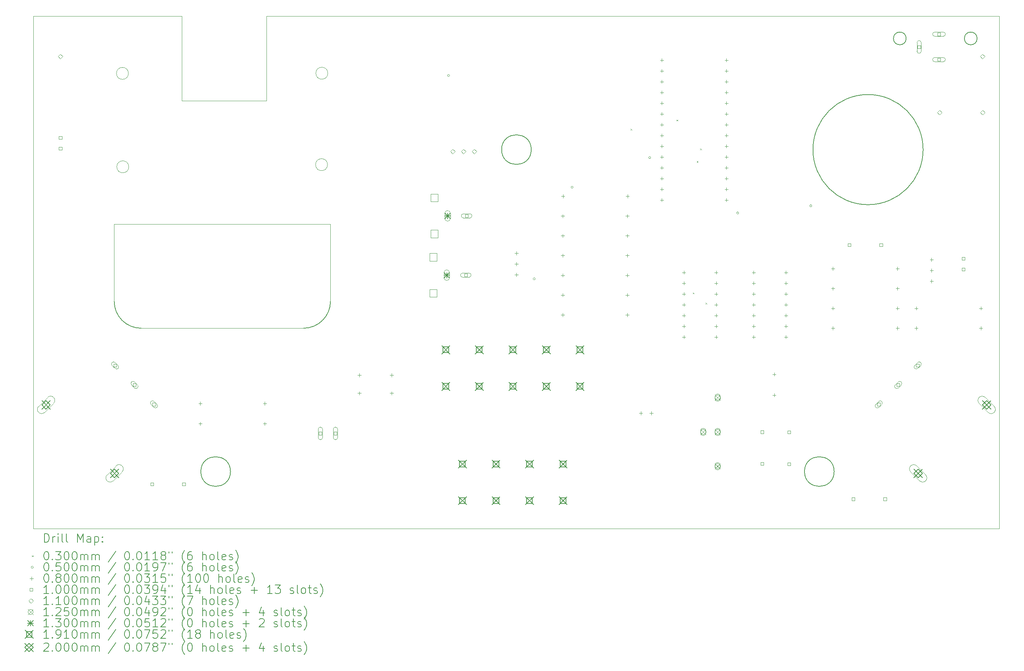
<source format=gbr>
%TF.GenerationSoftware,KiCad,Pcbnew,7.0.10*%
%TF.CreationDate,2024-02-29T16:26:46-05:00*%
%TF.ProjectId,Telstar Alpha,54656c73-7461-4722-9041-6c7068612e6b,0.1*%
%TF.SameCoordinates,Original*%
%TF.FileFunction,Drillmap*%
%TF.FilePolarity,Positive*%
%FSLAX45Y45*%
G04 Gerber Fmt 4.5, Leading zero omitted, Abs format (unit mm)*
G04 Created by KiCad (PCBNEW 7.0.10) date 2024-02-29 16:26:46*
%MOMM*%
%LPD*%
G01*
G04 APERTURE LIST*
%ADD10C,0.200000*%
%ADD11C,0.100000*%
%ADD12C,0.010000*%
%ADD13C,0.110000*%
%ADD14C,0.125000*%
%ADD15C,0.130000*%
%ADD16C,0.191000*%
G04 APERTURE END LIST*
D10*
X3905000Y-8731000D02*
G75*
G03*
X4540000Y-9366000I635000J0D01*
G01*
X20900000Y-12750000D02*
G75*
G03*
X20200000Y-12750000I-350000J0D01*
G01*
X20200000Y-12750000D02*
G75*
G03*
X20900000Y-12750000I350000J0D01*
G01*
D11*
X9010400Y-8731000D02*
X9005320Y-6912360D01*
X2000000Y-2000000D02*
X5500000Y-2000000D01*
X2000000Y-14100000D02*
X2000000Y-2000000D01*
X7500000Y-2000000D02*
X24800000Y-2000000D01*
X9005320Y-6912360D02*
X3899920Y-6912360D01*
X8948621Y-3346200D02*
G75*
G03*
X8665779Y-3346200I-141421J0D01*
G01*
X8665779Y-3346200D02*
G75*
G03*
X8948621Y-3346200I141421J0D01*
G01*
D10*
X23000000Y-5150000D02*
G75*
G03*
X20400000Y-5150000I-1300000J0D01*
G01*
X20400000Y-5150000D02*
G75*
G03*
X23000000Y-5150000I1300000J0D01*
G01*
D11*
X4540000Y-9366000D02*
X8375400Y-9366000D01*
X24800000Y-14100000D02*
X2000000Y-14100000D01*
D10*
X22600000Y-2525000D02*
G75*
G03*
X22300000Y-2525000I-150000J0D01*
G01*
X22300000Y-2525000D02*
G75*
G03*
X22600000Y-2525000I150000J0D01*
G01*
D11*
X7500000Y-4000000D02*
X7500000Y-2000000D01*
X24800000Y-2000000D02*
X24800000Y-14100000D01*
D10*
X8375400Y-9366000D02*
G75*
G03*
X9010400Y-8731000I0J635000D01*
G01*
D11*
X4241421Y-3350000D02*
G75*
G03*
X3958579Y-3350000I-141421J0D01*
G01*
X3958579Y-3350000D02*
G75*
G03*
X4241421Y-3350000I141421J0D01*
G01*
D10*
X6650000Y-12750000D02*
G75*
G03*
X5950000Y-12750000I-350000J0D01*
G01*
X5950000Y-12750000D02*
G75*
G03*
X6650000Y-12750000I350000J0D01*
G01*
X24275000Y-2525000D02*
G75*
G03*
X23975000Y-2525000I-150000J0D01*
G01*
X23975000Y-2525000D02*
G75*
G03*
X24275000Y-2525000I150000J0D01*
G01*
X13750000Y-5150000D02*
G75*
G03*
X13050000Y-5150000I-350000J0D01*
G01*
X13050000Y-5150000D02*
G75*
G03*
X13750000Y-5150000I350000J0D01*
G01*
D11*
X5500000Y-2000000D02*
X5500000Y-4000000D01*
X5500000Y-4000000D02*
X7500000Y-4000000D01*
X8941421Y-5505200D02*
G75*
G03*
X8658579Y-5505200I-141421J0D01*
G01*
X8658579Y-5505200D02*
G75*
G03*
X8941421Y-5505200I141421J0D01*
G01*
X4249621Y-5556000D02*
G75*
G03*
X3966779Y-5556000I-141421J0D01*
G01*
X3966779Y-5556000D02*
G75*
G03*
X4249621Y-5556000I141421J0D01*
G01*
X3899920Y-6912360D02*
X3905000Y-8731000D01*
D12*
X11545700Y-7228400D02*
X11545700Y-7048400D01*
X11545700Y-7048400D02*
X11375700Y-7048400D01*
X11545700Y-6378400D02*
X11545700Y-6198400D01*
X11545700Y-6198400D02*
X11375700Y-6198400D01*
X11375700Y-7228400D02*
X11545700Y-7228400D01*
X11375700Y-7048400D02*
X11375700Y-7228400D01*
X11375700Y-6378400D02*
X11545700Y-6378400D01*
X11375700Y-6198400D02*
X11375700Y-6378400D01*
X11524990Y-8628400D02*
X11524990Y-8448400D01*
X11524990Y-8448400D02*
X11354990Y-8448400D01*
X11524990Y-7778400D02*
X11524990Y-7598400D01*
X11524990Y-7598400D02*
X11354990Y-7598400D01*
X11354990Y-8628400D02*
X11524990Y-8628400D01*
X11354990Y-8448400D02*
X11354990Y-8628400D01*
X11354990Y-7778400D02*
X11524990Y-7778400D01*
X11354990Y-7598400D02*
X11354990Y-7778400D01*
D10*
D11*
X16094000Y-4661000D02*
X16124000Y-4691000D01*
X16124000Y-4661000D02*
X16094000Y-4691000D01*
X17177310Y-4445000D02*
X17207310Y-4475000D01*
X17207310Y-4445000D02*
X17177310Y-4475000D01*
X17565000Y-8525000D02*
X17595000Y-8555000D01*
X17595000Y-8525000D02*
X17565000Y-8555000D01*
X17656680Y-5422950D02*
X17686680Y-5452950D01*
X17686680Y-5422950D02*
X17656680Y-5452950D01*
X17740510Y-5124230D02*
X17770510Y-5154230D01*
X17770510Y-5124230D02*
X17740510Y-5154230D01*
X17865000Y-8765000D02*
X17895000Y-8795000D01*
X17895000Y-8765000D02*
X17865000Y-8795000D01*
X11825000Y-3400000D02*
G75*
G03*
X11775000Y-3400000I-25000J0D01*
G01*
X11775000Y-3400000D02*
G75*
G03*
X11825000Y-3400000I25000J0D01*
G01*
X13845000Y-8200000D02*
G75*
G03*
X13795000Y-8200000I-25000J0D01*
G01*
X13795000Y-8200000D02*
G75*
G03*
X13845000Y-8200000I25000J0D01*
G01*
X14739100Y-6036770D02*
G75*
G03*
X14689100Y-6036770I-25000J0D01*
G01*
X14689100Y-6036770D02*
G75*
G03*
X14739100Y-6036770I25000J0D01*
G01*
X16570310Y-5337230D02*
G75*
G03*
X16520310Y-5337230I-25000J0D01*
G01*
X16520310Y-5337230D02*
G75*
G03*
X16570310Y-5337230I25000J0D01*
G01*
X18646670Y-6644870D02*
G75*
G03*
X18596670Y-6644870I-25000J0D01*
G01*
X18596670Y-6644870D02*
G75*
G03*
X18646670Y-6644870I25000J0D01*
G01*
X20373520Y-6476600D02*
G75*
G03*
X20323520Y-6476600I-25000J0D01*
G01*
X20323520Y-6476600D02*
G75*
G03*
X20373520Y-6476600I25000J0D01*
G01*
X5937000Y-11104000D02*
X5937000Y-11184000D01*
X5897000Y-11144000D02*
X5977000Y-11144000D01*
X5937000Y-11579000D02*
X5937000Y-11659000D01*
X5897000Y-11619000D02*
X5977000Y-11619000D01*
X7461000Y-11104000D02*
X7461000Y-11184000D01*
X7421000Y-11144000D02*
X7501000Y-11144000D01*
X7461000Y-11579000D02*
X7461000Y-11659000D01*
X7421000Y-11619000D02*
X7501000Y-11619000D01*
X9694000Y-10435000D02*
X9694000Y-10515000D01*
X9654000Y-10475000D02*
X9734000Y-10475000D01*
X9694000Y-10860000D02*
X9694000Y-10940000D01*
X9654000Y-10900000D02*
X9734000Y-10900000D01*
X10456000Y-10435000D02*
X10456000Y-10515000D01*
X10416000Y-10475000D02*
X10496000Y-10475000D01*
X10456000Y-10860000D02*
X10456000Y-10940000D01*
X10416000Y-10900000D02*
X10496000Y-10900000D01*
X13400000Y-7556000D02*
X13400000Y-7636000D01*
X13360000Y-7596000D02*
X13440000Y-7596000D01*
X13400000Y-7810000D02*
X13400000Y-7890000D01*
X13360000Y-7850000D02*
X13440000Y-7850000D01*
X13400000Y-8064000D02*
X13400000Y-8144000D01*
X13360000Y-8104000D02*
X13440000Y-8104000D01*
X14495000Y-6676670D02*
X14495000Y-6756670D01*
X14455000Y-6716670D02*
X14535000Y-6716670D01*
X14495000Y-7143330D02*
X14495000Y-7223330D01*
X14455000Y-7183330D02*
X14535000Y-7183330D01*
X14495000Y-7610000D02*
X14495000Y-7690000D01*
X14455000Y-7650000D02*
X14535000Y-7650000D01*
X14495000Y-8076670D02*
X14495000Y-8156670D01*
X14455000Y-8116670D02*
X14535000Y-8116670D01*
X14495000Y-8543330D02*
X14495000Y-8623330D01*
X14455000Y-8583330D02*
X14535000Y-8583330D01*
X14495000Y-9010000D02*
X14495000Y-9090000D01*
X14455000Y-9050000D02*
X14535000Y-9050000D01*
X14498000Y-6210000D02*
X14498000Y-6290000D01*
X14458000Y-6250000D02*
X14538000Y-6250000D01*
X16019000Y-6676670D02*
X16019000Y-6756670D01*
X15979000Y-6716670D02*
X16059000Y-6716670D01*
X16019000Y-7143330D02*
X16019000Y-7223330D01*
X15979000Y-7183330D02*
X16059000Y-7183330D01*
X16019000Y-7610000D02*
X16019000Y-7690000D01*
X15979000Y-7650000D02*
X16059000Y-7650000D01*
X16019000Y-8076670D02*
X16019000Y-8156670D01*
X15979000Y-8116670D02*
X16059000Y-8116670D01*
X16019000Y-8543330D02*
X16019000Y-8623330D01*
X15979000Y-8583330D02*
X16059000Y-8583330D01*
X16019000Y-9010000D02*
X16019000Y-9090000D01*
X15979000Y-9050000D02*
X16059000Y-9050000D01*
X16022000Y-6210000D02*
X16022000Y-6290000D01*
X15982000Y-6250000D02*
X16062000Y-6250000D01*
X16336510Y-11333000D02*
X16336510Y-11413000D01*
X16296510Y-11373000D02*
X16376510Y-11373000D01*
X16586510Y-11333000D02*
X16586510Y-11413000D01*
X16546510Y-11373000D02*
X16626510Y-11373000D01*
X16834000Y-2998000D02*
X16834000Y-3078000D01*
X16794000Y-3038000D02*
X16874000Y-3038000D01*
X16834000Y-3252000D02*
X16834000Y-3332000D01*
X16794000Y-3292000D02*
X16874000Y-3292000D01*
X16834000Y-3506000D02*
X16834000Y-3586000D01*
X16794000Y-3546000D02*
X16874000Y-3546000D01*
X16834000Y-3760000D02*
X16834000Y-3840000D01*
X16794000Y-3800000D02*
X16874000Y-3800000D01*
X16834000Y-4014000D02*
X16834000Y-4094000D01*
X16794000Y-4054000D02*
X16874000Y-4054000D01*
X16834000Y-4268000D02*
X16834000Y-4348000D01*
X16794000Y-4308000D02*
X16874000Y-4308000D01*
X16834000Y-4522000D02*
X16834000Y-4602000D01*
X16794000Y-4562000D02*
X16874000Y-4562000D01*
X16834000Y-4776000D02*
X16834000Y-4856000D01*
X16794000Y-4816000D02*
X16874000Y-4816000D01*
X16834000Y-5030000D02*
X16834000Y-5110000D01*
X16794000Y-5070000D02*
X16874000Y-5070000D01*
X16834000Y-5284000D02*
X16834000Y-5364000D01*
X16794000Y-5324000D02*
X16874000Y-5324000D01*
X16834000Y-5538000D02*
X16834000Y-5618000D01*
X16794000Y-5578000D02*
X16874000Y-5578000D01*
X16834000Y-5792000D02*
X16834000Y-5872000D01*
X16794000Y-5832000D02*
X16874000Y-5832000D01*
X16834000Y-6046000D02*
X16834000Y-6126000D01*
X16794000Y-6086000D02*
X16874000Y-6086000D01*
X16834000Y-6300000D02*
X16834000Y-6380000D01*
X16794000Y-6340000D02*
X16874000Y-6340000D01*
X17352500Y-8010000D02*
X17352500Y-8090000D01*
X17312500Y-8050000D02*
X17392500Y-8050000D01*
X17352500Y-8264000D02*
X17352500Y-8344000D01*
X17312500Y-8304000D02*
X17392500Y-8304000D01*
X17352500Y-8518000D02*
X17352500Y-8598000D01*
X17312500Y-8558000D02*
X17392500Y-8558000D01*
X17352500Y-8772000D02*
X17352500Y-8852000D01*
X17312500Y-8812000D02*
X17392500Y-8812000D01*
X17352500Y-9026000D02*
X17352500Y-9106000D01*
X17312500Y-9066000D02*
X17392500Y-9066000D01*
X17352500Y-9280000D02*
X17352500Y-9360000D01*
X17312500Y-9320000D02*
X17392500Y-9320000D01*
X17352500Y-9534000D02*
X17352500Y-9614000D01*
X17312500Y-9574000D02*
X17392500Y-9574000D01*
X18114500Y-8010000D02*
X18114500Y-8090000D01*
X18074500Y-8050000D02*
X18154500Y-8050000D01*
X18114500Y-8264000D02*
X18114500Y-8344000D01*
X18074500Y-8304000D02*
X18154500Y-8304000D01*
X18114500Y-8518000D02*
X18114500Y-8598000D01*
X18074500Y-8558000D02*
X18154500Y-8558000D01*
X18114500Y-8772000D02*
X18114500Y-8852000D01*
X18074500Y-8812000D02*
X18154500Y-8812000D01*
X18114500Y-9026000D02*
X18114500Y-9106000D01*
X18074500Y-9066000D02*
X18154500Y-9066000D01*
X18114500Y-9280000D02*
X18114500Y-9360000D01*
X18074500Y-9320000D02*
X18154500Y-9320000D01*
X18114500Y-9534000D02*
X18114500Y-9614000D01*
X18074500Y-9574000D02*
X18154500Y-9574000D01*
X18358000Y-2998000D02*
X18358000Y-3078000D01*
X18318000Y-3038000D02*
X18398000Y-3038000D01*
X18358000Y-3252000D02*
X18358000Y-3332000D01*
X18318000Y-3292000D02*
X18398000Y-3292000D01*
X18358000Y-3506000D02*
X18358000Y-3586000D01*
X18318000Y-3546000D02*
X18398000Y-3546000D01*
X18358000Y-3760000D02*
X18358000Y-3840000D01*
X18318000Y-3800000D02*
X18398000Y-3800000D01*
X18358000Y-4014000D02*
X18358000Y-4094000D01*
X18318000Y-4054000D02*
X18398000Y-4054000D01*
X18358000Y-4268000D02*
X18358000Y-4348000D01*
X18318000Y-4308000D02*
X18398000Y-4308000D01*
X18358000Y-4522000D02*
X18358000Y-4602000D01*
X18318000Y-4562000D02*
X18398000Y-4562000D01*
X18358000Y-4776000D02*
X18358000Y-4856000D01*
X18318000Y-4816000D02*
X18398000Y-4816000D01*
X18358000Y-5030000D02*
X18358000Y-5110000D01*
X18318000Y-5070000D02*
X18398000Y-5070000D01*
X18358000Y-5284000D02*
X18358000Y-5364000D01*
X18318000Y-5324000D02*
X18398000Y-5324000D01*
X18358000Y-5538000D02*
X18358000Y-5618000D01*
X18318000Y-5578000D02*
X18398000Y-5578000D01*
X18358000Y-5792000D02*
X18358000Y-5872000D01*
X18318000Y-5832000D02*
X18398000Y-5832000D01*
X18358000Y-6046000D02*
X18358000Y-6126000D01*
X18318000Y-6086000D02*
X18398000Y-6086000D01*
X18358000Y-6300000D02*
X18358000Y-6380000D01*
X18318000Y-6340000D02*
X18398000Y-6340000D01*
X19000000Y-8010000D02*
X19000000Y-8090000D01*
X18960000Y-8050000D02*
X19040000Y-8050000D01*
X19000000Y-8264000D02*
X19000000Y-8344000D01*
X18960000Y-8304000D02*
X19040000Y-8304000D01*
X19000000Y-8518000D02*
X19000000Y-8598000D01*
X18960000Y-8558000D02*
X19040000Y-8558000D01*
X19000000Y-8772000D02*
X19000000Y-8852000D01*
X18960000Y-8812000D02*
X19040000Y-8812000D01*
X19000000Y-9026000D02*
X19000000Y-9106000D01*
X18960000Y-9066000D02*
X19040000Y-9066000D01*
X19000000Y-9280000D02*
X19000000Y-9360000D01*
X18960000Y-9320000D02*
X19040000Y-9320000D01*
X19000000Y-9534000D02*
X19000000Y-9614000D01*
X18960000Y-9574000D02*
X19040000Y-9574000D01*
X19485000Y-10415000D02*
X19485000Y-10495000D01*
X19445000Y-10455000D02*
X19525000Y-10455000D01*
X19485000Y-10905000D02*
X19485000Y-10985000D01*
X19445000Y-10945000D02*
X19525000Y-10945000D01*
X19762000Y-8010000D02*
X19762000Y-8090000D01*
X19722000Y-8050000D02*
X19802000Y-8050000D01*
X19762000Y-8264000D02*
X19762000Y-8344000D01*
X19722000Y-8304000D02*
X19802000Y-8304000D01*
X19762000Y-8518000D02*
X19762000Y-8598000D01*
X19722000Y-8558000D02*
X19802000Y-8558000D01*
X19762000Y-8772000D02*
X19762000Y-8852000D01*
X19722000Y-8812000D02*
X19802000Y-8812000D01*
X19762000Y-9026000D02*
X19762000Y-9106000D01*
X19722000Y-9066000D02*
X19802000Y-9066000D01*
X19762000Y-9280000D02*
X19762000Y-9360000D01*
X19722000Y-9320000D02*
X19802000Y-9320000D01*
X19762000Y-9534000D02*
X19762000Y-9614000D01*
X19722000Y-9574000D02*
X19802000Y-9574000D01*
X20872200Y-7919000D02*
X20872200Y-7999000D01*
X20832200Y-7959000D02*
X20912200Y-7959000D01*
X20872200Y-8388000D02*
X20872200Y-8468000D01*
X20832200Y-8428000D02*
X20912200Y-8428000D01*
X20872200Y-8857000D02*
X20872200Y-8937000D01*
X20832200Y-8897000D02*
X20912200Y-8897000D01*
X20872200Y-9326000D02*
X20872200Y-9406000D01*
X20832200Y-9366000D02*
X20912200Y-9366000D01*
X22396200Y-7919000D02*
X22396200Y-7999000D01*
X22356200Y-7959000D02*
X22436200Y-7959000D01*
X22396200Y-8388000D02*
X22396200Y-8468000D01*
X22356200Y-8428000D02*
X22436200Y-8428000D01*
X22396200Y-8857000D02*
X22396200Y-8937000D01*
X22356200Y-8897000D02*
X22436200Y-8897000D01*
X22396200Y-9326000D02*
X22396200Y-9406000D01*
X22356200Y-9366000D02*
X22436200Y-9366000D01*
X22838000Y-8857000D02*
X22838000Y-8937000D01*
X22798000Y-8897000D02*
X22878000Y-8897000D01*
X22838000Y-9326000D02*
X22838000Y-9406000D01*
X22798000Y-9366000D02*
X22878000Y-9366000D01*
X23200000Y-7706000D02*
X23200000Y-7786000D01*
X23160000Y-7746000D02*
X23240000Y-7746000D01*
X23200000Y-7960000D02*
X23200000Y-8040000D01*
X23160000Y-8000000D02*
X23240000Y-8000000D01*
X23200000Y-8214000D02*
X23200000Y-8294000D01*
X23160000Y-8254000D02*
X23240000Y-8254000D01*
X24362000Y-8857000D02*
X24362000Y-8937000D01*
X24322000Y-8897000D02*
X24402000Y-8897000D01*
X24362000Y-9326000D02*
X24362000Y-9406000D01*
X24322000Y-9366000D02*
X24402000Y-9366000D01*
X2670356Y-4905556D02*
X2670356Y-4834844D01*
X2599644Y-4834844D01*
X2599644Y-4905556D01*
X2670356Y-4905556D01*
X2670356Y-5159556D02*
X2670356Y-5088844D01*
X2599644Y-5088844D01*
X2599644Y-5159556D01*
X2670356Y-5159556D01*
X3961249Y-10280223D02*
X3961249Y-10209512D01*
X3890538Y-10209512D01*
X3890538Y-10280223D01*
X3961249Y-10280223D01*
X3855183Y-10244868D02*
X3925894Y-10315578D01*
X3925894Y-10315578D02*
G75*
G03*
X3996604Y-10244868I35355J35355D01*
G01*
X3996604Y-10244868D02*
X3925894Y-10174157D01*
X3925894Y-10174157D02*
G75*
G03*
X3855183Y-10244868I-35355J-35355D01*
G01*
X4420869Y-10739843D02*
X4420869Y-10669131D01*
X4350157Y-10669131D01*
X4350157Y-10739843D01*
X4420869Y-10739843D01*
X4314802Y-10704487D02*
X4385513Y-10775198D01*
X4385513Y-10775198D02*
G75*
G03*
X4456224Y-10704487I35355J35355D01*
G01*
X4456224Y-10704487D02*
X4385513Y-10633776D01*
X4385513Y-10633776D02*
G75*
G03*
X4314802Y-10704487I-35355J-35355D01*
G01*
X4835356Y-13084356D02*
X4835356Y-13013644D01*
X4764644Y-13013644D01*
X4764644Y-13084356D01*
X4835356Y-13084356D01*
X4880488Y-11199462D02*
X4880488Y-11128751D01*
X4809777Y-11128751D01*
X4809777Y-11199462D01*
X4880488Y-11199462D01*
X4774422Y-11164106D02*
X4845132Y-11234817D01*
X4845132Y-11234817D02*
G75*
G03*
X4915843Y-11164106I35355J35355D01*
G01*
X4915843Y-11164106D02*
X4845132Y-11093396D01*
X4845132Y-11093396D02*
G75*
G03*
X4774422Y-11164106I-35355J-35355D01*
G01*
X5585356Y-13084356D02*
X5585356Y-13013644D01*
X5514644Y-13013644D01*
X5514644Y-13084356D01*
X5585356Y-13084356D01*
X8807556Y-11885356D02*
X8807556Y-11814644D01*
X8736844Y-11814644D01*
X8736844Y-11885356D01*
X8807556Y-11885356D01*
X8722200Y-11750000D02*
X8722200Y-11950000D01*
X8722200Y-11950000D02*
G75*
G03*
X8822200Y-11950000I50000J0D01*
G01*
X8822200Y-11950000D02*
X8822200Y-11750000D01*
X8822200Y-11750000D02*
G75*
G03*
X8722200Y-11750000I-50000J0D01*
G01*
X9163156Y-11885356D02*
X9163156Y-11814644D01*
X9092444Y-11814644D01*
X9092444Y-11885356D01*
X9163156Y-11885356D01*
X9077800Y-11750000D02*
X9077800Y-11950000D01*
X9077800Y-11950000D02*
G75*
G03*
X9177800Y-11950000I50000J0D01*
G01*
X9177800Y-11950000D02*
X9177800Y-11750000D01*
X9177800Y-11750000D02*
G75*
G03*
X9077800Y-11750000I-50000J0D01*
G01*
X12240346Y-8148756D02*
X12240346Y-8078044D01*
X12169634Y-8078044D01*
X12169634Y-8148756D01*
X12240346Y-8148756D01*
X12279990Y-8063400D02*
X12129990Y-8063400D01*
X12129990Y-8063400D02*
G75*
G03*
X12129990Y-8163400I0J-50000D01*
G01*
X12129990Y-8163400D02*
X12279990Y-8163400D01*
X12279990Y-8163400D02*
G75*
G03*
X12279990Y-8063400I0J50000D01*
G01*
X12261056Y-6748756D02*
X12261056Y-6678044D01*
X12190344Y-6678044D01*
X12190344Y-6748756D01*
X12261056Y-6748756D01*
X12300700Y-6663400D02*
X12150700Y-6663400D01*
X12150700Y-6663400D02*
G75*
G03*
X12150700Y-6763400I0J-50000D01*
G01*
X12150700Y-6763400D02*
X12300700Y-6763400D01*
X12300700Y-6763400D02*
G75*
G03*
X12300700Y-6663400I0J50000D01*
G01*
X19235356Y-11851356D02*
X19235356Y-11780644D01*
X19164644Y-11780644D01*
X19164644Y-11851356D01*
X19235356Y-11851356D01*
X19235356Y-12601356D02*
X19235356Y-12530644D01*
X19164644Y-12530644D01*
X19164644Y-12601356D01*
X19235356Y-12601356D01*
X19871356Y-11856356D02*
X19871356Y-11785644D01*
X19800644Y-11785644D01*
X19800644Y-11856356D01*
X19871356Y-11856356D01*
X19871356Y-12606356D02*
X19871356Y-12535644D01*
X19800644Y-12535644D01*
X19800644Y-12606356D01*
X19871356Y-12606356D01*
X21294556Y-7435356D02*
X21294556Y-7364644D01*
X21223844Y-7364644D01*
X21223844Y-7435356D01*
X21294556Y-7435356D01*
X21385356Y-13435356D02*
X21385356Y-13364644D01*
X21314644Y-13364644D01*
X21314644Y-13435356D01*
X21385356Y-13435356D01*
X21987296Y-11199462D02*
X21987296Y-11128751D01*
X21916585Y-11128751D01*
X21916585Y-11199462D01*
X21987296Y-11199462D01*
X21951941Y-11234817D02*
X22022651Y-11164106D01*
X22022651Y-11164106D02*
G75*
G03*
X21951941Y-11093396I-35355J35355D01*
G01*
X21951941Y-11093396D02*
X21881230Y-11164106D01*
X21881230Y-11164106D02*
G75*
G03*
X21951941Y-11234817I35355J-35355D01*
G01*
X22044556Y-7435356D02*
X22044556Y-7364644D01*
X21973844Y-7364644D01*
X21973844Y-7435356D01*
X22044556Y-7435356D01*
X22135356Y-13435356D02*
X22135356Y-13364644D01*
X22064644Y-13364644D01*
X22064644Y-13435356D01*
X22135356Y-13435356D01*
X22446916Y-10739843D02*
X22446916Y-10669131D01*
X22376204Y-10669131D01*
X22376204Y-10739843D01*
X22446916Y-10739843D01*
X22411560Y-10775198D02*
X22482271Y-10704487D01*
X22482271Y-10704487D02*
G75*
G03*
X22411560Y-10633776I-35355J35355D01*
G01*
X22411560Y-10633776D02*
X22340849Y-10704487D01*
X22340850Y-10704487D02*
G75*
G03*
X22411560Y-10775198I35355J-35355D01*
G01*
X22906535Y-10280223D02*
X22906535Y-10209512D01*
X22835824Y-10209512D01*
X22835824Y-10280223D01*
X22906535Y-10280223D01*
X22871179Y-10315578D02*
X22941890Y-10244868D01*
X22941890Y-10244868D02*
G75*
G03*
X22871179Y-10174157I-35355J35355D01*
G01*
X22871179Y-10174157D02*
X22800469Y-10244868D01*
X22800469Y-10244868D02*
G75*
G03*
X22871179Y-10315578I35355J-35355D01*
G01*
X22940356Y-2760356D02*
X22940356Y-2689644D01*
X22869644Y-2689644D01*
X22869644Y-2760356D01*
X22940356Y-2760356D01*
X22855000Y-2625000D02*
X22855000Y-2825000D01*
X22855000Y-2825000D02*
G75*
G03*
X22955000Y-2825000I50000J0D01*
G01*
X22955000Y-2825000D02*
X22955000Y-2625000D01*
X22955000Y-2625000D02*
G75*
G03*
X22855000Y-2625000I-50000J0D01*
G01*
X23410356Y-2460356D02*
X23410356Y-2389644D01*
X23339644Y-2389644D01*
X23339644Y-2460356D01*
X23410356Y-2460356D01*
X23475000Y-2375000D02*
X23275000Y-2375000D01*
X23275000Y-2375000D02*
G75*
G03*
X23275000Y-2475000I0J-50000D01*
G01*
X23275000Y-2475000D02*
X23475000Y-2475000D01*
X23475000Y-2475000D02*
G75*
G03*
X23475000Y-2375000I0J50000D01*
G01*
X23410356Y-3060356D02*
X23410356Y-2989644D01*
X23339644Y-2989644D01*
X23339644Y-3060356D01*
X23410356Y-3060356D01*
X23475000Y-2975000D02*
X23275000Y-2975000D01*
X23275000Y-2975000D02*
G75*
G03*
X23275000Y-3075000I0J-50000D01*
G01*
X23275000Y-3075000D02*
X23475000Y-3075000D01*
X23475000Y-3075000D02*
G75*
G03*
X23475000Y-2975000I0J50000D01*
G01*
X23985356Y-7758856D02*
X23985356Y-7688144D01*
X23914644Y-7688144D01*
X23914644Y-7758856D01*
X23985356Y-7758856D01*
X23985356Y-8012856D02*
X23985356Y-7942144D01*
X23914644Y-7942144D01*
X23914644Y-8012856D01*
X23985356Y-8012856D01*
D13*
X2635000Y-3005000D02*
X2690000Y-2950000D01*
X2635000Y-2895000D01*
X2580000Y-2950000D01*
X2635000Y-3005000D01*
X11898000Y-5249300D02*
X11953000Y-5194300D01*
X11898000Y-5139300D01*
X11843000Y-5194300D01*
X11898000Y-5249300D01*
X12152000Y-5249300D02*
X12207000Y-5194300D01*
X12152000Y-5139300D01*
X12097000Y-5194300D01*
X12152000Y-5249300D01*
X12406000Y-5249300D02*
X12461000Y-5194300D01*
X12406000Y-5139300D01*
X12351000Y-5194300D01*
X12406000Y-5249300D01*
X23392000Y-4330000D02*
X23447000Y-4275000D01*
X23392000Y-4220000D01*
X23337000Y-4275000D01*
X23392000Y-4330000D01*
X24400000Y-3005000D02*
X24455000Y-2950000D01*
X24400000Y-2895000D01*
X24345000Y-2950000D01*
X24400000Y-3005000D01*
X24408000Y-4330000D02*
X24463000Y-4275000D01*
X24408000Y-4220000D01*
X24353000Y-4275000D01*
X24408000Y-4330000D01*
D14*
X17747500Y-11752500D02*
X17872500Y-11877500D01*
X17872500Y-11752500D02*
X17747500Y-11877500D01*
X17872500Y-11815000D02*
G75*
G03*
X17747500Y-11815000I-62500J0D01*
G01*
X17747500Y-11815000D02*
G75*
G03*
X17872500Y-11815000I62500J0D01*
G01*
D11*
X17747500Y-11790000D02*
X17747500Y-11840000D01*
X17747500Y-11840000D02*
G75*
G03*
X17872500Y-11840000I62500J0D01*
G01*
X17872500Y-11840000D02*
X17872500Y-11790000D01*
X17872500Y-11790000D02*
G75*
G03*
X17747500Y-11790000I-62500J0D01*
G01*
D14*
X18087500Y-10942500D02*
X18212500Y-11067500D01*
X18212500Y-10942500D02*
X18087500Y-11067500D01*
X18212500Y-11005000D02*
G75*
G03*
X18087500Y-11005000I-62500J0D01*
G01*
X18087500Y-11005000D02*
G75*
G03*
X18212500Y-11005000I62500J0D01*
G01*
D11*
X18087500Y-10980000D02*
X18087500Y-11030000D01*
X18087500Y-11030000D02*
G75*
G03*
X18212500Y-11030000I62500J0D01*
G01*
X18212500Y-11030000D02*
X18212500Y-10980000D01*
X18212500Y-10980000D02*
G75*
G03*
X18087500Y-10980000I-62500J0D01*
G01*
D14*
X18087500Y-11752500D02*
X18212500Y-11877500D01*
X18212500Y-11752500D02*
X18087500Y-11877500D01*
X18212500Y-11815000D02*
G75*
G03*
X18087500Y-11815000I-62500J0D01*
G01*
X18087500Y-11815000D02*
G75*
G03*
X18212500Y-11815000I62500J0D01*
G01*
D11*
X18087500Y-11790000D02*
X18087500Y-11840000D01*
X18087500Y-11840000D02*
G75*
G03*
X18212500Y-11840000I62500J0D01*
G01*
X18212500Y-11840000D02*
X18212500Y-11790000D01*
X18212500Y-11790000D02*
G75*
G03*
X18087500Y-11790000I-62500J0D01*
G01*
D14*
X18087500Y-12562500D02*
X18212500Y-12687500D01*
X18212500Y-12562500D02*
X18087500Y-12687500D01*
X18212500Y-12625000D02*
G75*
G03*
X18087500Y-12625000I-62500J0D01*
G01*
X18087500Y-12625000D02*
G75*
G03*
X18212500Y-12625000I62500J0D01*
G01*
D11*
X18087500Y-12600000D02*
X18087500Y-12650000D01*
X18087500Y-12650000D02*
G75*
G03*
X18212500Y-12650000I62500J0D01*
G01*
X18212500Y-12650000D02*
X18212500Y-12600000D01*
X18212500Y-12600000D02*
G75*
G03*
X18087500Y-12600000I-62500J0D01*
G01*
D15*
X11689990Y-8048400D02*
X11819990Y-8178400D01*
X11819990Y-8048400D02*
X11689990Y-8178400D01*
X11754990Y-8048400D02*
X11754990Y-8178400D01*
X11689990Y-8113400D02*
X11819990Y-8113400D01*
D11*
X11819990Y-8173400D02*
X11819990Y-8053400D01*
X11819990Y-8053400D02*
G75*
G03*
X11689990Y-8053400I-65000J0D01*
G01*
X11689990Y-8053400D02*
X11689990Y-8173400D01*
X11689990Y-8173400D02*
G75*
G03*
X11819990Y-8173400I65000J0D01*
G01*
D15*
X11710700Y-6648400D02*
X11840700Y-6778400D01*
X11840700Y-6648400D02*
X11710700Y-6778400D01*
X11775700Y-6648400D02*
X11775700Y-6778400D01*
X11710700Y-6713400D02*
X11840700Y-6713400D01*
D11*
X11840700Y-6773400D02*
X11840700Y-6653400D01*
X11840700Y-6653400D02*
G75*
G03*
X11710700Y-6653400I-65000J0D01*
G01*
X11710700Y-6653400D02*
X11710700Y-6773400D01*
X11710700Y-6773400D02*
G75*
G03*
X11840700Y-6773400I65000J0D01*
G01*
D16*
X11636500Y-9779500D02*
X11827500Y-9970500D01*
X11827500Y-9779500D02*
X11636500Y-9970500D01*
X11799529Y-9942529D02*
X11799529Y-9807471D01*
X11664471Y-9807471D01*
X11664471Y-9942529D01*
X11799529Y-9942529D01*
X11636500Y-10643500D02*
X11827500Y-10834500D01*
X11827500Y-10643500D02*
X11636500Y-10834500D01*
X11799529Y-10806529D02*
X11799529Y-10671471D01*
X11664471Y-10671471D01*
X11664471Y-10806529D01*
X11799529Y-10806529D01*
X12029500Y-12479500D02*
X12220500Y-12670500D01*
X12220500Y-12479500D02*
X12029500Y-12670500D01*
X12192529Y-12642529D02*
X12192529Y-12507471D01*
X12057471Y-12507471D01*
X12057471Y-12642529D01*
X12192529Y-12642529D01*
X12029500Y-13343500D02*
X12220500Y-13534500D01*
X12220500Y-13343500D02*
X12029500Y-13534500D01*
X12192529Y-13506529D02*
X12192529Y-13371471D01*
X12057471Y-13371471D01*
X12057471Y-13506529D01*
X12192529Y-13506529D01*
X12428500Y-9779500D02*
X12619500Y-9970500D01*
X12619500Y-9779500D02*
X12428500Y-9970500D01*
X12591529Y-9942529D02*
X12591529Y-9807471D01*
X12456471Y-9807471D01*
X12456471Y-9942529D01*
X12591529Y-9942529D01*
X12428500Y-10643500D02*
X12619500Y-10834500D01*
X12619500Y-10643500D02*
X12428500Y-10834500D01*
X12591529Y-10806529D02*
X12591529Y-10671471D01*
X12456471Y-10671471D01*
X12456471Y-10806529D01*
X12591529Y-10806529D01*
X12821500Y-12479500D02*
X13012500Y-12670500D01*
X13012500Y-12479500D02*
X12821500Y-12670500D01*
X12984529Y-12642529D02*
X12984529Y-12507471D01*
X12849471Y-12507471D01*
X12849471Y-12642529D01*
X12984529Y-12642529D01*
X12821500Y-13343500D02*
X13012500Y-13534500D01*
X13012500Y-13343500D02*
X12821500Y-13534500D01*
X12984529Y-13506529D02*
X12984529Y-13371471D01*
X12849471Y-13371471D01*
X12849471Y-13506529D01*
X12984529Y-13506529D01*
X13220500Y-9779500D02*
X13411500Y-9970500D01*
X13411500Y-9779500D02*
X13220500Y-9970500D01*
X13383529Y-9942529D02*
X13383529Y-9807471D01*
X13248471Y-9807471D01*
X13248471Y-9942529D01*
X13383529Y-9942529D01*
X13220500Y-10643500D02*
X13411500Y-10834500D01*
X13411500Y-10643500D02*
X13220500Y-10834500D01*
X13383529Y-10806529D02*
X13383529Y-10671471D01*
X13248471Y-10671471D01*
X13248471Y-10806529D01*
X13383529Y-10806529D01*
X13613500Y-12479500D02*
X13804500Y-12670500D01*
X13804500Y-12479500D02*
X13613500Y-12670500D01*
X13776529Y-12642529D02*
X13776529Y-12507471D01*
X13641471Y-12507471D01*
X13641471Y-12642529D01*
X13776529Y-12642529D01*
X13613500Y-13343500D02*
X13804500Y-13534500D01*
X13804500Y-13343500D02*
X13613500Y-13534500D01*
X13776529Y-13506529D02*
X13776529Y-13371471D01*
X13641471Y-13371471D01*
X13641471Y-13506529D01*
X13776529Y-13506529D01*
X14012500Y-9779500D02*
X14203500Y-9970500D01*
X14203500Y-9779500D02*
X14012500Y-9970500D01*
X14175529Y-9942529D02*
X14175529Y-9807471D01*
X14040471Y-9807471D01*
X14040471Y-9942529D01*
X14175529Y-9942529D01*
X14012500Y-10643500D02*
X14203500Y-10834500D01*
X14203500Y-10643500D02*
X14012500Y-10834500D01*
X14175529Y-10806529D02*
X14175529Y-10671471D01*
X14040471Y-10671471D01*
X14040471Y-10806529D01*
X14175529Y-10806529D01*
X14405500Y-12479500D02*
X14596500Y-12670500D01*
X14596500Y-12479500D02*
X14405500Y-12670500D01*
X14568529Y-12642529D02*
X14568529Y-12507471D01*
X14433471Y-12507471D01*
X14433471Y-12642529D01*
X14568529Y-12642529D01*
X14405500Y-13343500D02*
X14596500Y-13534500D01*
X14596500Y-13343500D02*
X14405500Y-13534500D01*
X14568529Y-13506529D02*
X14568529Y-13371471D01*
X14433471Y-13371471D01*
X14433471Y-13506529D01*
X14568529Y-13506529D01*
X14804500Y-9779500D02*
X14995500Y-9970500D01*
X14995500Y-9779500D02*
X14804500Y-9970500D01*
X14967529Y-9942529D02*
X14967529Y-9807471D01*
X14832471Y-9807471D01*
X14832471Y-9942529D01*
X14967529Y-9942529D01*
X14804500Y-10643500D02*
X14995500Y-10834500D01*
X14995500Y-10643500D02*
X14804500Y-10834500D01*
X14967529Y-10806529D02*
X14967529Y-10671471D01*
X14832471Y-10671471D01*
X14832471Y-10806529D01*
X14967529Y-10806529D01*
D10*
X2197073Y-11076481D02*
X2397073Y-11276481D01*
X2397073Y-11076481D02*
X2197073Y-11276481D01*
X2297073Y-11276481D02*
X2397073Y-11176481D01*
X2297073Y-11076481D01*
X2197073Y-11176481D01*
X2297073Y-11276481D01*
D11*
X2332428Y-10999704D02*
X2120296Y-11211836D01*
X2120296Y-11211836D02*
G75*
G03*
X2261718Y-11353257I70711J-70711D01*
G01*
X2261718Y-11353257D02*
X2473850Y-11141126D01*
X2473850Y-11141126D02*
G75*
G03*
X2332428Y-10999704I-70711J70711D01*
G01*
D10*
X3813519Y-12692927D02*
X4013519Y-12892927D01*
X4013519Y-12692927D02*
X3813519Y-12892927D01*
X3913519Y-12892927D02*
X4013519Y-12792927D01*
X3913519Y-12692927D01*
X3813519Y-12792927D01*
X3913519Y-12892927D01*
D11*
X3948874Y-12616150D02*
X3736742Y-12828282D01*
X3736742Y-12828282D02*
G75*
G03*
X3878164Y-12969704I70711J-70711D01*
G01*
X3878164Y-12969704D02*
X4090296Y-12757572D01*
X4090296Y-12757572D02*
G75*
G03*
X3948874Y-12616150I-70711J70711D01*
G01*
D10*
X22783554Y-12692927D02*
X22983554Y-12892927D01*
X22983554Y-12692927D02*
X22783554Y-12892927D01*
X22883554Y-12892927D02*
X22983554Y-12792927D01*
X22883554Y-12692927D01*
X22783554Y-12792927D01*
X22883554Y-12892927D01*
D11*
X22706777Y-12757572D02*
X22918909Y-12969704D01*
X22918909Y-12969704D02*
G75*
G03*
X23060331Y-12828282I70711J70711D01*
G01*
X23060331Y-12828282D02*
X22848199Y-12616150D01*
X22848199Y-12616150D02*
G75*
G03*
X22706777Y-12757572I-70711J-70711D01*
G01*
D10*
X24400000Y-11076481D02*
X24600000Y-11276481D01*
X24600000Y-11076481D02*
X24400000Y-11276481D01*
X24500000Y-11276481D02*
X24600000Y-11176481D01*
X24500000Y-11076481D01*
X24400000Y-11176481D01*
X24500000Y-11276481D01*
D11*
X24323223Y-11141126D02*
X24535355Y-11353257D01*
X24535355Y-11353257D02*
G75*
G03*
X24676777Y-11211836I70711J70711D01*
G01*
X24676777Y-11211836D02*
X24464645Y-10999704D01*
X24464645Y-10999704D02*
G75*
G03*
X24323223Y-11141126I-70711J-70711D01*
G01*
D10*
X2255777Y-14416484D02*
X2255777Y-14216484D01*
X2255777Y-14216484D02*
X2303396Y-14216484D01*
X2303396Y-14216484D02*
X2331967Y-14226008D01*
X2331967Y-14226008D02*
X2351015Y-14245055D01*
X2351015Y-14245055D02*
X2360539Y-14264103D01*
X2360539Y-14264103D02*
X2370063Y-14302198D01*
X2370063Y-14302198D02*
X2370063Y-14330769D01*
X2370063Y-14330769D02*
X2360539Y-14368865D01*
X2360539Y-14368865D02*
X2351015Y-14387912D01*
X2351015Y-14387912D02*
X2331967Y-14406960D01*
X2331967Y-14406960D02*
X2303396Y-14416484D01*
X2303396Y-14416484D02*
X2255777Y-14416484D01*
X2455777Y-14416484D02*
X2455777Y-14283150D01*
X2455777Y-14321246D02*
X2465301Y-14302198D01*
X2465301Y-14302198D02*
X2474824Y-14292674D01*
X2474824Y-14292674D02*
X2493872Y-14283150D01*
X2493872Y-14283150D02*
X2512920Y-14283150D01*
X2579586Y-14416484D02*
X2579586Y-14283150D01*
X2579586Y-14216484D02*
X2570063Y-14226008D01*
X2570063Y-14226008D02*
X2579586Y-14235531D01*
X2579586Y-14235531D02*
X2589110Y-14226008D01*
X2589110Y-14226008D02*
X2579586Y-14216484D01*
X2579586Y-14216484D02*
X2579586Y-14235531D01*
X2703396Y-14416484D02*
X2684348Y-14406960D01*
X2684348Y-14406960D02*
X2674824Y-14387912D01*
X2674824Y-14387912D02*
X2674824Y-14216484D01*
X2808158Y-14416484D02*
X2789110Y-14406960D01*
X2789110Y-14406960D02*
X2779586Y-14387912D01*
X2779586Y-14387912D02*
X2779586Y-14216484D01*
X3036729Y-14416484D02*
X3036729Y-14216484D01*
X3036729Y-14216484D02*
X3103396Y-14359341D01*
X3103396Y-14359341D02*
X3170062Y-14216484D01*
X3170062Y-14216484D02*
X3170062Y-14416484D01*
X3351015Y-14416484D02*
X3351015Y-14311722D01*
X3351015Y-14311722D02*
X3341491Y-14292674D01*
X3341491Y-14292674D02*
X3322443Y-14283150D01*
X3322443Y-14283150D02*
X3284348Y-14283150D01*
X3284348Y-14283150D02*
X3265301Y-14292674D01*
X3351015Y-14406960D02*
X3331967Y-14416484D01*
X3331967Y-14416484D02*
X3284348Y-14416484D01*
X3284348Y-14416484D02*
X3265301Y-14406960D01*
X3265301Y-14406960D02*
X3255777Y-14387912D01*
X3255777Y-14387912D02*
X3255777Y-14368865D01*
X3255777Y-14368865D02*
X3265301Y-14349817D01*
X3265301Y-14349817D02*
X3284348Y-14340293D01*
X3284348Y-14340293D02*
X3331967Y-14340293D01*
X3331967Y-14340293D02*
X3351015Y-14330769D01*
X3446253Y-14283150D02*
X3446253Y-14483150D01*
X3446253Y-14292674D02*
X3465301Y-14283150D01*
X3465301Y-14283150D02*
X3503396Y-14283150D01*
X3503396Y-14283150D02*
X3522443Y-14292674D01*
X3522443Y-14292674D02*
X3531967Y-14302198D01*
X3531967Y-14302198D02*
X3541491Y-14321246D01*
X3541491Y-14321246D02*
X3541491Y-14378388D01*
X3541491Y-14378388D02*
X3531967Y-14397436D01*
X3531967Y-14397436D02*
X3522443Y-14406960D01*
X3522443Y-14406960D02*
X3503396Y-14416484D01*
X3503396Y-14416484D02*
X3465301Y-14416484D01*
X3465301Y-14416484D02*
X3446253Y-14406960D01*
X3627205Y-14397436D02*
X3636729Y-14406960D01*
X3636729Y-14406960D02*
X3627205Y-14416484D01*
X3627205Y-14416484D02*
X3617682Y-14406960D01*
X3617682Y-14406960D02*
X3627205Y-14397436D01*
X3627205Y-14397436D02*
X3627205Y-14416484D01*
X3627205Y-14292674D02*
X3636729Y-14302198D01*
X3636729Y-14302198D02*
X3627205Y-14311722D01*
X3627205Y-14311722D02*
X3617682Y-14302198D01*
X3617682Y-14302198D02*
X3627205Y-14292674D01*
X3627205Y-14292674D02*
X3627205Y-14311722D01*
D11*
X1965000Y-14730000D02*
X1995000Y-14760000D01*
X1995000Y-14730000D02*
X1965000Y-14760000D01*
D10*
X2293872Y-14636484D02*
X2312920Y-14636484D01*
X2312920Y-14636484D02*
X2331967Y-14646008D01*
X2331967Y-14646008D02*
X2341491Y-14655531D01*
X2341491Y-14655531D02*
X2351015Y-14674579D01*
X2351015Y-14674579D02*
X2360539Y-14712674D01*
X2360539Y-14712674D02*
X2360539Y-14760293D01*
X2360539Y-14760293D02*
X2351015Y-14798388D01*
X2351015Y-14798388D02*
X2341491Y-14817436D01*
X2341491Y-14817436D02*
X2331967Y-14826960D01*
X2331967Y-14826960D02*
X2312920Y-14836484D01*
X2312920Y-14836484D02*
X2293872Y-14836484D01*
X2293872Y-14836484D02*
X2274824Y-14826960D01*
X2274824Y-14826960D02*
X2265301Y-14817436D01*
X2265301Y-14817436D02*
X2255777Y-14798388D01*
X2255777Y-14798388D02*
X2246253Y-14760293D01*
X2246253Y-14760293D02*
X2246253Y-14712674D01*
X2246253Y-14712674D02*
X2255777Y-14674579D01*
X2255777Y-14674579D02*
X2265301Y-14655531D01*
X2265301Y-14655531D02*
X2274824Y-14646008D01*
X2274824Y-14646008D02*
X2293872Y-14636484D01*
X2446253Y-14817436D02*
X2455777Y-14826960D01*
X2455777Y-14826960D02*
X2446253Y-14836484D01*
X2446253Y-14836484D02*
X2436729Y-14826960D01*
X2436729Y-14826960D02*
X2446253Y-14817436D01*
X2446253Y-14817436D02*
X2446253Y-14836484D01*
X2522444Y-14636484D02*
X2646253Y-14636484D01*
X2646253Y-14636484D02*
X2579586Y-14712674D01*
X2579586Y-14712674D02*
X2608158Y-14712674D01*
X2608158Y-14712674D02*
X2627205Y-14722198D01*
X2627205Y-14722198D02*
X2636729Y-14731722D01*
X2636729Y-14731722D02*
X2646253Y-14750769D01*
X2646253Y-14750769D02*
X2646253Y-14798388D01*
X2646253Y-14798388D02*
X2636729Y-14817436D01*
X2636729Y-14817436D02*
X2627205Y-14826960D01*
X2627205Y-14826960D02*
X2608158Y-14836484D01*
X2608158Y-14836484D02*
X2551015Y-14836484D01*
X2551015Y-14836484D02*
X2531967Y-14826960D01*
X2531967Y-14826960D02*
X2522444Y-14817436D01*
X2770063Y-14636484D02*
X2789110Y-14636484D01*
X2789110Y-14636484D02*
X2808158Y-14646008D01*
X2808158Y-14646008D02*
X2817682Y-14655531D01*
X2817682Y-14655531D02*
X2827205Y-14674579D01*
X2827205Y-14674579D02*
X2836729Y-14712674D01*
X2836729Y-14712674D02*
X2836729Y-14760293D01*
X2836729Y-14760293D02*
X2827205Y-14798388D01*
X2827205Y-14798388D02*
X2817682Y-14817436D01*
X2817682Y-14817436D02*
X2808158Y-14826960D01*
X2808158Y-14826960D02*
X2789110Y-14836484D01*
X2789110Y-14836484D02*
X2770063Y-14836484D01*
X2770063Y-14836484D02*
X2751015Y-14826960D01*
X2751015Y-14826960D02*
X2741491Y-14817436D01*
X2741491Y-14817436D02*
X2731967Y-14798388D01*
X2731967Y-14798388D02*
X2722444Y-14760293D01*
X2722444Y-14760293D02*
X2722444Y-14712674D01*
X2722444Y-14712674D02*
X2731967Y-14674579D01*
X2731967Y-14674579D02*
X2741491Y-14655531D01*
X2741491Y-14655531D02*
X2751015Y-14646008D01*
X2751015Y-14646008D02*
X2770063Y-14636484D01*
X2960539Y-14636484D02*
X2979586Y-14636484D01*
X2979586Y-14636484D02*
X2998634Y-14646008D01*
X2998634Y-14646008D02*
X3008158Y-14655531D01*
X3008158Y-14655531D02*
X3017682Y-14674579D01*
X3017682Y-14674579D02*
X3027205Y-14712674D01*
X3027205Y-14712674D02*
X3027205Y-14760293D01*
X3027205Y-14760293D02*
X3017682Y-14798388D01*
X3017682Y-14798388D02*
X3008158Y-14817436D01*
X3008158Y-14817436D02*
X2998634Y-14826960D01*
X2998634Y-14826960D02*
X2979586Y-14836484D01*
X2979586Y-14836484D02*
X2960539Y-14836484D01*
X2960539Y-14836484D02*
X2941491Y-14826960D01*
X2941491Y-14826960D02*
X2931967Y-14817436D01*
X2931967Y-14817436D02*
X2922443Y-14798388D01*
X2922443Y-14798388D02*
X2912920Y-14760293D01*
X2912920Y-14760293D02*
X2912920Y-14712674D01*
X2912920Y-14712674D02*
X2922443Y-14674579D01*
X2922443Y-14674579D02*
X2931967Y-14655531D01*
X2931967Y-14655531D02*
X2941491Y-14646008D01*
X2941491Y-14646008D02*
X2960539Y-14636484D01*
X3112920Y-14836484D02*
X3112920Y-14703150D01*
X3112920Y-14722198D02*
X3122443Y-14712674D01*
X3122443Y-14712674D02*
X3141491Y-14703150D01*
X3141491Y-14703150D02*
X3170063Y-14703150D01*
X3170063Y-14703150D02*
X3189110Y-14712674D01*
X3189110Y-14712674D02*
X3198634Y-14731722D01*
X3198634Y-14731722D02*
X3198634Y-14836484D01*
X3198634Y-14731722D02*
X3208158Y-14712674D01*
X3208158Y-14712674D02*
X3227205Y-14703150D01*
X3227205Y-14703150D02*
X3255777Y-14703150D01*
X3255777Y-14703150D02*
X3274824Y-14712674D01*
X3274824Y-14712674D02*
X3284348Y-14731722D01*
X3284348Y-14731722D02*
X3284348Y-14836484D01*
X3379586Y-14836484D02*
X3379586Y-14703150D01*
X3379586Y-14722198D02*
X3389110Y-14712674D01*
X3389110Y-14712674D02*
X3408158Y-14703150D01*
X3408158Y-14703150D02*
X3436729Y-14703150D01*
X3436729Y-14703150D02*
X3455777Y-14712674D01*
X3455777Y-14712674D02*
X3465301Y-14731722D01*
X3465301Y-14731722D02*
X3465301Y-14836484D01*
X3465301Y-14731722D02*
X3474824Y-14712674D01*
X3474824Y-14712674D02*
X3493872Y-14703150D01*
X3493872Y-14703150D02*
X3522443Y-14703150D01*
X3522443Y-14703150D02*
X3541491Y-14712674D01*
X3541491Y-14712674D02*
X3551015Y-14731722D01*
X3551015Y-14731722D02*
X3551015Y-14836484D01*
X3941491Y-14626960D02*
X3770063Y-14884103D01*
X4198634Y-14636484D02*
X4217682Y-14636484D01*
X4217682Y-14636484D02*
X4236729Y-14646008D01*
X4236729Y-14646008D02*
X4246253Y-14655531D01*
X4246253Y-14655531D02*
X4255777Y-14674579D01*
X4255777Y-14674579D02*
X4265301Y-14712674D01*
X4265301Y-14712674D02*
X4265301Y-14760293D01*
X4265301Y-14760293D02*
X4255777Y-14798388D01*
X4255777Y-14798388D02*
X4246253Y-14817436D01*
X4246253Y-14817436D02*
X4236729Y-14826960D01*
X4236729Y-14826960D02*
X4217682Y-14836484D01*
X4217682Y-14836484D02*
X4198634Y-14836484D01*
X4198634Y-14836484D02*
X4179586Y-14826960D01*
X4179586Y-14826960D02*
X4170063Y-14817436D01*
X4170063Y-14817436D02*
X4160539Y-14798388D01*
X4160539Y-14798388D02*
X4151015Y-14760293D01*
X4151015Y-14760293D02*
X4151015Y-14712674D01*
X4151015Y-14712674D02*
X4160539Y-14674579D01*
X4160539Y-14674579D02*
X4170063Y-14655531D01*
X4170063Y-14655531D02*
X4179586Y-14646008D01*
X4179586Y-14646008D02*
X4198634Y-14636484D01*
X4351015Y-14817436D02*
X4360539Y-14826960D01*
X4360539Y-14826960D02*
X4351015Y-14836484D01*
X4351015Y-14836484D02*
X4341491Y-14826960D01*
X4341491Y-14826960D02*
X4351015Y-14817436D01*
X4351015Y-14817436D02*
X4351015Y-14836484D01*
X4484348Y-14636484D02*
X4503396Y-14636484D01*
X4503396Y-14636484D02*
X4522444Y-14646008D01*
X4522444Y-14646008D02*
X4531968Y-14655531D01*
X4531968Y-14655531D02*
X4541491Y-14674579D01*
X4541491Y-14674579D02*
X4551015Y-14712674D01*
X4551015Y-14712674D02*
X4551015Y-14760293D01*
X4551015Y-14760293D02*
X4541491Y-14798388D01*
X4541491Y-14798388D02*
X4531968Y-14817436D01*
X4531968Y-14817436D02*
X4522444Y-14826960D01*
X4522444Y-14826960D02*
X4503396Y-14836484D01*
X4503396Y-14836484D02*
X4484348Y-14836484D01*
X4484348Y-14836484D02*
X4465301Y-14826960D01*
X4465301Y-14826960D02*
X4455777Y-14817436D01*
X4455777Y-14817436D02*
X4446253Y-14798388D01*
X4446253Y-14798388D02*
X4436729Y-14760293D01*
X4436729Y-14760293D02*
X4436729Y-14712674D01*
X4436729Y-14712674D02*
X4446253Y-14674579D01*
X4446253Y-14674579D02*
X4455777Y-14655531D01*
X4455777Y-14655531D02*
X4465301Y-14646008D01*
X4465301Y-14646008D02*
X4484348Y-14636484D01*
X4741491Y-14836484D02*
X4627206Y-14836484D01*
X4684348Y-14836484D02*
X4684348Y-14636484D01*
X4684348Y-14636484D02*
X4665301Y-14665055D01*
X4665301Y-14665055D02*
X4646253Y-14684103D01*
X4646253Y-14684103D02*
X4627206Y-14693627D01*
X4931968Y-14836484D02*
X4817682Y-14836484D01*
X4874825Y-14836484D02*
X4874825Y-14636484D01*
X4874825Y-14636484D02*
X4855777Y-14665055D01*
X4855777Y-14665055D02*
X4836729Y-14684103D01*
X4836729Y-14684103D02*
X4817682Y-14693627D01*
X5046253Y-14722198D02*
X5027206Y-14712674D01*
X5027206Y-14712674D02*
X5017682Y-14703150D01*
X5017682Y-14703150D02*
X5008158Y-14684103D01*
X5008158Y-14684103D02*
X5008158Y-14674579D01*
X5008158Y-14674579D02*
X5017682Y-14655531D01*
X5017682Y-14655531D02*
X5027206Y-14646008D01*
X5027206Y-14646008D02*
X5046253Y-14636484D01*
X5046253Y-14636484D02*
X5084349Y-14636484D01*
X5084349Y-14636484D02*
X5103396Y-14646008D01*
X5103396Y-14646008D02*
X5112920Y-14655531D01*
X5112920Y-14655531D02*
X5122444Y-14674579D01*
X5122444Y-14674579D02*
X5122444Y-14684103D01*
X5122444Y-14684103D02*
X5112920Y-14703150D01*
X5112920Y-14703150D02*
X5103396Y-14712674D01*
X5103396Y-14712674D02*
X5084349Y-14722198D01*
X5084349Y-14722198D02*
X5046253Y-14722198D01*
X5046253Y-14722198D02*
X5027206Y-14731722D01*
X5027206Y-14731722D02*
X5017682Y-14741246D01*
X5017682Y-14741246D02*
X5008158Y-14760293D01*
X5008158Y-14760293D02*
X5008158Y-14798388D01*
X5008158Y-14798388D02*
X5017682Y-14817436D01*
X5017682Y-14817436D02*
X5027206Y-14826960D01*
X5027206Y-14826960D02*
X5046253Y-14836484D01*
X5046253Y-14836484D02*
X5084349Y-14836484D01*
X5084349Y-14836484D02*
X5103396Y-14826960D01*
X5103396Y-14826960D02*
X5112920Y-14817436D01*
X5112920Y-14817436D02*
X5122444Y-14798388D01*
X5122444Y-14798388D02*
X5122444Y-14760293D01*
X5122444Y-14760293D02*
X5112920Y-14741246D01*
X5112920Y-14741246D02*
X5103396Y-14731722D01*
X5103396Y-14731722D02*
X5084349Y-14722198D01*
X5198634Y-14636484D02*
X5198634Y-14674579D01*
X5274825Y-14636484D02*
X5274825Y-14674579D01*
X5570063Y-14912674D02*
X5560539Y-14903150D01*
X5560539Y-14903150D02*
X5541491Y-14874579D01*
X5541491Y-14874579D02*
X5531968Y-14855531D01*
X5531968Y-14855531D02*
X5522444Y-14826960D01*
X5522444Y-14826960D02*
X5512920Y-14779341D01*
X5512920Y-14779341D02*
X5512920Y-14741246D01*
X5512920Y-14741246D02*
X5522444Y-14693627D01*
X5522444Y-14693627D02*
X5531968Y-14665055D01*
X5531968Y-14665055D02*
X5541491Y-14646008D01*
X5541491Y-14646008D02*
X5560539Y-14617436D01*
X5560539Y-14617436D02*
X5570063Y-14607912D01*
X5731968Y-14636484D02*
X5693872Y-14636484D01*
X5693872Y-14636484D02*
X5674825Y-14646008D01*
X5674825Y-14646008D02*
X5665301Y-14655531D01*
X5665301Y-14655531D02*
X5646253Y-14684103D01*
X5646253Y-14684103D02*
X5636729Y-14722198D01*
X5636729Y-14722198D02*
X5636729Y-14798388D01*
X5636729Y-14798388D02*
X5646253Y-14817436D01*
X5646253Y-14817436D02*
X5655777Y-14826960D01*
X5655777Y-14826960D02*
X5674825Y-14836484D01*
X5674825Y-14836484D02*
X5712920Y-14836484D01*
X5712920Y-14836484D02*
X5731968Y-14826960D01*
X5731968Y-14826960D02*
X5741491Y-14817436D01*
X5741491Y-14817436D02*
X5751015Y-14798388D01*
X5751015Y-14798388D02*
X5751015Y-14750769D01*
X5751015Y-14750769D02*
X5741491Y-14731722D01*
X5741491Y-14731722D02*
X5731968Y-14722198D01*
X5731968Y-14722198D02*
X5712920Y-14712674D01*
X5712920Y-14712674D02*
X5674825Y-14712674D01*
X5674825Y-14712674D02*
X5655777Y-14722198D01*
X5655777Y-14722198D02*
X5646253Y-14731722D01*
X5646253Y-14731722D02*
X5636729Y-14750769D01*
X5989110Y-14836484D02*
X5989110Y-14636484D01*
X6074825Y-14836484D02*
X6074825Y-14731722D01*
X6074825Y-14731722D02*
X6065301Y-14712674D01*
X6065301Y-14712674D02*
X6046253Y-14703150D01*
X6046253Y-14703150D02*
X6017682Y-14703150D01*
X6017682Y-14703150D02*
X5998634Y-14712674D01*
X5998634Y-14712674D02*
X5989110Y-14722198D01*
X6198634Y-14836484D02*
X6179587Y-14826960D01*
X6179587Y-14826960D02*
X6170063Y-14817436D01*
X6170063Y-14817436D02*
X6160539Y-14798388D01*
X6160539Y-14798388D02*
X6160539Y-14741246D01*
X6160539Y-14741246D02*
X6170063Y-14722198D01*
X6170063Y-14722198D02*
X6179587Y-14712674D01*
X6179587Y-14712674D02*
X6198634Y-14703150D01*
X6198634Y-14703150D02*
X6227206Y-14703150D01*
X6227206Y-14703150D02*
X6246253Y-14712674D01*
X6246253Y-14712674D02*
X6255777Y-14722198D01*
X6255777Y-14722198D02*
X6265301Y-14741246D01*
X6265301Y-14741246D02*
X6265301Y-14798388D01*
X6265301Y-14798388D02*
X6255777Y-14817436D01*
X6255777Y-14817436D02*
X6246253Y-14826960D01*
X6246253Y-14826960D02*
X6227206Y-14836484D01*
X6227206Y-14836484D02*
X6198634Y-14836484D01*
X6379587Y-14836484D02*
X6360539Y-14826960D01*
X6360539Y-14826960D02*
X6351015Y-14807912D01*
X6351015Y-14807912D02*
X6351015Y-14636484D01*
X6531968Y-14826960D02*
X6512920Y-14836484D01*
X6512920Y-14836484D02*
X6474825Y-14836484D01*
X6474825Y-14836484D02*
X6455777Y-14826960D01*
X6455777Y-14826960D02*
X6446253Y-14807912D01*
X6446253Y-14807912D02*
X6446253Y-14731722D01*
X6446253Y-14731722D02*
X6455777Y-14712674D01*
X6455777Y-14712674D02*
X6474825Y-14703150D01*
X6474825Y-14703150D02*
X6512920Y-14703150D01*
X6512920Y-14703150D02*
X6531968Y-14712674D01*
X6531968Y-14712674D02*
X6541491Y-14731722D01*
X6541491Y-14731722D02*
X6541491Y-14750769D01*
X6541491Y-14750769D02*
X6446253Y-14769817D01*
X6617682Y-14826960D02*
X6636730Y-14836484D01*
X6636730Y-14836484D02*
X6674825Y-14836484D01*
X6674825Y-14836484D02*
X6693872Y-14826960D01*
X6693872Y-14826960D02*
X6703396Y-14807912D01*
X6703396Y-14807912D02*
X6703396Y-14798388D01*
X6703396Y-14798388D02*
X6693872Y-14779341D01*
X6693872Y-14779341D02*
X6674825Y-14769817D01*
X6674825Y-14769817D02*
X6646253Y-14769817D01*
X6646253Y-14769817D02*
X6627206Y-14760293D01*
X6627206Y-14760293D02*
X6617682Y-14741246D01*
X6617682Y-14741246D02*
X6617682Y-14731722D01*
X6617682Y-14731722D02*
X6627206Y-14712674D01*
X6627206Y-14712674D02*
X6646253Y-14703150D01*
X6646253Y-14703150D02*
X6674825Y-14703150D01*
X6674825Y-14703150D02*
X6693872Y-14712674D01*
X6770063Y-14912674D02*
X6779587Y-14903150D01*
X6779587Y-14903150D02*
X6798634Y-14874579D01*
X6798634Y-14874579D02*
X6808158Y-14855531D01*
X6808158Y-14855531D02*
X6817682Y-14826960D01*
X6817682Y-14826960D02*
X6827206Y-14779341D01*
X6827206Y-14779341D02*
X6827206Y-14741246D01*
X6827206Y-14741246D02*
X6817682Y-14693627D01*
X6817682Y-14693627D02*
X6808158Y-14665055D01*
X6808158Y-14665055D02*
X6798634Y-14646008D01*
X6798634Y-14646008D02*
X6779587Y-14617436D01*
X6779587Y-14617436D02*
X6770063Y-14607912D01*
D11*
X1995000Y-15009000D02*
G75*
G03*
X1945000Y-15009000I-25000J0D01*
G01*
X1945000Y-15009000D02*
G75*
G03*
X1995000Y-15009000I25000J0D01*
G01*
D10*
X2293872Y-14900484D02*
X2312920Y-14900484D01*
X2312920Y-14900484D02*
X2331967Y-14910008D01*
X2331967Y-14910008D02*
X2341491Y-14919531D01*
X2341491Y-14919531D02*
X2351015Y-14938579D01*
X2351015Y-14938579D02*
X2360539Y-14976674D01*
X2360539Y-14976674D02*
X2360539Y-15024293D01*
X2360539Y-15024293D02*
X2351015Y-15062388D01*
X2351015Y-15062388D02*
X2341491Y-15081436D01*
X2341491Y-15081436D02*
X2331967Y-15090960D01*
X2331967Y-15090960D02*
X2312920Y-15100484D01*
X2312920Y-15100484D02*
X2293872Y-15100484D01*
X2293872Y-15100484D02*
X2274824Y-15090960D01*
X2274824Y-15090960D02*
X2265301Y-15081436D01*
X2265301Y-15081436D02*
X2255777Y-15062388D01*
X2255777Y-15062388D02*
X2246253Y-15024293D01*
X2246253Y-15024293D02*
X2246253Y-14976674D01*
X2246253Y-14976674D02*
X2255777Y-14938579D01*
X2255777Y-14938579D02*
X2265301Y-14919531D01*
X2265301Y-14919531D02*
X2274824Y-14910008D01*
X2274824Y-14910008D02*
X2293872Y-14900484D01*
X2446253Y-15081436D02*
X2455777Y-15090960D01*
X2455777Y-15090960D02*
X2446253Y-15100484D01*
X2446253Y-15100484D02*
X2436729Y-15090960D01*
X2436729Y-15090960D02*
X2446253Y-15081436D01*
X2446253Y-15081436D02*
X2446253Y-15100484D01*
X2636729Y-14900484D02*
X2541491Y-14900484D01*
X2541491Y-14900484D02*
X2531967Y-14995722D01*
X2531967Y-14995722D02*
X2541491Y-14986198D01*
X2541491Y-14986198D02*
X2560539Y-14976674D01*
X2560539Y-14976674D02*
X2608158Y-14976674D01*
X2608158Y-14976674D02*
X2627205Y-14986198D01*
X2627205Y-14986198D02*
X2636729Y-14995722D01*
X2636729Y-14995722D02*
X2646253Y-15014769D01*
X2646253Y-15014769D02*
X2646253Y-15062388D01*
X2646253Y-15062388D02*
X2636729Y-15081436D01*
X2636729Y-15081436D02*
X2627205Y-15090960D01*
X2627205Y-15090960D02*
X2608158Y-15100484D01*
X2608158Y-15100484D02*
X2560539Y-15100484D01*
X2560539Y-15100484D02*
X2541491Y-15090960D01*
X2541491Y-15090960D02*
X2531967Y-15081436D01*
X2770063Y-14900484D02*
X2789110Y-14900484D01*
X2789110Y-14900484D02*
X2808158Y-14910008D01*
X2808158Y-14910008D02*
X2817682Y-14919531D01*
X2817682Y-14919531D02*
X2827205Y-14938579D01*
X2827205Y-14938579D02*
X2836729Y-14976674D01*
X2836729Y-14976674D02*
X2836729Y-15024293D01*
X2836729Y-15024293D02*
X2827205Y-15062388D01*
X2827205Y-15062388D02*
X2817682Y-15081436D01*
X2817682Y-15081436D02*
X2808158Y-15090960D01*
X2808158Y-15090960D02*
X2789110Y-15100484D01*
X2789110Y-15100484D02*
X2770063Y-15100484D01*
X2770063Y-15100484D02*
X2751015Y-15090960D01*
X2751015Y-15090960D02*
X2741491Y-15081436D01*
X2741491Y-15081436D02*
X2731967Y-15062388D01*
X2731967Y-15062388D02*
X2722444Y-15024293D01*
X2722444Y-15024293D02*
X2722444Y-14976674D01*
X2722444Y-14976674D02*
X2731967Y-14938579D01*
X2731967Y-14938579D02*
X2741491Y-14919531D01*
X2741491Y-14919531D02*
X2751015Y-14910008D01*
X2751015Y-14910008D02*
X2770063Y-14900484D01*
X2960539Y-14900484D02*
X2979586Y-14900484D01*
X2979586Y-14900484D02*
X2998634Y-14910008D01*
X2998634Y-14910008D02*
X3008158Y-14919531D01*
X3008158Y-14919531D02*
X3017682Y-14938579D01*
X3017682Y-14938579D02*
X3027205Y-14976674D01*
X3027205Y-14976674D02*
X3027205Y-15024293D01*
X3027205Y-15024293D02*
X3017682Y-15062388D01*
X3017682Y-15062388D02*
X3008158Y-15081436D01*
X3008158Y-15081436D02*
X2998634Y-15090960D01*
X2998634Y-15090960D02*
X2979586Y-15100484D01*
X2979586Y-15100484D02*
X2960539Y-15100484D01*
X2960539Y-15100484D02*
X2941491Y-15090960D01*
X2941491Y-15090960D02*
X2931967Y-15081436D01*
X2931967Y-15081436D02*
X2922443Y-15062388D01*
X2922443Y-15062388D02*
X2912920Y-15024293D01*
X2912920Y-15024293D02*
X2912920Y-14976674D01*
X2912920Y-14976674D02*
X2922443Y-14938579D01*
X2922443Y-14938579D02*
X2931967Y-14919531D01*
X2931967Y-14919531D02*
X2941491Y-14910008D01*
X2941491Y-14910008D02*
X2960539Y-14900484D01*
X3112920Y-15100484D02*
X3112920Y-14967150D01*
X3112920Y-14986198D02*
X3122443Y-14976674D01*
X3122443Y-14976674D02*
X3141491Y-14967150D01*
X3141491Y-14967150D02*
X3170063Y-14967150D01*
X3170063Y-14967150D02*
X3189110Y-14976674D01*
X3189110Y-14976674D02*
X3198634Y-14995722D01*
X3198634Y-14995722D02*
X3198634Y-15100484D01*
X3198634Y-14995722D02*
X3208158Y-14976674D01*
X3208158Y-14976674D02*
X3227205Y-14967150D01*
X3227205Y-14967150D02*
X3255777Y-14967150D01*
X3255777Y-14967150D02*
X3274824Y-14976674D01*
X3274824Y-14976674D02*
X3284348Y-14995722D01*
X3284348Y-14995722D02*
X3284348Y-15100484D01*
X3379586Y-15100484D02*
X3379586Y-14967150D01*
X3379586Y-14986198D02*
X3389110Y-14976674D01*
X3389110Y-14976674D02*
X3408158Y-14967150D01*
X3408158Y-14967150D02*
X3436729Y-14967150D01*
X3436729Y-14967150D02*
X3455777Y-14976674D01*
X3455777Y-14976674D02*
X3465301Y-14995722D01*
X3465301Y-14995722D02*
X3465301Y-15100484D01*
X3465301Y-14995722D02*
X3474824Y-14976674D01*
X3474824Y-14976674D02*
X3493872Y-14967150D01*
X3493872Y-14967150D02*
X3522443Y-14967150D01*
X3522443Y-14967150D02*
X3541491Y-14976674D01*
X3541491Y-14976674D02*
X3551015Y-14995722D01*
X3551015Y-14995722D02*
X3551015Y-15100484D01*
X3941491Y-14890960D02*
X3770063Y-15148103D01*
X4198634Y-14900484D02*
X4217682Y-14900484D01*
X4217682Y-14900484D02*
X4236729Y-14910008D01*
X4236729Y-14910008D02*
X4246253Y-14919531D01*
X4246253Y-14919531D02*
X4255777Y-14938579D01*
X4255777Y-14938579D02*
X4265301Y-14976674D01*
X4265301Y-14976674D02*
X4265301Y-15024293D01*
X4265301Y-15024293D02*
X4255777Y-15062388D01*
X4255777Y-15062388D02*
X4246253Y-15081436D01*
X4246253Y-15081436D02*
X4236729Y-15090960D01*
X4236729Y-15090960D02*
X4217682Y-15100484D01*
X4217682Y-15100484D02*
X4198634Y-15100484D01*
X4198634Y-15100484D02*
X4179586Y-15090960D01*
X4179586Y-15090960D02*
X4170063Y-15081436D01*
X4170063Y-15081436D02*
X4160539Y-15062388D01*
X4160539Y-15062388D02*
X4151015Y-15024293D01*
X4151015Y-15024293D02*
X4151015Y-14976674D01*
X4151015Y-14976674D02*
X4160539Y-14938579D01*
X4160539Y-14938579D02*
X4170063Y-14919531D01*
X4170063Y-14919531D02*
X4179586Y-14910008D01*
X4179586Y-14910008D02*
X4198634Y-14900484D01*
X4351015Y-15081436D02*
X4360539Y-15090960D01*
X4360539Y-15090960D02*
X4351015Y-15100484D01*
X4351015Y-15100484D02*
X4341491Y-15090960D01*
X4341491Y-15090960D02*
X4351015Y-15081436D01*
X4351015Y-15081436D02*
X4351015Y-15100484D01*
X4484348Y-14900484D02*
X4503396Y-14900484D01*
X4503396Y-14900484D02*
X4522444Y-14910008D01*
X4522444Y-14910008D02*
X4531968Y-14919531D01*
X4531968Y-14919531D02*
X4541491Y-14938579D01*
X4541491Y-14938579D02*
X4551015Y-14976674D01*
X4551015Y-14976674D02*
X4551015Y-15024293D01*
X4551015Y-15024293D02*
X4541491Y-15062388D01*
X4541491Y-15062388D02*
X4531968Y-15081436D01*
X4531968Y-15081436D02*
X4522444Y-15090960D01*
X4522444Y-15090960D02*
X4503396Y-15100484D01*
X4503396Y-15100484D02*
X4484348Y-15100484D01*
X4484348Y-15100484D02*
X4465301Y-15090960D01*
X4465301Y-15090960D02*
X4455777Y-15081436D01*
X4455777Y-15081436D02*
X4446253Y-15062388D01*
X4446253Y-15062388D02*
X4436729Y-15024293D01*
X4436729Y-15024293D02*
X4436729Y-14976674D01*
X4436729Y-14976674D02*
X4446253Y-14938579D01*
X4446253Y-14938579D02*
X4455777Y-14919531D01*
X4455777Y-14919531D02*
X4465301Y-14910008D01*
X4465301Y-14910008D02*
X4484348Y-14900484D01*
X4741491Y-15100484D02*
X4627206Y-15100484D01*
X4684348Y-15100484D02*
X4684348Y-14900484D01*
X4684348Y-14900484D02*
X4665301Y-14929055D01*
X4665301Y-14929055D02*
X4646253Y-14948103D01*
X4646253Y-14948103D02*
X4627206Y-14957627D01*
X4836729Y-15100484D02*
X4874825Y-15100484D01*
X4874825Y-15100484D02*
X4893872Y-15090960D01*
X4893872Y-15090960D02*
X4903396Y-15081436D01*
X4903396Y-15081436D02*
X4922444Y-15052865D01*
X4922444Y-15052865D02*
X4931968Y-15014769D01*
X4931968Y-15014769D02*
X4931968Y-14938579D01*
X4931968Y-14938579D02*
X4922444Y-14919531D01*
X4922444Y-14919531D02*
X4912920Y-14910008D01*
X4912920Y-14910008D02*
X4893872Y-14900484D01*
X4893872Y-14900484D02*
X4855777Y-14900484D01*
X4855777Y-14900484D02*
X4836729Y-14910008D01*
X4836729Y-14910008D02*
X4827206Y-14919531D01*
X4827206Y-14919531D02*
X4817682Y-14938579D01*
X4817682Y-14938579D02*
X4817682Y-14986198D01*
X4817682Y-14986198D02*
X4827206Y-15005246D01*
X4827206Y-15005246D02*
X4836729Y-15014769D01*
X4836729Y-15014769D02*
X4855777Y-15024293D01*
X4855777Y-15024293D02*
X4893872Y-15024293D01*
X4893872Y-15024293D02*
X4912920Y-15014769D01*
X4912920Y-15014769D02*
X4922444Y-15005246D01*
X4922444Y-15005246D02*
X4931968Y-14986198D01*
X4998634Y-14900484D02*
X5131968Y-14900484D01*
X5131968Y-14900484D02*
X5046253Y-15100484D01*
X5198634Y-14900484D02*
X5198634Y-14938579D01*
X5274825Y-14900484D02*
X5274825Y-14938579D01*
X5570063Y-15176674D02*
X5560539Y-15167150D01*
X5560539Y-15167150D02*
X5541491Y-15138579D01*
X5541491Y-15138579D02*
X5531968Y-15119531D01*
X5531968Y-15119531D02*
X5522444Y-15090960D01*
X5522444Y-15090960D02*
X5512920Y-15043341D01*
X5512920Y-15043341D02*
X5512920Y-15005246D01*
X5512920Y-15005246D02*
X5522444Y-14957627D01*
X5522444Y-14957627D02*
X5531968Y-14929055D01*
X5531968Y-14929055D02*
X5541491Y-14910008D01*
X5541491Y-14910008D02*
X5560539Y-14881436D01*
X5560539Y-14881436D02*
X5570063Y-14871912D01*
X5731968Y-14900484D02*
X5693872Y-14900484D01*
X5693872Y-14900484D02*
X5674825Y-14910008D01*
X5674825Y-14910008D02*
X5665301Y-14919531D01*
X5665301Y-14919531D02*
X5646253Y-14948103D01*
X5646253Y-14948103D02*
X5636729Y-14986198D01*
X5636729Y-14986198D02*
X5636729Y-15062388D01*
X5636729Y-15062388D02*
X5646253Y-15081436D01*
X5646253Y-15081436D02*
X5655777Y-15090960D01*
X5655777Y-15090960D02*
X5674825Y-15100484D01*
X5674825Y-15100484D02*
X5712920Y-15100484D01*
X5712920Y-15100484D02*
X5731968Y-15090960D01*
X5731968Y-15090960D02*
X5741491Y-15081436D01*
X5741491Y-15081436D02*
X5751015Y-15062388D01*
X5751015Y-15062388D02*
X5751015Y-15014769D01*
X5751015Y-15014769D02*
X5741491Y-14995722D01*
X5741491Y-14995722D02*
X5731968Y-14986198D01*
X5731968Y-14986198D02*
X5712920Y-14976674D01*
X5712920Y-14976674D02*
X5674825Y-14976674D01*
X5674825Y-14976674D02*
X5655777Y-14986198D01*
X5655777Y-14986198D02*
X5646253Y-14995722D01*
X5646253Y-14995722D02*
X5636729Y-15014769D01*
X5989110Y-15100484D02*
X5989110Y-14900484D01*
X6074825Y-15100484D02*
X6074825Y-14995722D01*
X6074825Y-14995722D02*
X6065301Y-14976674D01*
X6065301Y-14976674D02*
X6046253Y-14967150D01*
X6046253Y-14967150D02*
X6017682Y-14967150D01*
X6017682Y-14967150D02*
X5998634Y-14976674D01*
X5998634Y-14976674D02*
X5989110Y-14986198D01*
X6198634Y-15100484D02*
X6179587Y-15090960D01*
X6179587Y-15090960D02*
X6170063Y-15081436D01*
X6170063Y-15081436D02*
X6160539Y-15062388D01*
X6160539Y-15062388D02*
X6160539Y-15005246D01*
X6160539Y-15005246D02*
X6170063Y-14986198D01*
X6170063Y-14986198D02*
X6179587Y-14976674D01*
X6179587Y-14976674D02*
X6198634Y-14967150D01*
X6198634Y-14967150D02*
X6227206Y-14967150D01*
X6227206Y-14967150D02*
X6246253Y-14976674D01*
X6246253Y-14976674D02*
X6255777Y-14986198D01*
X6255777Y-14986198D02*
X6265301Y-15005246D01*
X6265301Y-15005246D02*
X6265301Y-15062388D01*
X6265301Y-15062388D02*
X6255777Y-15081436D01*
X6255777Y-15081436D02*
X6246253Y-15090960D01*
X6246253Y-15090960D02*
X6227206Y-15100484D01*
X6227206Y-15100484D02*
X6198634Y-15100484D01*
X6379587Y-15100484D02*
X6360539Y-15090960D01*
X6360539Y-15090960D02*
X6351015Y-15071912D01*
X6351015Y-15071912D02*
X6351015Y-14900484D01*
X6531968Y-15090960D02*
X6512920Y-15100484D01*
X6512920Y-15100484D02*
X6474825Y-15100484D01*
X6474825Y-15100484D02*
X6455777Y-15090960D01*
X6455777Y-15090960D02*
X6446253Y-15071912D01*
X6446253Y-15071912D02*
X6446253Y-14995722D01*
X6446253Y-14995722D02*
X6455777Y-14976674D01*
X6455777Y-14976674D02*
X6474825Y-14967150D01*
X6474825Y-14967150D02*
X6512920Y-14967150D01*
X6512920Y-14967150D02*
X6531968Y-14976674D01*
X6531968Y-14976674D02*
X6541491Y-14995722D01*
X6541491Y-14995722D02*
X6541491Y-15014769D01*
X6541491Y-15014769D02*
X6446253Y-15033817D01*
X6617682Y-15090960D02*
X6636730Y-15100484D01*
X6636730Y-15100484D02*
X6674825Y-15100484D01*
X6674825Y-15100484D02*
X6693872Y-15090960D01*
X6693872Y-15090960D02*
X6703396Y-15071912D01*
X6703396Y-15071912D02*
X6703396Y-15062388D01*
X6703396Y-15062388D02*
X6693872Y-15043341D01*
X6693872Y-15043341D02*
X6674825Y-15033817D01*
X6674825Y-15033817D02*
X6646253Y-15033817D01*
X6646253Y-15033817D02*
X6627206Y-15024293D01*
X6627206Y-15024293D02*
X6617682Y-15005246D01*
X6617682Y-15005246D02*
X6617682Y-14995722D01*
X6617682Y-14995722D02*
X6627206Y-14976674D01*
X6627206Y-14976674D02*
X6646253Y-14967150D01*
X6646253Y-14967150D02*
X6674825Y-14967150D01*
X6674825Y-14967150D02*
X6693872Y-14976674D01*
X6770063Y-15176674D02*
X6779587Y-15167150D01*
X6779587Y-15167150D02*
X6798634Y-15138579D01*
X6798634Y-15138579D02*
X6808158Y-15119531D01*
X6808158Y-15119531D02*
X6817682Y-15090960D01*
X6817682Y-15090960D02*
X6827206Y-15043341D01*
X6827206Y-15043341D02*
X6827206Y-15005246D01*
X6827206Y-15005246D02*
X6817682Y-14957627D01*
X6817682Y-14957627D02*
X6808158Y-14929055D01*
X6808158Y-14929055D02*
X6798634Y-14910008D01*
X6798634Y-14910008D02*
X6779587Y-14881436D01*
X6779587Y-14881436D02*
X6770063Y-14871912D01*
D11*
X1955000Y-15233000D02*
X1955000Y-15313000D01*
X1915000Y-15273000D02*
X1995000Y-15273000D01*
D10*
X2293872Y-15164484D02*
X2312920Y-15164484D01*
X2312920Y-15164484D02*
X2331967Y-15174008D01*
X2331967Y-15174008D02*
X2341491Y-15183531D01*
X2341491Y-15183531D02*
X2351015Y-15202579D01*
X2351015Y-15202579D02*
X2360539Y-15240674D01*
X2360539Y-15240674D02*
X2360539Y-15288293D01*
X2360539Y-15288293D02*
X2351015Y-15326388D01*
X2351015Y-15326388D02*
X2341491Y-15345436D01*
X2341491Y-15345436D02*
X2331967Y-15354960D01*
X2331967Y-15354960D02*
X2312920Y-15364484D01*
X2312920Y-15364484D02*
X2293872Y-15364484D01*
X2293872Y-15364484D02*
X2274824Y-15354960D01*
X2274824Y-15354960D02*
X2265301Y-15345436D01*
X2265301Y-15345436D02*
X2255777Y-15326388D01*
X2255777Y-15326388D02*
X2246253Y-15288293D01*
X2246253Y-15288293D02*
X2246253Y-15240674D01*
X2246253Y-15240674D02*
X2255777Y-15202579D01*
X2255777Y-15202579D02*
X2265301Y-15183531D01*
X2265301Y-15183531D02*
X2274824Y-15174008D01*
X2274824Y-15174008D02*
X2293872Y-15164484D01*
X2446253Y-15345436D02*
X2455777Y-15354960D01*
X2455777Y-15354960D02*
X2446253Y-15364484D01*
X2446253Y-15364484D02*
X2436729Y-15354960D01*
X2436729Y-15354960D02*
X2446253Y-15345436D01*
X2446253Y-15345436D02*
X2446253Y-15364484D01*
X2570063Y-15250198D02*
X2551015Y-15240674D01*
X2551015Y-15240674D02*
X2541491Y-15231150D01*
X2541491Y-15231150D02*
X2531967Y-15212103D01*
X2531967Y-15212103D02*
X2531967Y-15202579D01*
X2531967Y-15202579D02*
X2541491Y-15183531D01*
X2541491Y-15183531D02*
X2551015Y-15174008D01*
X2551015Y-15174008D02*
X2570063Y-15164484D01*
X2570063Y-15164484D02*
X2608158Y-15164484D01*
X2608158Y-15164484D02*
X2627205Y-15174008D01*
X2627205Y-15174008D02*
X2636729Y-15183531D01*
X2636729Y-15183531D02*
X2646253Y-15202579D01*
X2646253Y-15202579D02*
X2646253Y-15212103D01*
X2646253Y-15212103D02*
X2636729Y-15231150D01*
X2636729Y-15231150D02*
X2627205Y-15240674D01*
X2627205Y-15240674D02*
X2608158Y-15250198D01*
X2608158Y-15250198D02*
X2570063Y-15250198D01*
X2570063Y-15250198D02*
X2551015Y-15259722D01*
X2551015Y-15259722D02*
X2541491Y-15269246D01*
X2541491Y-15269246D02*
X2531967Y-15288293D01*
X2531967Y-15288293D02*
X2531967Y-15326388D01*
X2531967Y-15326388D02*
X2541491Y-15345436D01*
X2541491Y-15345436D02*
X2551015Y-15354960D01*
X2551015Y-15354960D02*
X2570063Y-15364484D01*
X2570063Y-15364484D02*
X2608158Y-15364484D01*
X2608158Y-15364484D02*
X2627205Y-15354960D01*
X2627205Y-15354960D02*
X2636729Y-15345436D01*
X2636729Y-15345436D02*
X2646253Y-15326388D01*
X2646253Y-15326388D02*
X2646253Y-15288293D01*
X2646253Y-15288293D02*
X2636729Y-15269246D01*
X2636729Y-15269246D02*
X2627205Y-15259722D01*
X2627205Y-15259722D02*
X2608158Y-15250198D01*
X2770063Y-15164484D02*
X2789110Y-15164484D01*
X2789110Y-15164484D02*
X2808158Y-15174008D01*
X2808158Y-15174008D02*
X2817682Y-15183531D01*
X2817682Y-15183531D02*
X2827205Y-15202579D01*
X2827205Y-15202579D02*
X2836729Y-15240674D01*
X2836729Y-15240674D02*
X2836729Y-15288293D01*
X2836729Y-15288293D02*
X2827205Y-15326388D01*
X2827205Y-15326388D02*
X2817682Y-15345436D01*
X2817682Y-15345436D02*
X2808158Y-15354960D01*
X2808158Y-15354960D02*
X2789110Y-15364484D01*
X2789110Y-15364484D02*
X2770063Y-15364484D01*
X2770063Y-15364484D02*
X2751015Y-15354960D01*
X2751015Y-15354960D02*
X2741491Y-15345436D01*
X2741491Y-15345436D02*
X2731967Y-15326388D01*
X2731967Y-15326388D02*
X2722444Y-15288293D01*
X2722444Y-15288293D02*
X2722444Y-15240674D01*
X2722444Y-15240674D02*
X2731967Y-15202579D01*
X2731967Y-15202579D02*
X2741491Y-15183531D01*
X2741491Y-15183531D02*
X2751015Y-15174008D01*
X2751015Y-15174008D02*
X2770063Y-15164484D01*
X2960539Y-15164484D02*
X2979586Y-15164484D01*
X2979586Y-15164484D02*
X2998634Y-15174008D01*
X2998634Y-15174008D02*
X3008158Y-15183531D01*
X3008158Y-15183531D02*
X3017682Y-15202579D01*
X3017682Y-15202579D02*
X3027205Y-15240674D01*
X3027205Y-15240674D02*
X3027205Y-15288293D01*
X3027205Y-15288293D02*
X3017682Y-15326388D01*
X3017682Y-15326388D02*
X3008158Y-15345436D01*
X3008158Y-15345436D02*
X2998634Y-15354960D01*
X2998634Y-15354960D02*
X2979586Y-15364484D01*
X2979586Y-15364484D02*
X2960539Y-15364484D01*
X2960539Y-15364484D02*
X2941491Y-15354960D01*
X2941491Y-15354960D02*
X2931967Y-15345436D01*
X2931967Y-15345436D02*
X2922443Y-15326388D01*
X2922443Y-15326388D02*
X2912920Y-15288293D01*
X2912920Y-15288293D02*
X2912920Y-15240674D01*
X2912920Y-15240674D02*
X2922443Y-15202579D01*
X2922443Y-15202579D02*
X2931967Y-15183531D01*
X2931967Y-15183531D02*
X2941491Y-15174008D01*
X2941491Y-15174008D02*
X2960539Y-15164484D01*
X3112920Y-15364484D02*
X3112920Y-15231150D01*
X3112920Y-15250198D02*
X3122443Y-15240674D01*
X3122443Y-15240674D02*
X3141491Y-15231150D01*
X3141491Y-15231150D02*
X3170063Y-15231150D01*
X3170063Y-15231150D02*
X3189110Y-15240674D01*
X3189110Y-15240674D02*
X3198634Y-15259722D01*
X3198634Y-15259722D02*
X3198634Y-15364484D01*
X3198634Y-15259722D02*
X3208158Y-15240674D01*
X3208158Y-15240674D02*
X3227205Y-15231150D01*
X3227205Y-15231150D02*
X3255777Y-15231150D01*
X3255777Y-15231150D02*
X3274824Y-15240674D01*
X3274824Y-15240674D02*
X3284348Y-15259722D01*
X3284348Y-15259722D02*
X3284348Y-15364484D01*
X3379586Y-15364484D02*
X3379586Y-15231150D01*
X3379586Y-15250198D02*
X3389110Y-15240674D01*
X3389110Y-15240674D02*
X3408158Y-15231150D01*
X3408158Y-15231150D02*
X3436729Y-15231150D01*
X3436729Y-15231150D02*
X3455777Y-15240674D01*
X3455777Y-15240674D02*
X3465301Y-15259722D01*
X3465301Y-15259722D02*
X3465301Y-15364484D01*
X3465301Y-15259722D02*
X3474824Y-15240674D01*
X3474824Y-15240674D02*
X3493872Y-15231150D01*
X3493872Y-15231150D02*
X3522443Y-15231150D01*
X3522443Y-15231150D02*
X3541491Y-15240674D01*
X3541491Y-15240674D02*
X3551015Y-15259722D01*
X3551015Y-15259722D02*
X3551015Y-15364484D01*
X3941491Y-15154960D02*
X3770063Y-15412103D01*
X4198634Y-15164484D02*
X4217682Y-15164484D01*
X4217682Y-15164484D02*
X4236729Y-15174008D01*
X4236729Y-15174008D02*
X4246253Y-15183531D01*
X4246253Y-15183531D02*
X4255777Y-15202579D01*
X4255777Y-15202579D02*
X4265301Y-15240674D01*
X4265301Y-15240674D02*
X4265301Y-15288293D01*
X4265301Y-15288293D02*
X4255777Y-15326388D01*
X4255777Y-15326388D02*
X4246253Y-15345436D01*
X4246253Y-15345436D02*
X4236729Y-15354960D01*
X4236729Y-15354960D02*
X4217682Y-15364484D01*
X4217682Y-15364484D02*
X4198634Y-15364484D01*
X4198634Y-15364484D02*
X4179586Y-15354960D01*
X4179586Y-15354960D02*
X4170063Y-15345436D01*
X4170063Y-15345436D02*
X4160539Y-15326388D01*
X4160539Y-15326388D02*
X4151015Y-15288293D01*
X4151015Y-15288293D02*
X4151015Y-15240674D01*
X4151015Y-15240674D02*
X4160539Y-15202579D01*
X4160539Y-15202579D02*
X4170063Y-15183531D01*
X4170063Y-15183531D02*
X4179586Y-15174008D01*
X4179586Y-15174008D02*
X4198634Y-15164484D01*
X4351015Y-15345436D02*
X4360539Y-15354960D01*
X4360539Y-15354960D02*
X4351015Y-15364484D01*
X4351015Y-15364484D02*
X4341491Y-15354960D01*
X4341491Y-15354960D02*
X4351015Y-15345436D01*
X4351015Y-15345436D02*
X4351015Y-15364484D01*
X4484348Y-15164484D02*
X4503396Y-15164484D01*
X4503396Y-15164484D02*
X4522444Y-15174008D01*
X4522444Y-15174008D02*
X4531968Y-15183531D01*
X4531968Y-15183531D02*
X4541491Y-15202579D01*
X4541491Y-15202579D02*
X4551015Y-15240674D01*
X4551015Y-15240674D02*
X4551015Y-15288293D01*
X4551015Y-15288293D02*
X4541491Y-15326388D01*
X4541491Y-15326388D02*
X4531968Y-15345436D01*
X4531968Y-15345436D02*
X4522444Y-15354960D01*
X4522444Y-15354960D02*
X4503396Y-15364484D01*
X4503396Y-15364484D02*
X4484348Y-15364484D01*
X4484348Y-15364484D02*
X4465301Y-15354960D01*
X4465301Y-15354960D02*
X4455777Y-15345436D01*
X4455777Y-15345436D02*
X4446253Y-15326388D01*
X4446253Y-15326388D02*
X4436729Y-15288293D01*
X4436729Y-15288293D02*
X4436729Y-15240674D01*
X4436729Y-15240674D02*
X4446253Y-15202579D01*
X4446253Y-15202579D02*
X4455777Y-15183531D01*
X4455777Y-15183531D02*
X4465301Y-15174008D01*
X4465301Y-15174008D02*
X4484348Y-15164484D01*
X4617682Y-15164484D02*
X4741491Y-15164484D01*
X4741491Y-15164484D02*
X4674825Y-15240674D01*
X4674825Y-15240674D02*
X4703396Y-15240674D01*
X4703396Y-15240674D02*
X4722444Y-15250198D01*
X4722444Y-15250198D02*
X4731968Y-15259722D01*
X4731968Y-15259722D02*
X4741491Y-15278769D01*
X4741491Y-15278769D02*
X4741491Y-15326388D01*
X4741491Y-15326388D02*
X4731968Y-15345436D01*
X4731968Y-15345436D02*
X4722444Y-15354960D01*
X4722444Y-15354960D02*
X4703396Y-15364484D01*
X4703396Y-15364484D02*
X4646253Y-15364484D01*
X4646253Y-15364484D02*
X4627206Y-15354960D01*
X4627206Y-15354960D02*
X4617682Y-15345436D01*
X4931968Y-15364484D02*
X4817682Y-15364484D01*
X4874825Y-15364484D02*
X4874825Y-15164484D01*
X4874825Y-15164484D02*
X4855777Y-15193055D01*
X4855777Y-15193055D02*
X4836729Y-15212103D01*
X4836729Y-15212103D02*
X4817682Y-15221627D01*
X5112920Y-15164484D02*
X5017682Y-15164484D01*
X5017682Y-15164484D02*
X5008158Y-15259722D01*
X5008158Y-15259722D02*
X5017682Y-15250198D01*
X5017682Y-15250198D02*
X5036729Y-15240674D01*
X5036729Y-15240674D02*
X5084349Y-15240674D01*
X5084349Y-15240674D02*
X5103396Y-15250198D01*
X5103396Y-15250198D02*
X5112920Y-15259722D01*
X5112920Y-15259722D02*
X5122444Y-15278769D01*
X5122444Y-15278769D02*
X5122444Y-15326388D01*
X5122444Y-15326388D02*
X5112920Y-15345436D01*
X5112920Y-15345436D02*
X5103396Y-15354960D01*
X5103396Y-15354960D02*
X5084349Y-15364484D01*
X5084349Y-15364484D02*
X5036729Y-15364484D01*
X5036729Y-15364484D02*
X5017682Y-15354960D01*
X5017682Y-15354960D02*
X5008158Y-15345436D01*
X5198634Y-15164484D02*
X5198634Y-15202579D01*
X5274825Y-15164484D02*
X5274825Y-15202579D01*
X5570063Y-15440674D02*
X5560539Y-15431150D01*
X5560539Y-15431150D02*
X5541491Y-15402579D01*
X5541491Y-15402579D02*
X5531968Y-15383531D01*
X5531968Y-15383531D02*
X5522444Y-15354960D01*
X5522444Y-15354960D02*
X5512920Y-15307341D01*
X5512920Y-15307341D02*
X5512920Y-15269246D01*
X5512920Y-15269246D02*
X5522444Y-15221627D01*
X5522444Y-15221627D02*
X5531968Y-15193055D01*
X5531968Y-15193055D02*
X5541491Y-15174008D01*
X5541491Y-15174008D02*
X5560539Y-15145436D01*
X5560539Y-15145436D02*
X5570063Y-15135912D01*
X5751015Y-15364484D02*
X5636729Y-15364484D01*
X5693872Y-15364484D02*
X5693872Y-15164484D01*
X5693872Y-15164484D02*
X5674825Y-15193055D01*
X5674825Y-15193055D02*
X5655777Y-15212103D01*
X5655777Y-15212103D02*
X5636729Y-15221627D01*
X5874825Y-15164484D02*
X5893872Y-15164484D01*
X5893872Y-15164484D02*
X5912920Y-15174008D01*
X5912920Y-15174008D02*
X5922444Y-15183531D01*
X5922444Y-15183531D02*
X5931968Y-15202579D01*
X5931968Y-15202579D02*
X5941491Y-15240674D01*
X5941491Y-15240674D02*
X5941491Y-15288293D01*
X5941491Y-15288293D02*
X5931968Y-15326388D01*
X5931968Y-15326388D02*
X5922444Y-15345436D01*
X5922444Y-15345436D02*
X5912920Y-15354960D01*
X5912920Y-15354960D02*
X5893872Y-15364484D01*
X5893872Y-15364484D02*
X5874825Y-15364484D01*
X5874825Y-15364484D02*
X5855777Y-15354960D01*
X5855777Y-15354960D02*
X5846253Y-15345436D01*
X5846253Y-15345436D02*
X5836729Y-15326388D01*
X5836729Y-15326388D02*
X5827206Y-15288293D01*
X5827206Y-15288293D02*
X5827206Y-15240674D01*
X5827206Y-15240674D02*
X5836729Y-15202579D01*
X5836729Y-15202579D02*
X5846253Y-15183531D01*
X5846253Y-15183531D02*
X5855777Y-15174008D01*
X5855777Y-15174008D02*
X5874825Y-15164484D01*
X6065301Y-15164484D02*
X6084349Y-15164484D01*
X6084349Y-15164484D02*
X6103396Y-15174008D01*
X6103396Y-15174008D02*
X6112920Y-15183531D01*
X6112920Y-15183531D02*
X6122444Y-15202579D01*
X6122444Y-15202579D02*
X6131968Y-15240674D01*
X6131968Y-15240674D02*
X6131968Y-15288293D01*
X6131968Y-15288293D02*
X6122444Y-15326388D01*
X6122444Y-15326388D02*
X6112920Y-15345436D01*
X6112920Y-15345436D02*
X6103396Y-15354960D01*
X6103396Y-15354960D02*
X6084349Y-15364484D01*
X6084349Y-15364484D02*
X6065301Y-15364484D01*
X6065301Y-15364484D02*
X6046253Y-15354960D01*
X6046253Y-15354960D02*
X6036729Y-15345436D01*
X6036729Y-15345436D02*
X6027206Y-15326388D01*
X6027206Y-15326388D02*
X6017682Y-15288293D01*
X6017682Y-15288293D02*
X6017682Y-15240674D01*
X6017682Y-15240674D02*
X6027206Y-15202579D01*
X6027206Y-15202579D02*
X6036729Y-15183531D01*
X6036729Y-15183531D02*
X6046253Y-15174008D01*
X6046253Y-15174008D02*
X6065301Y-15164484D01*
X6370063Y-15364484D02*
X6370063Y-15164484D01*
X6455777Y-15364484D02*
X6455777Y-15259722D01*
X6455777Y-15259722D02*
X6446253Y-15240674D01*
X6446253Y-15240674D02*
X6427206Y-15231150D01*
X6427206Y-15231150D02*
X6398634Y-15231150D01*
X6398634Y-15231150D02*
X6379587Y-15240674D01*
X6379587Y-15240674D02*
X6370063Y-15250198D01*
X6579587Y-15364484D02*
X6560539Y-15354960D01*
X6560539Y-15354960D02*
X6551015Y-15345436D01*
X6551015Y-15345436D02*
X6541491Y-15326388D01*
X6541491Y-15326388D02*
X6541491Y-15269246D01*
X6541491Y-15269246D02*
X6551015Y-15250198D01*
X6551015Y-15250198D02*
X6560539Y-15240674D01*
X6560539Y-15240674D02*
X6579587Y-15231150D01*
X6579587Y-15231150D02*
X6608158Y-15231150D01*
X6608158Y-15231150D02*
X6627206Y-15240674D01*
X6627206Y-15240674D02*
X6636730Y-15250198D01*
X6636730Y-15250198D02*
X6646253Y-15269246D01*
X6646253Y-15269246D02*
X6646253Y-15326388D01*
X6646253Y-15326388D02*
X6636730Y-15345436D01*
X6636730Y-15345436D02*
X6627206Y-15354960D01*
X6627206Y-15354960D02*
X6608158Y-15364484D01*
X6608158Y-15364484D02*
X6579587Y-15364484D01*
X6760539Y-15364484D02*
X6741491Y-15354960D01*
X6741491Y-15354960D02*
X6731968Y-15335912D01*
X6731968Y-15335912D02*
X6731968Y-15164484D01*
X6912920Y-15354960D02*
X6893872Y-15364484D01*
X6893872Y-15364484D02*
X6855777Y-15364484D01*
X6855777Y-15364484D02*
X6836730Y-15354960D01*
X6836730Y-15354960D02*
X6827206Y-15335912D01*
X6827206Y-15335912D02*
X6827206Y-15259722D01*
X6827206Y-15259722D02*
X6836730Y-15240674D01*
X6836730Y-15240674D02*
X6855777Y-15231150D01*
X6855777Y-15231150D02*
X6893872Y-15231150D01*
X6893872Y-15231150D02*
X6912920Y-15240674D01*
X6912920Y-15240674D02*
X6922444Y-15259722D01*
X6922444Y-15259722D02*
X6922444Y-15278769D01*
X6922444Y-15278769D02*
X6827206Y-15297817D01*
X6998634Y-15354960D02*
X7017682Y-15364484D01*
X7017682Y-15364484D02*
X7055777Y-15364484D01*
X7055777Y-15364484D02*
X7074825Y-15354960D01*
X7074825Y-15354960D02*
X7084349Y-15335912D01*
X7084349Y-15335912D02*
X7084349Y-15326388D01*
X7084349Y-15326388D02*
X7074825Y-15307341D01*
X7074825Y-15307341D02*
X7055777Y-15297817D01*
X7055777Y-15297817D02*
X7027206Y-15297817D01*
X7027206Y-15297817D02*
X7008158Y-15288293D01*
X7008158Y-15288293D02*
X6998634Y-15269246D01*
X6998634Y-15269246D02*
X6998634Y-15259722D01*
X6998634Y-15259722D02*
X7008158Y-15240674D01*
X7008158Y-15240674D02*
X7027206Y-15231150D01*
X7027206Y-15231150D02*
X7055777Y-15231150D01*
X7055777Y-15231150D02*
X7074825Y-15240674D01*
X7151015Y-15440674D02*
X7160539Y-15431150D01*
X7160539Y-15431150D02*
X7179587Y-15402579D01*
X7179587Y-15402579D02*
X7189111Y-15383531D01*
X7189111Y-15383531D02*
X7198634Y-15354960D01*
X7198634Y-15354960D02*
X7208158Y-15307341D01*
X7208158Y-15307341D02*
X7208158Y-15269246D01*
X7208158Y-15269246D02*
X7198634Y-15221627D01*
X7198634Y-15221627D02*
X7189111Y-15193055D01*
X7189111Y-15193055D02*
X7179587Y-15174008D01*
X7179587Y-15174008D02*
X7160539Y-15145436D01*
X7160539Y-15145436D02*
X7151015Y-15135912D01*
D11*
X1980356Y-15572356D02*
X1980356Y-15501644D01*
X1909644Y-15501644D01*
X1909644Y-15572356D01*
X1980356Y-15572356D01*
D10*
X2360539Y-15628484D02*
X2246253Y-15628484D01*
X2303396Y-15628484D02*
X2303396Y-15428484D01*
X2303396Y-15428484D02*
X2284348Y-15457055D01*
X2284348Y-15457055D02*
X2265301Y-15476103D01*
X2265301Y-15476103D02*
X2246253Y-15485627D01*
X2446253Y-15609436D02*
X2455777Y-15618960D01*
X2455777Y-15618960D02*
X2446253Y-15628484D01*
X2446253Y-15628484D02*
X2436729Y-15618960D01*
X2436729Y-15618960D02*
X2446253Y-15609436D01*
X2446253Y-15609436D02*
X2446253Y-15628484D01*
X2579586Y-15428484D02*
X2598634Y-15428484D01*
X2598634Y-15428484D02*
X2617682Y-15438008D01*
X2617682Y-15438008D02*
X2627205Y-15447531D01*
X2627205Y-15447531D02*
X2636729Y-15466579D01*
X2636729Y-15466579D02*
X2646253Y-15504674D01*
X2646253Y-15504674D02*
X2646253Y-15552293D01*
X2646253Y-15552293D02*
X2636729Y-15590388D01*
X2636729Y-15590388D02*
X2627205Y-15609436D01*
X2627205Y-15609436D02*
X2617682Y-15618960D01*
X2617682Y-15618960D02*
X2598634Y-15628484D01*
X2598634Y-15628484D02*
X2579586Y-15628484D01*
X2579586Y-15628484D02*
X2560539Y-15618960D01*
X2560539Y-15618960D02*
X2551015Y-15609436D01*
X2551015Y-15609436D02*
X2541491Y-15590388D01*
X2541491Y-15590388D02*
X2531967Y-15552293D01*
X2531967Y-15552293D02*
X2531967Y-15504674D01*
X2531967Y-15504674D02*
X2541491Y-15466579D01*
X2541491Y-15466579D02*
X2551015Y-15447531D01*
X2551015Y-15447531D02*
X2560539Y-15438008D01*
X2560539Y-15438008D02*
X2579586Y-15428484D01*
X2770063Y-15428484D02*
X2789110Y-15428484D01*
X2789110Y-15428484D02*
X2808158Y-15438008D01*
X2808158Y-15438008D02*
X2817682Y-15447531D01*
X2817682Y-15447531D02*
X2827205Y-15466579D01*
X2827205Y-15466579D02*
X2836729Y-15504674D01*
X2836729Y-15504674D02*
X2836729Y-15552293D01*
X2836729Y-15552293D02*
X2827205Y-15590388D01*
X2827205Y-15590388D02*
X2817682Y-15609436D01*
X2817682Y-15609436D02*
X2808158Y-15618960D01*
X2808158Y-15618960D02*
X2789110Y-15628484D01*
X2789110Y-15628484D02*
X2770063Y-15628484D01*
X2770063Y-15628484D02*
X2751015Y-15618960D01*
X2751015Y-15618960D02*
X2741491Y-15609436D01*
X2741491Y-15609436D02*
X2731967Y-15590388D01*
X2731967Y-15590388D02*
X2722444Y-15552293D01*
X2722444Y-15552293D02*
X2722444Y-15504674D01*
X2722444Y-15504674D02*
X2731967Y-15466579D01*
X2731967Y-15466579D02*
X2741491Y-15447531D01*
X2741491Y-15447531D02*
X2751015Y-15438008D01*
X2751015Y-15438008D02*
X2770063Y-15428484D01*
X2960539Y-15428484D02*
X2979586Y-15428484D01*
X2979586Y-15428484D02*
X2998634Y-15438008D01*
X2998634Y-15438008D02*
X3008158Y-15447531D01*
X3008158Y-15447531D02*
X3017682Y-15466579D01*
X3017682Y-15466579D02*
X3027205Y-15504674D01*
X3027205Y-15504674D02*
X3027205Y-15552293D01*
X3027205Y-15552293D02*
X3017682Y-15590388D01*
X3017682Y-15590388D02*
X3008158Y-15609436D01*
X3008158Y-15609436D02*
X2998634Y-15618960D01*
X2998634Y-15618960D02*
X2979586Y-15628484D01*
X2979586Y-15628484D02*
X2960539Y-15628484D01*
X2960539Y-15628484D02*
X2941491Y-15618960D01*
X2941491Y-15618960D02*
X2931967Y-15609436D01*
X2931967Y-15609436D02*
X2922443Y-15590388D01*
X2922443Y-15590388D02*
X2912920Y-15552293D01*
X2912920Y-15552293D02*
X2912920Y-15504674D01*
X2912920Y-15504674D02*
X2922443Y-15466579D01*
X2922443Y-15466579D02*
X2931967Y-15447531D01*
X2931967Y-15447531D02*
X2941491Y-15438008D01*
X2941491Y-15438008D02*
X2960539Y-15428484D01*
X3112920Y-15628484D02*
X3112920Y-15495150D01*
X3112920Y-15514198D02*
X3122443Y-15504674D01*
X3122443Y-15504674D02*
X3141491Y-15495150D01*
X3141491Y-15495150D02*
X3170063Y-15495150D01*
X3170063Y-15495150D02*
X3189110Y-15504674D01*
X3189110Y-15504674D02*
X3198634Y-15523722D01*
X3198634Y-15523722D02*
X3198634Y-15628484D01*
X3198634Y-15523722D02*
X3208158Y-15504674D01*
X3208158Y-15504674D02*
X3227205Y-15495150D01*
X3227205Y-15495150D02*
X3255777Y-15495150D01*
X3255777Y-15495150D02*
X3274824Y-15504674D01*
X3274824Y-15504674D02*
X3284348Y-15523722D01*
X3284348Y-15523722D02*
X3284348Y-15628484D01*
X3379586Y-15628484D02*
X3379586Y-15495150D01*
X3379586Y-15514198D02*
X3389110Y-15504674D01*
X3389110Y-15504674D02*
X3408158Y-15495150D01*
X3408158Y-15495150D02*
X3436729Y-15495150D01*
X3436729Y-15495150D02*
X3455777Y-15504674D01*
X3455777Y-15504674D02*
X3465301Y-15523722D01*
X3465301Y-15523722D02*
X3465301Y-15628484D01*
X3465301Y-15523722D02*
X3474824Y-15504674D01*
X3474824Y-15504674D02*
X3493872Y-15495150D01*
X3493872Y-15495150D02*
X3522443Y-15495150D01*
X3522443Y-15495150D02*
X3541491Y-15504674D01*
X3541491Y-15504674D02*
X3551015Y-15523722D01*
X3551015Y-15523722D02*
X3551015Y-15628484D01*
X3941491Y-15418960D02*
X3770063Y-15676103D01*
X4198634Y-15428484D02*
X4217682Y-15428484D01*
X4217682Y-15428484D02*
X4236729Y-15438008D01*
X4236729Y-15438008D02*
X4246253Y-15447531D01*
X4246253Y-15447531D02*
X4255777Y-15466579D01*
X4255777Y-15466579D02*
X4265301Y-15504674D01*
X4265301Y-15504674D02*
X4265301Y-15552293D01*
X4265301Y-15552293D02*
X4255777Y-15590388D01*
X4255777Y-15590388D02*
X4246253Y-15609436D01*
X4246253Y-15609436D02*
X4236729Y-15618960D01*
X4236729Y-15618960D02*
X4217682Y-15628484D01*
X4217682Y-15628484D02*
X4198634Y-15628484D01*
X4198634Y-15628484D02*
X4179586Y-15618960D01*
X4179586Y-15618960D02*
X4170063Y-15609436D01*
X4170063Y-15609436D02*
X4160539Y-15590388D01*
X4160539Y-15590388D02*
X4151015Y-15552293D01*
X4151015Y-15552293D02*
X4151015Y-15504674D01*
X4151015Y-15504674D02*
X4160539Y-15466579D01*
X4160539Y-15466579D02*
X4170063Y-15447531D01*
X4170063Y-15447531D02*
X4179586Y-15438008D01*
X4179586Y-15438008D02*
X4198634Y-15428484D01*
X4351015Y-15609436D02*
X4360539Y-15618960D01*
X4360539Y-15618960D02*
X4351015Y-15628484D01*
X4351015Y-15628484D02*
X4341491Y-15618960D01*
X4341491Y-15618960D02*
X4351015Y-15609436D01*
X4351015Y-15609436D02*
X4351015Y-15628484D01*
X4484348Y-15428484D02*
X4503396Y-15428484D01*
X4503396Y-15428484D02*
X4522444Y-15438008D01*
X4522444Y-15438008D02*
X4531968Y-15447531D01*
X4531968Y-15447531D02*
X4541491Y-15466579D01*
X4541491Y-15466579D02*
X4551015Y-15504674D01*
X4551015Y-15504674D02*
X4551015Y-15552293D01*
X4551015Y-15552293D02*
X4541491Y-15590388D01*
X4541491Y-15590388D02*
X4531968Y-15609436D01*
X4531968Y-15609436D02*
X4522444Y-15618960D01*
X4522444Y-15618960D02*
X4503396Y-15628484D01*
X4503396Y-15628484D02*
X4484348Y-15628484D01*
X4484348Y-15628484D02*
X4465301Y-15618960D01*
X4465301Y-15618960D02*
X4455777Y-15609436D01*
X4455777Y-15609436D02*
X4446253Y-15590388D01*
X4446253Y-15590388D02*
X4436729Y-15552293D01*
X4436729Y-15552293D02*
X4436729Y-15504674D01*
X4436729Y-15504674D02*
X4446253Y-15466579D01*
X4446253Y-15466579D02*
X4455777Y-15447531D01*
X4455777Y-15447531D02*
X4465301Y-15438008D01*
X4465301Y-15438008D02*
X4484348Y-15428484D01*
X4617682Y-15428484D02*
X4741491Y-15428484D01*
X4741491Y-15428484D02*
X4674825Y-15504674D01*
X4674825Y-15504674D02*
X4703396Y-15504674D01*
X4703396Y-15504674D02*
X4722444Y-15514198D01*
X4722444Y-15514198D02*
X4731968Y-15523722D01*
X4731968Y-15523722D02*
X4741491Y-15542769D01*
X4741491Y-15542769D02*
X4741491Y-15590388D01*
X4741491Y-15590388D02*
X4731968Y-15609436D01*
X4731968Y-15609436D02*
X4722444Y-15618960D01*
X4722444Y-15618960D02*
X4703396Y-15628484D01*
X4703396Y-15628484D02*
X4646253Y-15628484D01*
X4646253Y-15628484D02*
X4627206Y-15618960D01*
X4627206Y-15618960D02*
X4617682Y-15609436D01*
X4836729Y-15628484D02*
X4874825Y-15628484D01*
X4874825Y-15628484D02*
X4893872Y-15618960D01*
X4893872Y-15618960D02*
X4903396Y-15609436D01*
X4903396Y-15609436D02*
X4922444Y-15580865D01*
X4922444Y-15580865D02*
X4931968Y-15542769D01*
X4931968Y-15542769D02*
X4931968Y-15466579D01*
X4931968Y-15466579D02*
X4922444Y-15447531D01*
X4922444Y-15447531D02*
X4912920Y-15438008D01*
X4912920Y-15438008D02*
X4893872Y-15428484D01*
X4893872Y-15428484D02*
X4855777Y-15428484D01*
X4855777Y-15428484D02*
X4836729Y-15438008D01*
X4836729Y-15438008D02*
X4827206Y-15447531D01*
X4827206Y-15447531D02*
X4817682Y-15466579D01*
X4817682Y-15466579D02*
X4817682Y-15514198D01*
X4817682Y-15514198D02*
X4827206Y-15533246D01*
X4827206Y-15533246D02*
X4836729Y-15542769D01*
X4836729Y-15542769D02*
X4855777Y-15552293D01*
X4855777Y-15552293D02*
X4893872Y-15552293D01*
X4893872Y-15552293D02*
X4912920Y-15542769D01*
X4912920Y-15542769D02*
X4922444Y-15533246D01*
X4922444Y-15533246D02*
X4931968Y-15514198D01*
X5103396Y-15495150D02*
X5103396Y-15628484D01*
X5055777Y-15418960D02*
X5008158Y-15561817D01*
X5008158Y-15561817D02*
X5131968Y-15561817D01*
X5198634Y-15428484D02*
X5198634Y-15466579D01*
X5274825Y-15428484D02*
X5274825Y-15466579D01*
X5570063Y-15704674D02*
X5560539Y-15695150D01*
X5560539Y-15695150D02*
X5541491Y-15666579D01*
X5541491Y-15666579D02*
X5531968Y-15647531D01*
X5531968Y-15647531D02*
X5522444Y-15618960D01*
X5522444Y-15618960D02*
X5512920Y-15571341D01*
X5512920Y-15571341D02*
X5512920Y-15533246D01*
X5512920Y-15533246D02*
X5522444Y-15485627D01*
X5522444Y-15485627D02*
X5531968Y-15457055D01*
X5531968Y-15457055D02*
X5541491Y-15438008D01*
X5541491Y-15438008D02*
X5560539Y-15409436D01*
X5560539Y-15409436D02*
X5570063Y-15399912D01*
X5751015Y-15628484D02*
X5636729Y-15628484D01*
X5693872Y-15628484D02*
X5693872Y-15428484D01*
X5693872Y-15428484D02*
X5674825Y-15457055D01*
X5674825Y-15457055D02*
X5655777Y-15476103D01*
X5655777Y-15476103D02*
X5636729Y-15485627D01*
X5922444Y-15495150D02*
X5922444Y-15628484D01*
X5874825Y-15418960D02*
X5827206Y-15561817D01*
X5827206Y-15561817D02*
X5951015Y-15561817D01*
X6179587Y-15628484D02*
X6179587Y-15428484D01*
X6265301Y-15628484D02*
X6265301Y-15523722D01*
X6265301Y-15523722D02*
X6255777Y-15504674D01*
X6255777Y-15504674D02*
X6236730Y-15495150D01*
X6236730Y-15495150D02*
X6208158Y-15495150D01*
X6208158Y-15495150D02*
X6189110Y-15504674D01*
X6189110Y-15504674D02*
X6179587Y-15514198D01*
X6389110Y-15628484D02*
X6370063Y-15618960D01*
X6370063Y-15618960D02*
X6360539Y-15609436D01*
X6360539Y-15609436D02*
X6351015Y-15590388D01*
X6351015Y-15590388D02*
X6351015Y-15533246D01*
X6351015Y-15533246D02*
X6360539Y-15514198D01*
X6360539Y-15514198D02*
X6370063Y-15504674D01*
X6370063Y-15504674D02*
X6389110Y-15495150D01*
X6389110Y-15495150D02*
X6417682Y-15495150D01*
X6417682Y-15495150D02*
X6436730Y-15504674D01*
X6436730Y-15504674D02*
X6446253Y-15514198D01*
X6446253Y-15514198D02*
X6455777Y-15533246D01*
X6455777Y-15533246D02*
X6455777Y-15590388D01*
X6455777Y-15590388D02*
X6446253Y-15609436D01*
X6446253Y-15609436D02*
X6436730Y-15618960D01*
X6436730Y-15618960D02*
X6417682Y-15628484D01*
X6417682Y-15628484D02*
X6389110Y-15628484D01*
X6570063Y-15628484D02*
X6551015Y-15618960D01*
X6551015Y-15618960D02*
X6541491Y-15599912D01*
X6541491Y-15599912D02*
X6541491Y-15428484D01*
X6722444Y-15618960D02*
X6703396Y-15628484D01*
X6703396Y-15628484D02*
X6665301Y-15628484D01*
X6665301Y-15628484D02*
X6646253Y-15618960D01*
X6646253Y-15618960D02*
X6636730Y-15599912D01*
X6636730Y-15599912D02*
X6636730Y-15523722D01*
X6636730Y-15523722D02*
X6646253Y-15504674D01*
X6646253Y-15504674D02*
X6665301Y-15495150D01*
X6665301Y-15495150D02*
X6703396Y-15495150D01*
X6703396Y-15495150D02*
X6722444Y-15504674D01*
X6722444Y-15504674D02*
X6731968Y-15523722D01*
X6731968Y-15523722D02*
X6731968Y-15542769D01*
X6731968Y-15542769D02*
X6636730Y-15561817D01*
X6808158Y-15618960D02*
X6827206Y-15628484D01*
X6827206Y-15628484D02*
X6865301Y-15628484D01*
X6865301Y-15628484D02*
X6884349Y-15618960D01*
X6884349Y-15618960D02*
X6893872Y-15599912D01*
X6893872Y-15599912D02*
X6893872Y-15590388D01*
X6893872Y-15590388D02*
X6884349Y-15571341D01*
X6884349Y-15571341D02*
X6865301Y-15561817D01*
X6865301Y-15561817D02*
X6836730Y-15561817D01*
X6836730Y-15561817D02*
X6817682Y-15552293D01*
X6817682Y-15552293D02*
X6808158Y-15533246D01*
X6808158Y-15533246D02*
X6808158Y-15523722D01*
X6808158Y-15523722D02*
X6817682Y-15504674D01*
X6817682Y-15504674D02*
X6836730Y-15495150D01*
X6836730Y-15495150D02*
X6865301Y-15495150D01*
X6865301Y-15495150D02*
X6884349Y-15504674D01*
X7131968Y-15552293D02*
X7284349Y-15552293D01*
X7208158Y-15628484D02*
X7208158Y-15476103D01*
X7636730Y-15628484D02*
X7522444Y-15628484D01*
X7579587Y-15628484D02*
X7579587Y-15428484D01*
X7579587Y-15428484D02*
X7560539Y-15457055D01*
X7560539Y-15457055D02*
X7541492Y-15476103D01*
X7541492Y-15476103D02*
X7522444Y-15485627D01*
X7703396Y-15428484D02*
X7827206Y-15428484D01*
X7827206Y-15428484D02*
X7760539Y-15504674D01*
X7760539Y-15504674D02*
X7789111Y-15504674D01*
X7789111Y-15504674D02*
X7808158Y-15514198D01*
X7808158Y-15514198D02*
X7817682Y-15523722D01*
X7817682Y-15523722D02*
X7827206Y-15542769D01*
X7827206Y-15542769D02*
X7827206Y-15590388D01*
X7827206Y-15590388D02*
X7817682Y-15609436D01*
X7817682Y-15609436D02*
X7808158Y-15618960D01*
X7808158Y-15618960D02*
X7789111Y-15628484D01*
X7789111Y-15628484D02*
X7731968Y-15628484D01*
X7731968Y-15628484D02*
X7712920Y-15618960D01*
X7712920Y-15618960D02*
X7703396Y-15609436D01*
X8055777Y-15618960D02*
X8074825Y-15628484D01*
X8074825Y-15628484D02*
X8112920Y-15628484D01*
X8112920Y-15628484D02*
X8131968Y-15618960D01*
X8131968Y-15618960D02*
X8141492Y-15599912D01*
X8141492Y-15599912D02*
X8141492Y-15590388D01*
X8141492Y-15590388D02*
X8131968Y-15571341D01*
X8131968Y-15571341D02*
X8112920Y-15561817D01*
X8112920Y-15561817D02*
X8084349Y-15561817D01*
X8084349Y-15561817D02*
X8065301Y-15552293D01*
X8065301Y-15552293D02*
X8055777Y-15533246D01*
X8055777Y-15533246D02*
X8055777Y-15523722D01*
X8055777Y-15523722D02*
X8065301Y-15504674D01*
X8065301Y-15504674D02*
X8084349Y-15495150D01*
X8084349Y-15495150D02*
X8112920Y-15495150D01*
X8112920Y-15495150D02*
X8131968Y-15504674D01*
X8255777Y-15628484D02*
X8236730Y-15618960D01*
X8236730Y-15618960D02*
X8227206Y-15599912D01*
X8227206Y-15599912D02*
X8227206Y-15428484D01*
X8360539Y-15628484D02*
X8341492Y-15618960D01*
X8341492Y-15618960D02*
X8331968Y-15609436D01*
X8331968Y-15609436D02*
X8322444Y-15590388D01*
X8322444Y-15590388D02*
X8322444Y-15533246D01*
X8322444Y-15533246D02*
X8331968Y-15514198D01*
X8331968Y-15514198D02*
X8341492Y-15504674D01*
X8341492Y-15504674D02*
X8360539Y-15495150D01*
X8360539Y-15495150D02*
X8389111Y-15495150D01*
X8389111Y-15495150D02*
X8408158Y-15504674D01*
X8408158Y-15504674D02*
X8417682Y-15514198D01*
X8417682Y-15514198D02*
X8427206Y-15533246D01*
X8427206Y-15533246D02*
X8427206Y-15590388D01*
X8427206Y-15590388D02*
X8417682Y-15609436D01*
X8417682Y-15609436D02*
X8408158Y-15618960D01*
X8408158Y-15618960D02*
X8389111Y-15628484D01*
X8389111Y-15628484D02*
X8360539Y-15628484D01*
X8484349Y-15495150D02*
X8560539Y-15495150D01*
X8512920Y-15428484D02*
X8512920Y-15599912D01*
X8512920Y-15599912D02*
X8522444Y-15618960D01*
X8522444Y-15618960D02*
X8541492Y-15628484D01*
X8541492Y-15628484D02*
X8560539Y-15628484D01*
X8617682Y-15618960D02*
X8636730Y-15628484D01*
X8636730Y-15628484D02*
X8674825Y-15628484D01*
X8674825Y-15628484D02*
X8693873Y-15618960D01*
X8693873Y-15618960D02*
X8703397Y-15599912D01*
X8703397Y-15599912D02*
X8703397Y-15590388D01*
X8703397Y-15590388D02*
X8693873Y-15571341D01*
X8693873Y-15571341D02*
X8674825Y-15561817D01*
X8674825Y-15561817D02*
X8646254Y-15561817D01*
X8646254Y-15561817D02*
X8627206Y-15552293D01*
X8627206Y-15552293D02*
X8617682Y-15533246D01*
X8617682Y-15533246D02*
X8617682Y-15523722D01*
X8617682Y-15523722D02*
X8627206Y-15504674D01*
X8627206Y-15504674D02*
X8646254Y-15495150D01*
X8646254Y-15495150D02*
X8674825Y-15495150D01*
X8674825Y-15495150D02*
X8693873Y-15504674D01*
X8770063Y-15704674D02*
X8779587Y-15695150D01*
X8779587Y-15695150D02*
X8798635Y-15666579D01*
X8798635Y-15666579D02*
X8808158Y-15647531D01*
X8808158Y-15647531D02*
X8817682Y-15618960D01*
X8817682Y-15618960D02*
X8827206Y-15571341D01*
X8827206Y-15571341D02*
X8827206Y-15533246D01*
X8827206Y-15533246D02*
X8817682Y-15485627D01*
X8817682Y-15485627D02*
X8808158Y-15457055D01*
X8808158Y-15457055D02*
X8798635Y-15438008D01*
X8798635Y-15438008D02*
X8779587Y-15409436D01*
X8779587Y-15409436D02*
X8770063Y-15399912D01*
D13*
X1940000Y-15856000D02*
X1995000Y-15801000D01*
X1940000Y-15746000D01*
X1885000Y-15801000D01*
X1940000Y-15856000D01*
D10*
X2360539Y-15892484D02*
X2246253Y-15892484D01*
X2303396Y-15892484D02*
X2303396Y-15692484D01*
X2303396Y-15692484D02*
X2284348Y-15721055D01*
X2284348Y-15721055D02*
X2265301Y-15740103D01*
X2265301Y-15740103D02*
X2246253Y-15749627D01*
X2446253Y-15873436D02*
X2455777Y-15882960D01*
X2455777Y-15882960D02*
X2446253Y-15892484D01*
X2446253Y-15892484D02*
X2436729Y-15882960D01*
X2436729Y-15882960D02*
X2446253Y-15873436D01*
X2446253Y-15873436D02*
X2446253Y-15892484D01*
X2646253Y-15892484D02*
X2531967Y-15892484D01*
X2589110Y-15892484D02*
X2589110Y-15692484D01*
X2589110Y-15692484D02*
X2570063Y-15721055D01*
X2570063Y-15721055D02*
X2551015Y-15740103D01*
X2551015Y-15740103D02*
X2531967Y-15749627D01*
X2770063Y-15692484D02*
X2789110Y-15692484D01*
X2789110Y-15692484D02*
X2808158Y-15702008D01*
X2808158Y-15702008D02*
X2817682Y-15711531D01*
X2817682Y-15711531D02*
X2827205Y-15730579D01*
X2827205Y-15730579D02*
X2836729Y-15768674D01*
X2836729Y-15768674D02*
X2836729Y-15816293D01*
X2836729Y-15816293D02*
X2827205Y-15854388D01*
X2827205Y-15854388D02*
X2817682Y-15873436D01*
X2817682Y-15873436D02*
X2808158Y-15882960D01*
X2808158Y-15882960D02*
X2789110Y-15892484D01*
X2789110Y-15892484D02*
X2770063Y-15892484D01*
X2770063Y-15892484D02*
X2751015Y-15882960D01*
X2751015Y-15882960D02*
X2741491Y-15873436D01*
X2741491Y-15873436D02*
X2731967Y-15854388D01*
X2731967Y-15854388D02*
X2722444Y-15816293D01*
X2722444Y-15816293D02*
X2722444Y-15768674D01*
X2722444Y-15768674D02*
X2731967Y-15730579D01*
X2731967Y-15730579D02*
X2741491Y-15711531D01*
X2741491Y-15711531D02*
X2751015Y-15702008D01*
X2751015Y-15702008D02*
X2770063Y-15692484D01*
X2960539Y-15692484D02*
X2979586Y-15692484D01*
X2979586Y-15692484D02*
X2998634Y-15702008D01*
X2998634Y-15702008D02*
X3008158Y-15711531D01*
X3008158Y-15711531D02*
X3017682Y-15730579D01*
X3017682Y-15730579D02*
X3027205Y-15768674D01*
X3027205Y-15768674D02*
X3027205Y-15816293D01*
X3027205Y-15816293D02*
X3017682Y-15854388D01*
X3017682Y-15854388D02*
X3008158Y-15873436D01*
X3008158Y-15873436D02*
X2998634Y-15882960D01*
X2998634Y-15882960D02*
X2979586Y-15892484D01*
X2979586Y-15892484D02*
X2960539Y-15892484D01*
X2960539Y-15892484D02*
X2941491Y-15882960D01*
X2941491Y-15882960D02*
X2931967Y-15873436D01*
X2931967Y-15873436D02*
X2922443Y-15854388D01*
X2922443Y-15854388D02*
X2912920Y-15816293D01*
X2912920Y-15816293D02*
X2912920Y-15768674D01*
X2912920Y-15768674D02*
X2922443Y-15730579D01*
X2922443Y-15730579D02*
X2931967Y-15711531D01*
X2931967Y-15711531D02*
X2941491Y-15702008D01*
X2941491Y-15702008D02*
X2960539Y-15692484D01*
X3112920Y-15892484D02*
X3112920Y-15759150D01*
X3112920Y-15778198D02*
X3122443Y-15768674D01*
X3122443Y-15768674D02*
X3141491Y-15759150D01*
X3141491Y-15759150D02*
X3170063Y-15759150D01*
X3170063Y-15759150D02*
X3189110Y-15768674D01*
X3189110Y-15768674D02*
X3198634Y-15787722D01*
X3198634Y-15787722D02*
X3198634Y-15892484D01*
X3198634Y-15787722D02*
X3208158Y-15768674D01*
X3208158Y-15768674D02*
X3227205Y-15759150D01*
X3227205Y-15759150D02*
X3255777Y-15759150D01*
X3255777Y-15759150D02*
X3274824Y-15768674D01*
X3274824Y-15768674D02*
X3284348Y-15787722D01*
X3284348Y-15787722D02*
X3284348Y-15892484D01*
X3379586Y-15892484D02*
X3379586Y-15759150D01*
X3379586Y-15778198D02*
X3389110Y-15768674D01*
X3389110Y-15768674D02*
X3408158Y-15759150D01*
X3408158Y-15759150D02*
X3436729Y-15759150D01*
X3436729Y-15759150D02*
X3455777Y-15768674D01*
X3455777Y-15768674D02*
X3465301Y-15787722D01*
X3465301Y-15787722D02*
X3465301Y-15892484D01*
X3465301Y-15787722D02*
X3474824Y-15768674D01*
X3474824Y-15768674D02*
X3493872Y-15759150D01*
X3493872Y-15759150D02*
X3522443Y-15759150D01*
X3522443Y-15759150D02*
X3541491Y-15768674D01*
X3541491Y-15768674D02*
X3551015Y-15787722D01*
X3551015Y-15787722D02*
X3551015Y-15892484D01*
X3941491Y-15682960D02*
X3770063Y-15940103D01*
X4198634Y-15692484D02*
X4217682Y-15692484D01*
X4217682Y-15692484D02*
X4236729Y-15702008D01*
X4236729Y-15702008D02*
X4246253Y-15711531D01*
X4246253Y-15711531D02*
X4255777Y-15730579D01*
X4255777Y-15730579D02*
X4265301Y-15768674D01*
X4265301Y-15768674D02*
X4265301Y-15816293D01*
X4265301Y-15816293D02*
X4255777Y-15854388D01*
X4255777Y-15854388D02*
X4246253Y-15873436D01*
X4246253Y-15873436D02*
X4236729Y-15882960D01*
X4236729Y-15882960D02*
X4217682Y-15892484D01*
X4217682Y-15892484D02*
X4198634Y-15892484D01*
X4198634Y-15892484D02*
X4179586Y-15882960D01*
X4179586Y-15882960D02*
X4170063Y-15873436D01*
X4170063Y-15873436D02*
X4160539Y-15854388D01*
X4160539Y-15854388D02*
X4151015Y-15816293D01*
X4151015Y-15816293D02*
X4151015Y-15768674D01*
X4151015Y-15768674D02*
X4160539Y-15730579D01*
X4160539Y-15730579D02*
X4170063Y-15711531D01*
X4170063Y-15711531D02*
X4179586Y-15702008D01*
X4179586Y-15702008D02*
X4198634Y-15692484D01*
X4351015Y-15873436D02*
X4360539Y-15882960D01*
X4360539Y-15882960D02*
X4351015Y-15892484D01*
X4351015Y-15892484D02*
X4341491Y-15882960D01*
X4341491Y-15882960D02*
X4351015Y-15873436D01*
X4351015Y-15873436D02*
X4351015Y-15892484D01*
X4484348Y-15692484D02*
X4503396Y-15692484D01*
X4503396Y-15692484D02*
X4522444Y-15702008D01*
X4522444Y-15702008D02*
X4531968Y-15711531D01*
X4531968Y-15711531D02*
X4541491Y-15730579D01*
X4541491Y-15730579D02*
X4551015Y-15768674D01*
X4551015Y-15768674D02*
X4551015Y-15816293D01*
X4551015Y-15816293D02*
X4541491Y-15854388D01*
X4541491Y-15854388D02*
X4531968Y-15873436D01*
X4531968Y-15873436D02*
X4522444Y-15882960D01*
X4522444Y-15882960D02*
X4503396Y-15892484D01*
X4503396Y-15892484D02*
X4484348Y-15892484D01*
X4484348Y-15892484D02*
X4465301Y-15882960D01*
X4465301Y-15882960D02*
X4455777Y-15873436D01*
X4455777Y-15873436D02*
X4446253Y-15854388D01*
X4446253Y-15854388D02*
X4436729Y-15816293D01*
X4436729Y-15816293D02*
X4436729Y-15768674D01*
X4436729Y-15768674D02*
X4446253Y-15730579D01*
X4446253Y-15730579D02*
X4455777Y-15711531D01*
X4455777Y-15711531D02*
X4465301Y-15702008D01*
X4465301Y-15702008D02*
X4484348Y-15692484D01*
X4722444Y-15759150D02*
X4722444Y-15892484D01*
X4674825Y-15682960D02*
X4627206Y-15825817D01*
X4627206Y-15825817D02*
X4751015Y-15825817D01*
X4808158Y-15692484D02*
X4931968Y-15692484D01*
X4931968Y-15692484D02*
X4865301Y-15768674D01*
X4865301Y-15768674D02*
X4893872Y-15768674D01*
X4893872Y-15768674D02*
X4912920Y-15778198D01*
X4912920Y-15778198D02*
X4922444Y-15787722D01*
X4922444Y-15787722D02*
X4931968Y-15806769D01*
X4931968Y-15806769D02*
X4931968Y-15854388D01*
X4931968Y-15854388D02*
X4922444Y-15873436D01*
X4922444Y-15873436D02*
X4912920Y-15882960D01*
X4912920Y-15882960D02*
X4893872Y-15892484D01*
X4893872Y-15892484D02*
X4836729Y-15892484D01*
X4836729Y-15892484D02*
X4817682Y-15882960D01*
X4817682Y-15882960D02*
X4808158Y-15873436D01*
X4998634Y-15692484D02*
X5122444Y-15692484D01*
X5122444Y-15692484D02*
X5055777Y-15768674D01*
X5055777Y-15768674D02*
X5084349Y-15768674D01*
X5084349Y-15768674D02*
X5103396Y-15778198D01*
X5103396Y-15778198D02*
X5112920Y-15787722D01*
X5112920Y-15787722D02*
X5122444Y-15806769D01*
X5122444Y-15806769D02*
X5122444Y-15854388D01*
X5122444Y-15854388D02*
X5112920Y-15873436D01*
X5112920Y-15873436D02*
X5103396Y-15882960D01*
X5103396Y-15882960D02*
X5084349Y-15892484D01*
X5084349Y-15892484D02*
X5027206Y-15892484D01*
X5027206Y-15892484D02*
X5008158Y-15882960D01*
X5008158Y-15882960D02*
X4998634Y-15873436D01*
X5198634Y-15692484D02*
X5198634Y-15730579D01*
X5274825Y-15692484D02*
X5274825Y-15730579D01*
X5570063Y-15968674D02*
X5560539Y-15959150D01*
X5560539Y-15959150D02*
X5541491Y-15930579D01*
X5541491Y-15930579D02*
X5531968Y-15911531D01*
X5531968Y-15911531D02*
X5522444Y-15882960D01*
X5522444Y-15882960D02*
X5512920Y-15835341D01*
X5512920Y-15835341D02*
X5512920Y-15797246D01*
X5512920Y-15797246D02*
X5522444Y-15749627D01*
X5522444Y-15749627D02*
X5531968Y-15721055D01*
X5531968Y-15721055D02*
X5541491Y-15702008D01*
X5541491Y-15702008D02*
X5560539Y-15673436D01*
X5560539Y-15673436D02*
X5570063Y-15663912D01*
X5627206Y-15692484D02*
X5760539Y-15692484D01*
X5760539Y-15692484D02*
X5674825Y-15892484D01*
X5989110Y-15892484D02*
X5989110Y-15692484D01*
X6074825Y-15892484D02*
X6074825Y-15787722D01*
X6074825Y-15787722D02*
X6065301Y-15768674D01*
X6065301Y-15768674D02*
X6046253Y-15759150D01*
X6046253Y-15759150D02*
X6017682Y-15759150D01*
X6017682Y-15759150D02*
X5998634Y-15768674D01*
X5998634Y-15768674D02*
X5989110Y-15778198D01*
X6198634Y-15892484D02*
X6179587Y-15882960D01*
X6179587Y-15882960D02*
X6170063Y-15873436D01*
X6170063Y-15873436D02*
X6160539Y-15854388D01*
X6160539Y-15854388D02*
X6160539Y-15797246D01*
X6160539Y-15797246D02*
X6170063Y-15778198D01*
X6170063Y-15778198D02*
X6179587Y-15768674D01*
X6179587Y-15768674D02*
X6198634Y-15759150D01*
X6198634Y-15759150D02*
X6227206Y-15759150D01*
X6227206Y-15759150D02*
X6246253Y-15768674D01*
X6246253Y-15768674D02*
X6255777Y-15778198D01*
X6255777Y-15778198D02*
X6265301Y-15797246D01*
X6265301Y-15797246D02*
X6265301Y-15854388D01*
X6265301Y-15854388D02*
X6255777Y-15873436D01*
X6255777Y-15873436D02*
X6246253Y-15882960D01*
X6246253Y-15882960D02*
X6227206Y-15892484D01*
X6227206Y-15892484D02*
X6198634Y-15892484D01*
X6379587Y-15892484D02*
X6360539Y-15882960D01*
X6360539Y-15882960D02*
X6351015Y-15863912D01*
X6351015Y-15863912D02*
X6351015Y-15692484D01*
X6531968Y-15882960D02*
X6512920Y-15892484D01*
X6512920Y-15892484D02*
X6474825Y-15892484D01*
X6474825Y-15892484D02*
X6455777Y-15882960D01*
X6455777Y-15882960D02*
X6446253Y-15863912D01*
X6446253Y-15863912D02*
X6446253Y-15787722D01*
X6446253Y-15787722D02*
X6455777Y-15768674D01*
X6455777Y-15768674D02*
X6474825Y-15759150D01*
X6474825Y-15759150D02*
X6512920Y-15759150D01*
X6512920Y-15759150D02*
X6531968Y-15768674D01*
X6531968Y-15768674D02*
X6541491Y-15787722D01*
X6541491Y-15787722D02*
X6541491Y-15806769D01*
X6541491Y-15806769D02*
X6446253Y-15825817D01*
X6617682Y-15882960D02*
X6636730Y-15892484D01*
X6636730Y-15892484D02*
X6674825Y-15892484D01*
X6674825Y-15892484D02*
X6693872Y-15882960D01*
X6693872Y-15882960D02*
X6703396Y-15863912D01*
X6703396Y-15863912D02*
X6703396Y-15854388D01*
X6703396Y-15854388D02*
X6693872Y-15835341D01*
X6693872Y-15835341D02*
X6674825Y-15825817D01*
X6674825Y-15825817D02*
X6646253Y-15825817D01*
X6646253Y-15825817D02*
X6627206Y-15816293D01*
X6627206Y-15816293D02*
X6617682Y-15797246D01*
X6617682Y-15797246D02*
X6617682Y-15787722D01*
X6617682Y-15787722D02*
X6627206Y-15768674D01*
X6627206Y-15768674D02*
X6646253Y-15759150D01*
X6646253Y-15759150D02*
X6674825Y-15759150D01*
X6674825Y-15759150D02*
X6693872Y-15768674D01*
X6770063Y-15968674D02*
X6779587Y-15959150D01*
X6779587Y-15959150D02*
X6798634Y-15930579D01*
X6798634Y-15930579D02*
X6808158Y-15911531D01*
X6808158Y-15911531D02*
X6817682Y-15882960D01*
X6817682Y-15882960D02*
X6827206Y-15835341D01*
X6827206Y-15835341D02*
X6827206Y-15797246D01*
X6827206Y-15797246D02*
X6817682Y-15749627D01*
X6817682Y-15749627D02*
X6808158Y-15721055D01*
X6808158Y-15721055D02*
X6798634Y-15702008D01*
X6798634Y-15702008D02*
X6779587Y-15673436D01*
X6779587Y-15673436D02*
X6770063Y-15663912D01*
D14*
X1870000Y-16002500D02*
X1995000Y-16127500D01*
X1995000Y-16002500D02*
X1870000Y-16127500D01*
X1995000Y-16065000D02*
G75*
G03*
X1870000Y-16065000I-62500J0D01*
G01*
X1870000Y-16065000D02*
G75*
G03*
X1995000Y-16065000I62500J0D01*
G01*
D10*
X2360539Y-16156484D02*
X2246253Y-16156484D01*
X2303396Y-16156484D02*
X2303396Y-15956484D01*
X2303396Y-15956484D02*
X2284348Y-15985055D01*
X2284348Y-15985055D02*
X2265301Y-16004103D01*
X2265301Y-16004103D02*
X2246253Y-16013627D01*
X2446253Y-16137436D02*
X2455777Y-16146960D01*
X2455777Y-16146960D02*
X2446253Y-16156484D01*
X2446253Y-16156484D02*
X2436729Y-16146960D01*
X2436729Y-16146960D02*
X2446253Y-16137436D01*
X2446253Y-16137436D02*
X2446253Y-16156484D01*
X2531967Y-15975531D02*
X2541491Y-15966008D01*
X2541491Y-15966008D02*
X2560539Y-15956484D01*
X2560539Y-15956484D02*
X2608158Y-15956484D01*
X2608158Y-15956484D02*
X2627205Y-15966008D01*
X2627205Y-15966008D02*
X2636729Y-15975531D01*
X2636729Y-15975531D02*
X2646253Y-15994579D01*
X2646253Y-15994579D02*
X2646253Y-16013627D01*
X2646253Y-16013627D02*
X2636729Y-16042198D01*
X2636729Y-16042198D02*
X2522444Y-16156484D01*
X2522444Y-16156484D02*
X2646253Y-16156484D01*
X2827205Y-15956484D02*
X2731967Y-15956484D01*
X2731967Y-15956484D02*
X2722444Y-16051722D01*
X2722444Y-16051722D02*
X2731967Y-16042198D01*
X2731967Y-16042198D02*
X2751015Y-16032674D01*
X2751015Y-16032674D02*
X2798634Y-16032674D01*
X2798634Y-16032674D02*
X2817682Y-16042198D01*
X2817682Y-16042198D02*
X2827205Y-16051722D01*
X2827205Y-16051722D02*
X2836729Y-16070769D01*
X2836729Y-16070769D02*
X2836729Y-16118388D01*
X2836729Y-16118388D02*
X2827205Y-16137436D01*
X2827205Y-16137436D02*
X2817682Y-16146960D01*
X2817682Y-16146960D02*
X2798634Y-16156484D01*
X2798634Y-16156484D02*
X2751015Y-16156484D01*
X2751015Y-16156484D02*
X2731967Y-16146960D01*
X2731967Y-16146960D02*
X2722444Y-16137436D01*
X2960539Y-15956484D02*
X2979586Y-15956484D01*
X2979586Y-15956484D02*
X2998634Y-15966008D01*
X2998634Y-15966008D02*
X3008158Y-15975531D01*
X3008158Y-15975531D02*
X3017682Y-15994579D01*
X3017682Y-15994579D02*
X3027205Y-16032674D01*
X3027205Y-16032674D02*
X3027205Y-16080293D01*
X3027205Y-16080293D02*
X3017682Y-16118388D01*
X3017682Y-16118388D02*
X3008158Y-16137436D01*
X3008158Y-16137436D02*
X2998634Y-16146960D01*
X2998634Y-16146960D02*
X2979586Y-16156484D01*
X2979586Y-16156484D02*
X2960539Y-16156484D01*
X2960539Y-16156484D02*
X2941491Y-16146960D01*
X2941491Y-16146960D02*
X2931967Y-16137436D01*
X2931967Y-16137436D02*
X2922443Y-16118388D01*
X2922443Y-16118388D02*
X2912920Y-16080293D01*
X2912920Y-16080293D02*
X2912920Y-16032674D01*
X2912920Y-16032674D02*
X2922443Y-15994579D01*
X2922443Y-15994579D02*
X2931967Y-15975531D01*
X2931967Y-15975531D02*
X2941491Y-15966008D01*
X2941491Y-15966008D02*
X2960539Y-15956484D01*
X3112920Y-16156484D02*
X3112920Y-16023150D01*
X3112920Y-16042198D02*
X3122443Y-16032674D01*
X3122443Y-16032674D02*
X3141491Y-16023150D01*
X3141491Y-16023150D02*
X3170063Y-16023150D01*
X3170063Y-16023150D02*
X3189110Y-16032674D01*
X3189110Y-16032674D02*
X3198634Y-16051722D01*
X3198634Y-16051722D02*
X3198634Y-16156484D01*
X3198634Y-16051722D02*
X3208158Y-16032674D01*
X3208158Y-16032674D02*
X3227205Y-16023150D01*
X3227205Y-16023150D02*
X3255777Y-16023150D01*
X3255777Y-16023150D02*
X3274824Y-16032674D01*
X3274824Y-16032674D02*
X3284348Y-16051722D01*
X3284348Y-16051722D02*
X3284348Y-16156484D01*
X3379586Y-16156484D02*
X3379586Y-16023150D01*
X3379586Y-16042198D02*
X3389110Y-16032674D01*
X3389110Y-16032674D02*
X3408158Y-16023150D01*
X3408158Y-16023150D02*
X3436729Y-16023150D01*
X3436729Y-16023150D02*
X3455777Y-16032674D01*
X3455777Y-16032674D02*
X3465301Y-16051722D01*
X3465301Y-16051722D02*
X3465301Y-16156484D01*
X3465301Y-16051722D02*
X3474824Y-16032674D01*
X3474824Y-16032674D02*
X3493872Y-16023150D01*
X3493872Y-16023150D02*
X3522443Y-16023150D01*
X3522443Y-16023150D02*
X3541491Y-16032674D01*
X3541491Y-16032674D02*
X3551015Y-16051722D01*
X3551015Y-16051722D02*
X3551015Y-16156484D01*
X3941491Y-15946960D02*
X3770063Y-16204103D01*
X4198634Y-15956484D02*
X4217682Y-15956484D01*
X4217682Y-15956484D02*
X4236729Y-15966008D01*
X4236729Y-15966008D02*
X4246253Y-15975531D01*
X4246253Y-15975531D02*
X4255777Y-15994579D01*
X4255777Y-15994579D02*
X4265301Y-16032674D01*
X4265301Y-16032674D02*
X4265301Y-16080293D01*
X4265301Y-16080293D02*
X4255777Y-16118388D01*
X4255777Y-16118388D02*
X4246253Y-16137436D01*
X4246253Y-16137436D02*
X4236729Y-16146960D01*
X4236729Y-16146960D02*
X4217682Y-16156484D01*
X4217682Y-16156484D02*
X4198634Y-16156484D01*
X4198634Y-16156484D02*
X4179586Y-16146960D01*
X4179586Y-16146960D02*
X4170063Y-16137436D01*
X4170063Y-16137436D02*
X4160539Y-16118388D01*
X4160539Y-16118388D02*
X4151015Y-16080293D01*
X4151015Y-16080293D02*
X4151015Y-16032674D01*
X4151015Y-16032674D02*
X4160539Y-15994579D01*
X4160539Y-15994579D02*
X4170063Y-15975531D01*
X4170063Y-15975531D02*
X4179586Y-15966008D01*
X4179586Y-15966008D02*
X4198634Y-15956484D01*
X4351015Y-16137436D02*
X4360539Y-16146960D01*
X4360539Y-16146960D02*
X4351015Y-16156484D01*
X4351015Y-16156484D02*
X4341491Y-16146960D01*
X4341491Y-16146960D02*
X4351015Y-16137436D01*
X4351015Y-16137436D02*
X4351015Y-16156484D01*
X4484348Y-15956484D02*
X4503396Y-15956484D01*
X4503396Y-15956484D02*
X4522444Y-15966008D01*
X4522444Y-15966008D02*
X4531968Y-15975531D01*
X4531968Y-15975531D02*
X4541491Y-15994579D01*
X4541491Y-15994579D02*
X4551015Y-16032674D01*
X4551015Y-16032674D02*
X4551015Y-16080293D01*
X4551015Y-16080293D02*
X4541491Y-16118388D01*
X4541491Y-16118388D02*
X4531968Y-16137436D01*
X4531968Y-16137436D02*
X4522444Y-16146960D01*
X4522444Y-16146960D02*
X4503396Y-16156484D01*
X4503396Y-16156484D02*
X4484348Y-16156484D01*
X4484348Y-16156484D02*
X4465301Y-16146960D01*
X4465301Y-16146960D02*
X4455777Y-16137436D01*
X4455777Y-16137436D02*
X4446253Y-16118388D01*
X4446253Y-16118388D02*
X4436729Y-16080293D01*
X4436729Y-16080293D02*
X4436729Y-16032674D01*
X4436729Y-16032674D02*
X4446253Y-15994579D01*
X4446253Y-15994579D02*
X4455777Y-15975531D01*
X4455777Y-15975531D02*
X4465301Y-15966008D01*
X4465301Y-15966008D02*
X4484348Y-15956484D01*
X4722444Y-16023150D02*
X4722444Y-16156484D01*
X4674825Y-15946960D02*
X4627206Y-16089817D01*
X4627206Y-16089817D02*
X4751015Y-16089817D01*
X4836729Y-16156484D02*
X4874825Y-16156484D01*
X4874825Y-16156484D02*
X4893872Y-16146960D01*
X4893872Y-16146960D02*
X4903396Y-16137436D01*
X4903396Y-16137436D02*
X4922444Y-16108865D01*
X4922444Y-16108865D02*
X4931968Y-16070769D01*
X4931968Y-16070769D02*
X4931968Y-15994579D01*
X4931968Y-15994579D02*
X4922444Y-15975531D01*
X4922444Y-15975531D02*
X4912920Y-15966008D01*
X4912920Y-15966008D02*
X4893872Y-15956484D01*
X4893872Y-15956484D02*
X4855777Y-15956484D01*
X4855777Y-15956484D02*
X4836729Y-15966008D01*
X4836729Y-15966008D02*
X4827206Y-15975531D01*
X4827206Y-15975531D02*
X4817682Y-15994579D01*
X4817682Y-15994579D02*
X4817682Y-16042198D01*
X4817682Y-16042198D02*
X4827206Y-16061246D01*
X4827206Y-16061246D02*
X4836729Y-16070769D01*
X4836729Y-16070769D02*
X4855777Y-16080293D01*
X4855777Y-16080293D02*
X4893872Y-16080293D01*
X4893872Y-16080293D02*
X4912920Y-16070769D01*
X4912920Y-16070769D02*
X4922444Y-16061246D01*
X4922444Y-16061246D02*
X4931968Y-16042198D01*
X5008158Y-15975531D02*
X5017682Y-15966008D01*
X5017682Y-15966008D02*
X5036729Y-15956484D01*
X5036729Y-15956484D02*
X5084349Y-15956484D01*
X5084349Y-15956484D02*
X5103396Y-15966008D01*
X5103396Y-15966008D02*
X5112920Y-15975531D01*
X5112920Y-15975531D02*
X5122444Y-15994579D01*
X5122444Y-15994579D02*
X5122444Y-16013627D01*
X5122444Y-16013627D02*
X5112920Y-16042198D01*
X5112920Y-16042198D02*
X4998634Y-16156484D01*
X4998634Y-16156484D02*
X5122444Y-16156484D01*
X5198634Y-15956484D02*
X5198634Y-15994579D01*
X5274825Y-15956484D02*
X5274825Y-15994579D01*
X5570063Y-16232674D02*
X5560539Y-16223150D01*
X5560539Y-16223150D02*
X5541491Y-16194579D01*
X5541491Y-16194579D02*
X5531968Y-16175531D01*
X5531968Y-16175531D02*
X5522444Y-16146960D01*
X5522444Y-16146960D02*
X5512920Y-16099341D01*
X5512920Y-16099341D02*
X5512920Y-16061246D01*
X5512920Y-16061246D02*
X5522444Y-16013627D01*
X5522444Y-16013627D02*
X5531968Y-15985055D01*
X5531968Y-15985055D02*
X5541491Y-15966008D01*
X5541491Y-15966008D02*
X5560539Y-15937436D01*
X5560539Y-15937436D02*
X5570063Y-15927912D01*
X5684348Y-15956484D02*
X5703396Y-15956484D01*
X5703396Y-15956484D02*
X5722444Y-15966008D01*
X5722444Y-15966008D02*
X5731968Y-15975531D01*
X5731968Y-15975531D02*
X5741491Y-15994579D01*
X5741491Y-15994579D02*
X5751015Y-16032674D01*
X5751015Y-16032674D02*
X5751015Y-16080293D01*
X5751015Y-16080293D02*
X5741491Y-16118388D01*
X5741491Y-16118388D02*
X5731968Y-16137436D01*
X5731968Y-16137436D02*
X5722444Y-16146960D01*
X5722444Y-16146960D02*
X5703396Y-16156484D01*
X5703396Y-16156484D02*
X5684348Y-16156484D01*
X5684348Y-16156484D02*
X5665301Y-16146960D01*
X5665301Y-16146960D02*
X5655777Y-16137436D01*
X5655777Y-16137436D02*
X5646253Y-16118388D01*
X5646253Y-16118388D02*
X5636729Y-16080293D01*
X5636729Y-16080293D02*
X5636729Y-16032674D01*
X5636729Y-16032674D02*
X5646253Y-15994579D01*
X5646253Y-15994579D02*
X5655777Y-15975531D01*
X5655777Y-15975531D02*
X5665301Y-15966008D01*
X5665301Y-15966008D02*
X5684348Y-15956484D01*
X5989110Y-16156484D02*
X5989110Y-15956484D01*
X6074825Y-16156484D02*
X6074825Y-16051722D01*
X6074825Y-16051722D02*
X6065301Y-16032674D01*
X6065301Y-16032674D02*
X6046253Y-16023150D01*
X6046253Y-16023150D02*
X6017682Y-16023150D01*
X6017682Y-16023150D02*
X5998634Y-16032674D01*
X5998634Y-16032674D02*
X5989110Y-16042198D01*
X6198634Y-16156484D02*
X6179587Y-16146960D01*
X6179587Y-16146960D02*
X6170063Y-16137436D01*
X6170063Y-16137436D02*
X6160539Y-16118388D01*
X6160539Y-16118388D02*
X6160539Y-16061246D01*
X6160539Y-16061246D02*
X6170063Y-16042198D01*
X6170063Y-16042198D02*
X6179587Y-16032674D01*
X6179587Y-16032674D02*
X6198634Y-16023150D01*
X6198634Y-16023150D02*
X6227206Y-16023150D01*
X6227206Y-16023150D02*
X6246253Y-16032674D01*
X6246253Y-16032674D02*
X6255777Y-16042198D01*
X6255777Y-16042198D02*
X6265301Y-16061246D01*
X6265301Y-16061246D02*
X6265301Y-16118388D01*
X6265301Y-16118388D02*
X6255777Y-16137436D01*
X6255777Y-16137436D02*
X6246253Y-16146960D01*
X6246253Y-16146960D02*
X6227206Y-16156484D01*
X6227206Y-16156484D02*
X6198634Y-16156484D01*
X6379587Y-16156484D02*
X6360539Y-16146960D01*
X6360539Y-16146960D02*
X6351015Y-16127912D01*
X6351015Y-16127912D02*
X6351015Y-15956484D01*
X6531968Y-16146960D02*
X6512920Y-16156484D01*
X6512920Y-16156484D02*
X6474825Y-16156484D01*
X6474825Y-16156484D02*
X6455777Y-16146960D01*
X6455777Y-16146960D02*
X6446253Y-16127912D01*
X6446253Y-16127912D02*
X6446253Y-16051722D01*
X6446253Y-16051722D02*
X6455777Y-16032674D01*
X6455777Y-16032674D02*
X6474825Y-16023150D01*
X6474825Y-16023150D02*
X6512920Y-16023150D01*
X6512920Y-16023150D02*
X6531968Y-16032674D01*
X6531968Y-16032674D02*
X6541491Y-16051722D01*
X6541491Y-16051722D02*
X6541491Y-16070769D01*
X6541491Y-16070769D02*
X6446253Y-16089817D01*
X6617682Y-16146960D02*
X6636730Y-16156484D01*
X6636730Y-16156484D02*
X6674825Y-16156484D01*
X6674825Y-16156484D02*
X6693872Y-16146960D01*
X6693872Y-16146960D02*
X6703396Y-16127912D01*
X6703396Y-16127912D02*
X6703396Y-16118388D01*
X6703396Y-16118388D02*
X6693872Y-16099341D01*
X6693872Y-16099341D02*
X6674825Y-16089817D01*
X6674825Y-16089817D02*
X6646253Y-16089817D01*
X6646253Y-16089817D02*
X6627206Y-16080293D01*
X6627206Y-16080293D02*
X6617682Y-16061246D01*
X6617682Y-16061246D02*
X6617682Y-16051722D01*
X6617682Y-16051722D02*
X6627206Y-16032674D01*
X6627206Y-16032674D02*
X6646253Y-16023150D01*
X6646253Y-16023150D02*
X6674825Y-16023150D01*
X6674825Y-16023150D02*
X6693872Y-16032674D01*
X6941492Y-16080293D02*
X7093873Y-16080293D01*
X7017682Y-16156484D02*
X7017682Y-16004103D01*
X7427206Y-16023150D02*
X7427206Y-16156484D01*
X7379587Y-15946960D02*
X7331968Y-16089817D01*
X7331968Y-16089817D02*
X7455777Y-16089817D01*
X7674825Y-16146960D02*
X7693873Y-16156484D01*
X7693873Y-16156484D02*
X7731968Y-16156484D01*
X7731968Y-16156484D02*
X7751015Y-16146960D01*
X7751015Y-16146960D02*
X7760539Y-16127912D01*
X7760539Y-16127912D02*
X7760539Y-16118388D01*
X7760539Y-16118388D02*
X7751015Y-16099341D01*
X7751015Y-16099341D02*
X7731968Y-16089817D01*
X7731968Y-16089817D02*
X7703396Y-16089817D01*
X7703396Y-16089817D02*
X7684349Y-16080293D01*
X7684349Y-16080293D02*
X7674825Y-16061246D01*
X7674825Y-16061246D02*
X7674825Y-16051722D01*
X7674825Y-16051722D02*
X7684349Y-16032674D01*
X7684349Y-16032674D02*
X7703396Y-16023150D01*
X7703396Y-16023150D02*
X7731968Y-16023150D01*
X7731968Y-16023150D02*
X7751015Y-16032674D01*
X7874825Y-16156484D02*
X7855777Y-16146960D01*
X7855777Y-16146960D02*
X7846254Y-16127912D01*
X7846254Y-16127912D02*
X7846254Y-15956484D01*
X7979587Y-16156484D02*
X7960539Y-16146960D01*
X7960539Y-16146960D02*
X7951015Y-16137436D01*
X7951015Y-16137436D02*
X7941492Y-16118388D01*
X7941492Y-16118388D02*
X7941492Y-16061246D01*
X7941492Y-16061246D02*
X7951015Y-16042198D01*
X7951015Y-16042198D02*
X7960539Y-16032674D01*
X7960539Y-16032674D02*
X7979587Y-16023150D01*
X7979587Y-16023150D02*
X8008158Y-16023150D01*
X8008158Y-16023150D02*
X8027206Y-16032674D01*
X8027206Y-16032674D02*
X8036730Y-16042198D01*
X8036730Y-16042198D02*
X8046254Y-16061246D01*
X8046254Y-16061246D02*
X8046254Y-16118388D01*
X8046254Y-16118388D02*
X8036730Y-16137436D01*
X8036730Y-16137436D02*
X8027206Y-16146960D01*
X8027206Y-16146960D02*
X8008158Y-16156484D01*
X8008158Y-16156484D02*
X7979587Y-16156484D01*
X8103396Y-16023150D02*
X8179587Y-16023150D01*
X8131968Y-15956484D02*
X8131968Y-16127912D01*
X8131968Y-16127912D02*
X8141492Y-16146960D01*
X8141492Y-16146960D02*
X8160539Y-16156484D01*
X8160539Y-16156484D02*
X8179587Y-16156484D01*
X8236730Y-16146960D02*
X8255777Y-16156484D01*
X8255777Y-16156484D02*
X8293873Y-16156484D01*
X8293873Y-16156484D02*
X8312920Y-16146960D01*
X8312920Y-16146960D02*
X8322444Y-16127912D01*
X8322444Y-16127912D02*
X8322444Y-16118388D01*
X8322444Y-16118388D02*
X8312920Y-16099341D01*
X8312920Y-16099341D02*
X8293873Y-16089817D01*
X8293873Y-16089817D02*
X8265301Y-16089817D01*
X8265301Y-16089817D02*
X8246254Y-16080293D01*
X8246254Y-16080293D02*
X8236730Y-16061246D01*
X8236730Y-16061246D02*
X8236730Y-16051722D01*
X8236730Y-16051722D02*
X8246254Y-16032674D01*
X8246254Y-16032674D02*
X8265301Y-16023150D01*
X8265301Y-16023150D02*
X8293873Y-16023150D01*
X8293873Y-16023150D02*
X8312920Y-16032674D01*
X8389111Y-16232674D02*
X8398635Y-16223150D01*
X8398635Y-16223150D02*
X8417682Y-16194579D01*
X8417682Y-16194579D02*
X8427206Y-16175531D01*
X8427206Y-16175531D02*
X8436730Y-16146960D01*
X8436730Y-16146960D02*
X8446254Y-16099341D01*
X8446254Y-16099341D02*
X8446254Y-16061246D01*
X8446254Y-16061246D02*
X8436730Y-16013627D01*
X8436730Y-16013627D02*
X8427206Y-15985055D01*
X8427206Y-15985055D02*
X8417682Y-15966008D01*
X8417682Y-15966008D02*
X8398635Y-15937436D01*
X8398635Y-15937436D02*
X8389111Y-15927912D01*
D15*
X1865000Y-16264000D02*
X1995000Y-16394000D01*
X1995000Y-16264000D02*
X1865000Y-16394000D01*
X1930000Y-16264000D02*
X1930000Y-16394000D01*
X1865000Y-16329000D02*
X1995000Y-16329000D01*
D10*
X2360539Y-16420484D02*
X2246253Y-16420484D01*
X2303396Y-16420484D02*
X2303396Y-16220484D01*
X2303396Y-16220484D02*
X2284348Y-16249055D01*
X2284348Y-16249055D02*
X2265301Y-16268103D01*
X2265301Y-16268103D02*
X2246253Y-16277627D01*
X2446253Y-16401436D02*
X2455777Y-16410960D01*
X2455777Y-16410960D02*
X2446253Y-16420484D01*
X2446253Y-16420484D02*
X2436729Y-16410960D01*
X2436729Y-16410960D02*
X2446253Y-16401436D01*
X2446253Y-16401436D02*
X2446253Y-16420484D01*
X2522444Y-16220484D02*
X2646253Y-16220484D01*
X2646253Y-16220484D02*
X2579586Y-16296674D01*
X2579586Y-16296674D02*
X2608158Y-16296674D01*
X2608158Y-16296674D02*
X2627205Y-16306198D01*
X2627205Y-16306198D02*
X2636729Y-16315722D01*
X2636729Y-16315722D02*
X2646253Y-16334769D01*
X2646253Y-16334769D02*
X2646253Y-16382388D01*
X2646253Y-16382388D02*
X2636729Y-16401436D01*
X2636729Y-16401436D02*
X2627205Y-16410960D01*
X2627205Y-16410960D02*
X2608158Y-16420484D01*
X2608158Y-16420484D02*
X2551015Y-16420484D01*
X2551015Y-16420484D02*
X2531967Y-16410960D01*
X2531967Y-16410960D02*
X2522444Y-16401436D01*
X2770063Y-16220484D02*
X2789110Y-16220484D01*
X2789110Y-16220484D02*
X2808158Y-16230008D01*
X2808158Y-16230008D02*
X2817682Y-16239531D01*
X2817682Y-16239531D02*
X2827205Y-16258579D01*
X2827205Y-16258579D02*
X2836729Y-16296674D01*
X2836729Y-16296674D02*
X2836729Y-16344293D01*
X2836729Y-16344293D02*
X2827205Y-16382388D01*
X2827205Y-16382388D02*
X2817682Y-16401436D01*
X2817682Y-16401436D02*
X2808158Y-16410960D01*
X2808158Y-16410960D02*
X2789110Y-16420484D01*
X2789110Y-16420484D02*
X2770063Y-16420484D01*
X2770063Y-16420484D02*
X2751015Y-16410960D01*
X2751015Y-16410960D02*
X2741491Y-16401436D01*
X2741491Y-16401436D02*
X2731967Y-16382388D01*
X2731967Y-16382388D02*
X2722444Y-16344293D01*
X2722444Y-16344293D02*
X2722444Y-16296674D01*
X2722444Y-16296674D02*
X2731967Y-16258579D01*
X2731967Y-16258579D02*
X2741491Y-16239531D01*
X2741491Y-16239531D02*
X2751015Y-16230008D01*
X2751015Y-16230008D02*
X2770063Y-16220484D01*
X2960539Y-16220484D02*
X2979586Y-16220484D01*
X2979586Y-16220484D02*
X2998634Y-16230008D01*
X2998634Y-16230008D02*
X3008158Y-16239531D01*
X3008158Y-16239531D02*
X3017682Y-16258579D01*
X3017682Y-16258579D02*
X3027205Y-16296674D01*
X3027205Y-16296674D02*
X3027205Y-16344293D01*
X3027205Y-16344293D02*
X3017682Y-16382388D01*
X3017682Y-16382388D02*
X3008158Y-16401436D01*
X3008158Y-16401436D02*
X2998634Y-16410960D01*
X2998634Y-16410960D02*
X2979586Y-16420484D01*
X2979586Y-16420484D02*
X2960539Y-16420484D01*
X2960539Y-16420484D02*
X2941491Y-16410960D01*
X2941491Y-16410960D02*
X2931967Y-16401436D01*
X2931967Y-16401436D02*
X2922443Y-16382388D01*
X2922443Y-16382388D02*
X2912920Y-16344293D01*
X2912920Y-16344293D02*
X2912920Y-16296674D01*
X2912920Y-16296674D02*
X2922443Y-16258579D01*
X2922443Y-16258579D02*
X2931967Y-16239531D01*
X2931967Y-16239531D02*
X2941491Y-16230008D01*
X2941491Y-16230008D02*
X2960539Y-16220484D01*
X3112920Y-16420484D02*
X3112920Y-16287150D01*
X3112920Y-16306198D02*
X3122443Y-16296674D01*
X3122443Y-16296674D02*
X3141491Y-16287150D01*
X3141491Y-16287150D02*
X3170063Y-16287150D01*
X3170063Y-16287150D02*
X3189110Y-16296674D01*
X3189110Y-16296674D02*
X3198634Y-16315722D01*
X3198634Y-16315722D02*
X3198634Y-16420484D01*
X3198634Y-16315722D02*
X3208158Y-16296674D01*
X3208158Y-16296674D02*
X3227205Y-16287150D01*
X3227205Y-16287150D02*
X3255777Y-16287150D01*
X3255777Y-16287150D02*
X3274824Y-16296674D01*
X3274824Y-16296674D02*
X3284348Y-16315722D01*
X3284348Y-16315722D02*
X3284348Y-16420484D01*
X3379586Y-16420484D02*
X3379586Y-16287150D01*
X3379586Y-16306198D02*
X3389110Y-16296674D01*
X3389110Y-16296674D02*
X3408158Y-16287150D01*
X3408158Y-16287150D02*
X3436729Y-16287150D01*
X3436729Y-16287150D02*
X3455777Y-16296674D01*
X3455777Y-16296674D02*
X3465301Y-16315722D01*
X3465301Y-16315722D02*
X3465301Y-16420484D01*
X3465301Y-16315722D02*
X3474824Y-16296674D01*
X3474824Y-16296674D02*
X3493872Y-16287150D01*
X3493872Y-16287150D02*
X3522443Y-16287150D01*
X3522443Y-16287150D02*
X3541491Y-16296674D01*
X3541491Y-16296674D02*
X3551015Y-16315722D01*
X3551015Y-16315722D02*
X3551015Y-16420484D01*
X3941491Y-16210960D02*
X3770063Y-16468103D01*
X4198634Y-16220484D02*
X4217682Y-16220484D01*
X4217682Y-16220484D02*
X4236729Y-16230008D01*
X4236729Y-16230008D02*
X4246253Y-16239531D01*
X4246253Y-16239531D02*
X4255777Y-16258579D01*
X4255777Y-16258579D02*
X4265301Y-16296674D01*
X4265301Y-16296674D02*
X4265301Y-16344293D01*
X4265301Y-16344293D02*
X4255777Y-16382388D01*
X4255777Y-16382388D02*
X4246253Y-16401436D01*
X4246253Y-16401436D02*
X4236729Y-16410960D01*
X4236729Y-16410960D02*
X4217682Y-16420484D01*
X4217682Y-16420484D02*
X4198634Y-16420484D01*
X4198634Y-16420484D02*
X4179586Y-16410960D01*
X4179586Y-16410960D02*
X4170063Y-16401436D01*
X4170063Y-16401436D02*
X4160539Y-16382388D01*
X4160539Y-16382388D02*
X4151015Y-16344293D01*
X4151015Y-16344293D02*
X4151015Y-16296674D01*
X4151015Y-16296674D02*
X4160539Y-16258579D01*
X4160539Y-16258579D02*
X4170063Y-16239531D01*
X4170063Y-16239531D02*
X4179586Y-16230008D01*
X4179586Y-16230008D02*
X4198634Y-16220484D01*
X4351015Y-16401436D02*
X4360539Y-16410960D01*
X4360539Y-16410960D02*
X4351015Y-16420484D01*
X4351015Y-16420484D02*
X4341491Y-16410960D01*
X4341491Y-16410960D02*
X4351015Y-16401436D01*
X4351015Y-16401436D02*
X4351015Y-16420484D01*
X4484348Y-16220484D02*
X4503396Y-16220484D01*
X4503396Y-16220484D02*
X4522444Y-16230008D01*
X4522444Y-16230008D02*
X4531968Y-16239531D01*
X4531968Y-16239531D02*
X4541491Y-16258579D01*
X4541491Y-16258579D02*
X4551015Y-16296674D01*
X4551015Y-16296674D02*
X4551015Y-16344293D01*
X4551015Y-16344293D02*
X4541491Y-16382388D01*
X4541491Y-16382388D02*
X4531968Y-16401436D01*
X4531968Y-16401436D02*
X4522444Y-16410960D01*
X4522444Y-16410960D02*
X4503396Y-16420484D01*
X4503396Y-16420484D02*
X4484348Y-16420484D01*
X4484348Y-16420484D02*
X4465301Y-16410960D01*
X4465301Y-16410960D02*
X4455777Y-16401436D01*
X4455777Y-16401436D02*
X4446253Y-16382388D01*
X4446253Y-16382388D02*
X4436729Y-16344293D01*
X4436729Y-16344293D02*
X4436729Y-16296674D01*
X4436729Y-16296674D02*
X4446253Y-16258579D01*
X4446253Y-16258579D02*
X4455777Y-16239531D01*
X4455777Y-16239531D02*
X4465301Y-16230008D01*
X4465301Y-16230008D02*
X4484348Y-16220484D01*
X4731968Y-16220484D02*
X4636729Y-16220484D01*
X4636729Y-16220484D02*
X4627206Y-16315722D01*
X4627206Y-16315722D02*
X4636729Y-16306198D01*
X4636729Y-16306198D02*
X4655777Y-16296674D01*
X4655777Y-16296674D02*
X4703396Y-16296674D01*
X4703396Y-16296674D02*
X4722444Y-16306198D01*
X4722444Y-16306198D02*
X4731968Y-16315722D01*
X4731968Y-16315722D02*
X4741491Y-16334769D01*
X4741491Y-16334769D02*
X4741491Y-16382388D01*
X4741491Y-16382388D02*
X4731968Y-16401436D01*
X4731968Y-16401436D02*
X4722444Y-16410960D01*
X4722444Y-16410960D02*
X4703396Y-16420484D01*
X4703396Y-16420484D02*
X4655777Y-16420484D01*
X4655777Y-16420484D02*
X4636729Y-16410960D01*
X4636729Y-16410960D02*
X4627206Y-16401436D01*
X4931968Y-16420484D02*
X4817682Y-16420484D01*
X4874825Y-16420484D02*
X4874825Y-16220484D01*
X4874825Y-16220484D02*
X4855777Y-16249055D01*
X4855777Y-16249055D02*
X4836729Y-16268103D01*
X4836729Y-16268103D02*
X4817682Y-16277627D01*
X5008158Y-16239531D02*
X5017682Y-16230008D01*
X5017682Y-16230008D02*
X5036729Y-16220484D01*
X5036729Y-16220484D02*
X5084349Y-16220484D01*
X5084349Y-16220484D02*
X5103396Y-16230008D01*
X5103396Y-16230008D02*
X5112920Y-16239531D01*
X5112920Y-16239531D02*
X5122444Y-16258579D01*
X5122444Y-16258579D02*
X5122444Y-16277627D01*
X5122444Y-16277627D02*
X5112920Y-16306198D01*
X5112920Y-16306198D02*
X4998634Y-16420484D01*
X4998634Y-16420484D02*
X5122444Y-16420484D01*
X5198634Y-16220484D02*
X5198634Y-16258579D01*
X5274825Y-16220484D02*
X5274825Y-16258579D01*
X5570063Y-16496674D02*
X5560539Y-16487150D01*
X5560539Y-16487150D02*
X5541491Y-16458579D01*
X5541491Y-16458579D02*
X5531968Y-16439531D01*
X5531968Y-16439531D02*
X5522444Y-16410960D01*
X5522444Y-16410960D02*
X5512920Y-16363341D01*
X5512920Y-16363341D02*
X5512920Y-16325246D01*
X5512920Y-16325246D02*
X5522444Y-16277627D01*
X5522444Y-16277627D02*
X5531968Y-16249055D01*
X5531968Y-16249055D02*
X5541491Y-16230008D01*
X5541491Y-16230008D02*
X5560539Y-16201436D01*
X5560539Y-16201436D02*
X5570063Y-16191912D01*
X5684348Y-16220484D02*
X5703396Y-16220484D01*
X5703396Y-16220484D02*
X5722444Y-16230008D01*
X5722444Y-16230008D02*
X5731968Y-16239531D01*
X5731968Y-16239531D02*
X5741491Y-16258579D01*
X5741491Y-16258579D02*
X5751015Y-16296674D01*
X5751015Y-16296674D02*
X5751015Y-16344293D01*
X5751015Y-16344293D02*
X5741491Y-16382388D01*
X5741491Y-16382388D02*
X5731968Y-16401436D01*
X5731968Y-16401436D02*
X5722444Y-16410960D01*
X5722444Y-16410960D02*
X5703396Y-16420484D01*
X5703396Y-16420484D02*
X5684348Y-16420484D01*
X5684348Y-16420484D02*
X5665301Y-16410960D01*
X5665301Y-16410960D02*
X5655777Y-16401436D01*
X5655777Y-16401436D02*
X5646253Y-16382388D01*
X5646253Y-16382388D02*
X5636729Y-16344293D01*
X5636729Y-16344293D02*
X5636729Y-16296674D01*
X5636729Y-16296674D02*
X5646253Y-16258579D01*
X5646253Y-16258579D02*
X5655777Y-16239531D01*
X5655777Y-16239531D02*
X5665301Y-16230008D01*
X5665301Y-16230008D02*
X5684348Y-16220484D01*
X5989110Y-16420484D02*
X5989110Y-16220484D01*
X6074825Y-16420484D02*
X6074825Y-16315722D01*
X6074825Y-16315722D02*
X6065301Y-16296674D01*
X6065301Y-16296674D02*
X6046253Y-16287150D01*
X6046253Y-16287150D02*
X6017682Y-16287150D01*
X6017682Y-16287150D02*
X5998634Y-16296674D01*
X5998634Y-16296674D02*
X5989110Y-16306198D01*
X6198634Y-16420484D02*
X6179587Y-16410960D01*
X6179587Y-16410960D02*
X6170063Y-16401436D01*
X6170063Y-16401436D02*
X6160539Y-16382388D01*
X6160539Y-16382388D02*
X6160539Y-16325246D01*
X6160539Y-16325246D02*
X6170063Y-16306198D01*
X6170063Y-16306198D02*
X6179587Y-16296674D01*
X6179587Y-16296674D02*
X6198634Y-16287150D01*
X6198634Y-16287150D02*
X6227206Y-16287150D01*
X6227206Y-16287150D02*
X6246253Y-16296674D01*
X6246253Y-16296674D02*
X6255777Y-16306198D01*
X6255777Y-16306198D02*
X6265301Y-16325246D01*
X6265301Y-16325246D02*
X6265301Y-16382388D01*
X6265301Y-16382388D02*
X6255777Y-16401436D01*
X6255777Y-16401436D02*
X6246253Y-16410960D01*
X6246253Y-16410960D02*
X6227206Y-16420484D01*
X6227206Y-16420484D02*
X6198634Y-16420484D01*
X6379587Y-16420484D02*
X6360539Y-16410960D01*
X6360539Y-16410960D02*
X6351015Y-16391912D01*
X6351015Y-16391912D02*
X6351015Y-16220484D01*
X6531968Y-16410960D02*
X6512920Y-16420484D01*
X6512920Y-16420484D02*
X6474825Y-16420484D01*
X6474825Y-16420484D02*
X6455777Y-16410960D01*
X6455777Y-16410960D02*
X6446253Y-16391912D01*
X6446253Y-16391912D02*
X6446253Y-16315722D01*
X6446253Y-16315722D02*
X6455777Y-16296674D01*
X6455777Y-16296674D02*
X6474825Y-16287150D01*
X6474825Y-16287150D02*
X6512920Y-16287150D01*
X6512920Y-16287150D02*
X6531968Y-16296674D01*
X6531968Y-16296674D02*
X6541491Y-16315722D01*
X6541491Y-16315722D02*
X6541491Y-16334769D01*
X6541491Y-16334769D02*
X6446253Y-16353817D01*
X6617682Y-16410960D02*
X6636730Y-16420484D01*
X6636730Y-16420484D02*
X6674825Y-16420484D01*
X6674825Y-16420484D02*
X6693872Y-16410960D01*
X6693872Y-16410960D02*
X6703396Y-16391912D01*
X6703396Y-16391912D02*
X6703396Y-16382388D01*
X6703396Y-16382388D02*
X6693872Y-16363341D01*
X6693872Y-16363341D02*
X6674825Y-16353817D01*
X6674825Y-16353817D02*
X6646253Y-16353817D01*
X6646253Y-16353817D02*
X6627206Y-16344293D01*
X6627206Y-16344293D02*
X6617682Y-16325246D01*
X6617682Y-16325246D02*
X6617682Y-16315722D01*
X6617682Y-16315722D02*
X6627206Y-16296674D01*
X6627206Y-16296674D02*
X6646253Y-16287150D01*
X6646253Y-16287150D02*
X6674825Y-16287150D01*
X6674825Y-16287150D02*
X6693872Y-16296674D01*
X6941492Y-16344293D02*
X7093873Y-16344293D01*
X7017682Y-16420484D02*
X7017682Y-16268103D01*
X7331968Y-16239531D02*
X7341492Y-16230008D01*
X7341492Y-16230008D02*
X7360539Y-16220484D01*
X7360539Y-16220484D02*
X7408158Y-16220484D01*
X7408158Y-16220484D02*
X7427206Y-16230008D01*
X7427206Y-16230008D02*
X7436730Y-16239531D01*
X7436730Y-16239531D02*
X7446253Y-16258579D01*
X7446253Y-16258579D02*
X7446253Y-16277627D01*
X7446253Y-16277627D02*
X7436730Y-16306198D01*
X7436730Y-16306198D02*
X7322444Y-16420484D01*
X7322444Y-16420484D02*
X7446253Y-16420484D01*
X7674825Y-16410960D02*
X7693873Y-16420484D01*
X7693873Y-16420484D02*
X7731968Y-16420484D01*
X7731968Y-16420484D02*
X7751015Y-16410960D01*
X7751015Y-16410960D02*
X7760539Y-16391912D01*
X7760539Y-16391912D02*
X7760539Y-16382388D01*
X7760539Y-16382388D02*
X7751015Y-16363341D01*
X7751015Y-16363341D02*
X7731968Y-16353817D01*
X7731968Y-16353817D02*
X7703396Y-16353817D01*
X7703396Y-16353817D02*
X7684349Y-16344293D01*
X7684349Y-16344293D02*
X7674825Y-16325246D01*
X7674825Y-16325246D02*
X7674825Y-16315722D01*
X7674825Y-16315722D02*
X7684349Y-16296674D01*
X7684349Y-16296674D02*
X7703396Y-16287150D01*
X7703396Y-16287150D02*
X7731968Y-16287150D01*
X7731968Y-16287150D02*
X7751015Y-16296674D01*
X7874825Y-16420484D02*
X7855777Y-16410960D01*
X7855777Y-16410960D02*
X7846254Y-16391912D01*
X7846254Y-16391912D02*
X7846254Y-16220484D01*
X7979587Y-16420484D02*
X7960539Y-16410960D01*
X7960539Y-16410960D02*
X7951015Y-16401436D01*
X7951015Y-16401436D02*
X7941492Y-16382388D01*
X7941492Y-16382388D02*
X7941492Y-16325246D01*
X7941492Y-16325246D02*
X7951015Y-16306198D01*
X7951015Y-16306198D02*
X7960539Y-16296674D01*
X7960539Y-16296674D02*
X7979587Y-16287150D01*
X7979587Y-16287150D02*
X8008158Y-16287150D01*
X8008158Y-16287150D02*
X8027206Y-16296674D01*
X8027206Y-16296674D02*
X8036730Y-16306198D01*
X8036730Y-16306198D02*
X8046254Y-16325246D01*
X8046254Y-16325246D02*
X8046254Y-16382388D01*
X8046254Y-16382388D02*
X8036730Y-16401436D01*
X8036730Y-16401436D02*
X8027206Y-16410960D01*
X8027206Y-16410960D02*
X8008158Y-16420484D01*
X8008158Y-16420484D02*
X7979587Y-16420484D01*
X8103396Y-16287150D02*
X8179587Y-16287150D01*
X8131968Y-16220484D02*
X8131968Y-16391912D01*
X8131968Y-16391912D02*
X8141492Y-16410960D01*
X8141492Y-16410960D02*
X8160539Y-16420484D01*
X8160539Y-16420484D02*
X8179587Y-16420484D01*
X8236730Y-16410960D02*
X8255777Y-16420484D01*
X8255777Y-16420484D02*
X8293873Y-16420484D01*
X8293873Y-16420484D02*
X8312920Y-16410960D01*
X8312920Y-16410960D02*
X8322444Y-16391912D01*
X8322444Y-16391912D02*
X8322444Y-16382388D01*
X8322444Y-16382388D02*
X8312920Y-16363341D01*
X8312920Y-16363341D02*
X8293873Y-16353817D01*
X8293873Y-16353817D02*
X8265301Y-16353817D01*
X8265301Y-16353817D02*
X8246254Y-16344293D01*
X8246254Y-16344293D02*
X8236730Y-16325246D01*
X8236730Y-16325246D02*
X8236730Y-16315722D01*
X8236730Y-16315722D02*
X8246254Y-16296674D01*
X8246254Y-16296674D02*
X8265301Y-16287150D01*
X8265301Y-16287150D02*
X8293873Y-16287150D01*
X8293873Y-16287150D02*
X8312920Y-16296674D01*
X8389111Y-16496674D02*
X8398635Y-16487150D01*
X8398635Y-16487150D02*
X8417682Y-16458579D01*
X8417682Y-16458579D02*
X8427206Y-16439531D01*
X8427206Y-16439531D02*
X8436730Y-16410960D01*
X8436730Y-16410960D02*
X8446254Y-16363341D01*
X8446254Y-16363341D02*
X8446254Y-16325246D01*
X8446254Y-16325246D02*
X8436730Y-16277627D01*
X8436730Y-16277627D02*
X8427206Y-16249055D01*
X8427206Y-16249055D02*
X8417682Y-16230008D01*
X8417682Y-16230008D02*
X8398635Y-16201436D01*
X8398635Y-16201436D02*
X8389111Y-16191912D01*
D16*
X1804000Y-16497500D02*
X1995000Y-16688500D01*
X1995000Y-16497500D02*
X1804000Y-16688500D01*
X1967029Y-16660529D02*
X1967029Y-16525471D01*
X1831971Y-16525471D01*
X1831971Y-16660529D01*
X1967029Y-16660529D01*
D10*
X2360539Y-16684484D02*
X2246253Y-16684484D01*
X2303396Y-16684484D02*
X2303396Y-16484484D01*
X2303396Y-16484484D02*
X2284348Y-16513055D01*
X2284348Y-16513055D02*
X2265301Y-16532103D01*
X2265301Y-16532103D02*
X2246253Y-16541627D01*
X2446253Y-16665436D02*
X2455777Y-16674960D01*
X2455777Y-16674960D02*
X2446253Y-16684484D01*
X2446253Y-16684484D02*
X2436729Y-16674960D01*
X2436729Y-16674960D02*
X2446253Y-16665436D01*
X2446253Y-16665436D02*
X2446253Y-16684484D01*
X2551015Y-16684484D02*
X2589110Y-16684484D01*
X2589110Y-16684484D02*
X2608158Y-16674960D01*
X2608158Y-16674960D02*
X2617682Y-16665436D01*
X2617682Y-16665436D02*
X2636729Y-16636865D01*
X2636729Y-16636865D02*
X2646253Y-16598769D01*
X2646253Y-16598769D02*
X2646253Y-16522579D01*
X2646253Y-16522579D02*
X2636729Y-16503531D01*
X2636729Y-16503531D02*
X2627205Y-16494008D01*
X2627205Y-16494008D02*
X2608158Y-16484484D01*
X2608158Y-16484484D02*
X2570063Y-16484484D01*
X2570063Y-16484484D02*
X2551015Y-16494008D01*
X2551015Y-16494008D02*
X2541491Y-16503531D01*
X2541491Y-16503531D02*
X2531967Y-16522579D01*
X2531967Y-16522579D02*
X2531967Y-16570198D01*
X2531967Y-16570198D02*
X2541491Y-16589246D01*
X2541491Y-16589246D02*
X2551015Y-16598769D01*
X2551015Y-16598769D02*
X2570063Y-16608293D01*
X2570063Y-16608293D02*
X2608158Y-16608293D01*
X2608158Y-16608293D02*
X2627205Y-16598769D01*
X2627205Y-16598769D02*
X2636729Y-16589246D01*
X2636729Y-16589246D02*
X2646253Y-16570198D01*
X2836729Y-16684484D02*
X2722444Y-16684484D01*
X2779586Y-16684484D02*
X2779586Y-16484484D01*
X2779586Y-16484484D02*
X2760539Y-16513055D01*
X2760539Y-16513055D02*
X2741491Y-16532103D01*
X2741491Y-16532103D02*
X2722444Y-16541627D01*
X2960539Y-16484484D02*
X2979586Y-16484484D01*
X2979586Y-16484484D02*
X2998634Y-16494008D01*
X2998634Y-16494008D02*
X3008158Y-16503531D01*
X3008158Y-16503531D02*
X3017682Y-16522579D01*
X3017682Y-16522579D02*
X3027205Y-16560674D01*
X3027205Y-16560674D02*
X3027205Y-16608293D01*
X3027205Y-16608293D02*
X3017682Y-16646388D01*
X3017682Y-16646388D02*
X3008158Y-16665436D01*
X3008158Y-16665436D02*
X2998634Y-16674960D01*
X2998634Y-16674960D02*
X2979586Y-16684484D01*
X2979586Y-16684484D02*
X2960539Y-16684484D01*
X2960539Y-16684484D02*
X2941491Y-16674960D01*
X2941491Y-16674960D02*
X2931967Y-16665436D01*
X2931967Y-16665436D02*
X2922443Y-16646388D01*
X2922443Y-16646388D02*
X2912920Y-16608293D01*
X2912920Y-16608293D02*
X2912920Y-16560674D01*
X2912920Y-16560674D02*
X2922443Y-16522579D01*
X2922443Y-16522579D02*
X2931967Y-16503531D01*
X2931967Y-16503531D02*
X2941491Y-16494008D01*
X2941491Y-16494008D02*
X2960539Y-16484484D01*
X3112920Y-16684484D02*
X3112920Y-16551150D01*
X3112920Y-16570198D02*
X3122443Y-16560674D01*
X3122443Y-16560674D02*
X3141491Y-16551150D01*
X3141491Y-16551150D02*
X3170063Y-16551150D01*
X3170063Y-16551150D02*
X3189110Y-16560674D01*
X3189110Y-16560674D02*
X3198634Y-16579722D01*
X3198634Y-16579722D02*
X3198634Y-16684484D01*
X3198634Y-16579722D02*
X3208158Y-16560674D01*
X3208158Y-16560674D02*
X3227205Y-16551150D01*
X3227205Y-16551150D02*
X3255777Y-16551150D01*
X3255777Y-16551150D02*
X3274824Y-16560674D01*
X3274824Y-16560674D02*
X3284348Y-16579722D01*
X3284348Y-16579722D02*
X3284348Y-16684484D01*
X3379586Y-16684484D02*
X3379586Y-16551150D01*
X3379586Y-16570198D02*
X3389110Y-16560674D01*
X3389110Y-16560674D02*
X3408158Y-16551150D01*
X3408158Y-16551150D02*
X3436729Y-16551150D01*
X3436729Y-16551150D02*
X3455777Y-16560674D01*
X3455777Y-16560674D02*
X3465301Y-16579722D01*
X3465301Y-16579722D02*
X3465301Y-16684484D01*
X3465301Y-16579722D02*
X3474824Y-16560674D01*
X3474824Y-16560674D02*
X3493872Y-16551150D01*
X3493872Y-16551150D02*
X3522443Y-16551150D01*
X3522443Y-16551150D02*
X3541491Y-16560674D01*
X3541491Y-16560674D02*
X3551015Y-16579722D01*
X3551015Y-16579722D02*
X3551015Y-16684484D01*
X3941491Y-16474960D02*
X3770063Y-16732103D01*
X4198634Y-16484484D02*
X4217682Y-16484484D01*
X4217682Y-16484484D02*
X4236729Y-16494008D01*
X4236729Y-16494008D02*
X4246253Y-16503531D01*
X4246253Y-16503531D02*
X4255777Y-16522579D01*
X4255777Y-16522579D02*
X4265301Y-16560674D01*
X4265301Y-16560674D02*
X4265301Y-16608293D01*
X4265301Y-16608293D02*
X4255777Y-16646388D01*
X4255777Y-16646388D02*
X4246253Y-16665436D01*
X4246253Y-16665436D02*
X4236729Y-16674960D01*
X4236729Y-16674960D02*
X4217682Y-16684484D01*
X4217682Y-16684484D02*
X4198634Y-16684484D01*
X4198634Y-16684484D02*
X4179586Y-16674960D01*
X4179586Y-16674960D02*
X4170063Y-16665436D01*
X4170063Y-16665436D02*
X4160539Y-16646388D01*
X4160539Y-16646388D02*
X4151015Y-16608293D01*
X4151015Y-16608293D02*
X4151015Y-16560674D01*
X4151015Y-16560674D02*
X4160539Y-16522579D01*
X4160539Y-16522579D02*
X4170063Y-16503531D01*
X4170063Y-16503531D02*
X4179586Y-16494008D01*
X4179586Y-16494008D02*
X4198634Y-16484484D01*
X4351015Y-16665436D02*
X4360539Y-16674960D01*
X4360539Y-16674960D02*
X4351015Y-16684484D01*
X4351015Y-16684484D02*
X4341491Y-16674960D01*
X4341491Y-16674960D02*
X4351015Y-16665436D01*
X4351015Y-16665436D02*
X4351015Y-16684484D01*
X4484348Y-16484484D02*
X4503396Y-16484484D01*
X4503396Y-16484484D02*
X4522444Y-16494008D01*
X4522444Y-16494008D02*
X4531968Y-16503531D01*
X4531968Y-16503531D02*
X4541491Y-16522579D01*
X4541491Y-16522579D02*
X4551015Y-16560674D01*
X4551015Y-16560674D02*
X4551015Y-16608293D01*
X4551015Y-16608293D02*
X4541491Y-16646388D01*
X4541491Y-16646388D02*
X4531968Y-16665436D01*
X4531968Y-16665436D02*
X4522444Y-16674960D01*
X4522444Y-16674960D02*
X4503396Y-16684484D01*
X4503396Y-16684484D02*
X4484348Y-16684484D01*
X4484348Y-16684484D02*
X4465301Y-16674960D01*
X4465301Y-16674960D02*
X4455777Y-16665436D01*
X4455777Y-16665436D02*
X4446253Y-16646388D01*
X4446253Y-16646388D02*
X4436729Y-16608293D01*
X4436729Y-16608293D02*
X4436729Y-16560674D01*
X4436729Y-16560674D02*
X4446253Y-16522579D01*
X4446253Y-16522579D02*
X4455777Y-16503531D01*
X4455777Y-16503531D02*
X4465301Y-16494008D01*
X4465301Y-16494008D02*
X4484348Y-16484484D01*
X4617682Y-16484484D02*
X4751015Y-16484484D01*
X4751015Y-16484484D02*
X4665301Y-16684484D01*
X4922444Y-16484484D02*
X4827206Y-16484484D01*
X4827206Y-16484484D02*
X4817682Y-16579722D01*
X4817682Y-16579722D02*
X4827206Y-16570198D01*
X4827206Y-16570198D02*
X4846253Y-16560674D01*
X4846253Y-16560674D02*
X4893872Y-16560674D01*
X4893872Y-16560674D02*
X4912920Y-16570198D01*
X4912920Y-16570198D02*
X4922444Y-16579722D01*
X4922444Y-16579722D02*
X4931968Y-16598769D01*
X4931968Y-16598769D02*
X4931968Y-16646388D01*
X4931968Y-16646388D02*
X4922444Y-16665436D01*
X4922444Y-16665436D02*
X4912920Y-16674960D01*
X4912920Y-16674960D02*
X4893872Y-16684484D01*
X4893872Y-16684484D02*
X4846253Y-16684484D01*
X4846253Y-16684484D02*
X4827206Y-16674960D01*
X4827206Y-16674960D02*
X4817682Y-16665436D01*
X5008158Y-16503531D02*
X5017682Y-16494008D01*
X5017682Y-16494008D02*
X5036729Y-16484484D01*
X5036729Y-16484484D02*
X5084349Y-16484484D01*
X5084349Y-16484484D02*
X5103396Y-16494008D01*
X5103396Y-16494008D02*
X5112920Y-16503531D01*
X5112920Y-16503531D02*
X5122444Y-16522579D01*
X5122444Y-16522579D02*
X5122444Y-16541627D01*
X5122444Y-16541627D02*
X5112920Y-16570198D01*
X5112920Y-16570198D02*
X4998634Y-16684484D01*
X4998634Y-16684484D02*
X5122444Y-16684484D01*
X5198634Y-16484484D02*
X5198634Y-16522579D01*
X5274825Y-16484484D02*
X5274825Y-16522579D01*
X5570063Y-16760674D02*
X5560539Y-16751150D01*
X5560539Y-16751150D02*
X5541491Y-16722579D01*
X5541491Y-16722579D02*
X5531968Y-16703531D01*
X5531968Y-16703531D02*
X5522444Y-16674960D01*
X5522444Y-16674960D02*
X5512920Y-16627341D01*
X5512920Y-16627341D02*
X5512920Y-16589246D01*
X5512920Y-16589246D02*
X5522444Y-16541627D01*
X5522444Y-16541627D02*
X5531968Y-16513055D01*
X5531968Y-16513055D02*
X5541491Y-16494008D01*
X5541491Y-16494008D02*
X5560539Y-16465436D01*
X5560539Y-16465436D02*
X5570063Y-16455912D01*
X5751015Y-16684484D02*
X5636729Y-16684484D01*
X5693872Y-16684484D02*
X5693872Y-16484484D01*
X5693872Y-16484484D02*
X5674825Y-16513055D01*
X5674825Y-16513055D02*
X5655777Y-16532103D01*
X5655777Y-16532103D02*
X5636729Y-16541627D01*
X5865301Y-16570198D02*
X5846253Y-16560674D01*
X5846253Y-16560674D02*
X5836729Y-16551150D01*
X5836729Y-16551150D02*
X5827206Y-16532103D01*
X5827206Y-16532103D02*
X5827206Y-16522579D01*
X5827206Y-16522579D02*
X5836729Y-16503531D01*
X5836729Y-16503531D02*
X5846253Y-16494008D01*
X5846253Y-16494008D02*
X5865301Y-16484484D01*
X5865301Y-16484484D02*
X5903396Y-16484484D01*
X5903396Y-16484484D02*
X5922444Y-16494008D01*
X5922444Y-16494008D02*
X5931968Y-16503531D01*
X5931968Y-16503531D02*
X5941491Y-16522579D01*
X5941491Y-16522579D02*
X5941491Y-16532103D01*
X5941491Y-16532103D02*
X5931968Y-16551150D01*
X5931968Y-16551150D02*
X5922444Y-16560674D01*
X5922444Y-16560674D02*
X5903396Y-16570198D01*
X5903396Y-16570198D02*
X5865301Y-16570198D01*
X5865301Y-16570198D02*
X5846253Y-16579722D01*
X5846253Y-16579722D02*
X5836729Y-16589246D01*
X5836729Y-16589246D02*
X5827206Y-16608293D01*
X5827206Y-16608293D02*
X5827206Y-16646388D01*
X5827206Y-16646388D02*
X5836729Y-16665436D01*
X5836729Y-16665436D02*
X5846253Y-16674960D01*
X5846253Y-16674960D02*
X5865301Y-16684484D01*
X5865301Y-16684484D02*
X5903396Y-16684484D01*
X5903396Y-16684484D02*
X5922444Y-16674960D01*
X5922444Y-16674960D02*
X5931968Y-16665436D01*
X5931968Y-16665436D02*
X5941491Y-16646388D01*
X5941491Y-16646388D02*
X5941491Y-16608293D01*
X5941491Y-16608293D02*
X5931968Y-16589246D01*
X5931968Y-16589246D02*
X5922444Y-16579722D01*
X5922444Y-16579722D02*
X5903396Y-16570198D01*
X6179587Y-16684484D02*
X6179587Y-16484484D01*
X6265301Y-16684484D02*
X6265301Y-16579722D01*
X6265301Y-16579722D02*
X6255777Y-16560674D01*
X6255777Y-16560674D02*
X6236730Y-16551150D01*
X6236730Y-16551150D02*
X6208158Y-16551150D01*
X6208158Y-16551150D02*
X6189110Y-16560674D01*
X6189110Y-16560674D02*
X6179587Y-16570198D01*
X6389110Y-16684484D02*
X6370063Y-16674960D01*
X6370063Y-16674960D02*
X6360539Y-16665436D01*
X6360539Y-16665436D02*
X6351015Y-16646388D01*
X6351015Y-16646388D02*
X6351015Y-16589246D01*
X6351015Y-16589246D02*
X6360539Y-16570198D01*
X6360539Y-16570198D02*
X6370063Y-16560674D01*
X6370063Y-16560674D02*
X6389110Y-16551150D01*
X6389110Y-16551150D02*
X6417682Y-16551150D01*
X6417682Y-16551150D02*
X6436730Y-16560674D01*
X6436730Y-16560674D02*
X6446253Y-16570198D01*
X6446253Y-16570198D02*
X6455777Y-16589246D01*
X6455777Y-16589246D02*
X6455777Y-16646388D01*
X6455777Y-16646388D02*
X6446253Y-16665436D01*
X6446253Y-16665436D02*
X6436730Y-16674960D01*
X6436730Y-16674960D02*
X6417682Y-16684484D01*
X6417682Y-16684484D02*
X6389110Y-16684484D01*
X6570063Y-16684484D02*
X6551015Y-16674960D01*
X6551015Y-16674960D02*
X6541491Y-16655912D01*
X6541491Y-16655912D02*
X6541491Y-16484484D01*
X6722444Y-16674960D02*
X6703396Y-16684484D01*
X6703396Y-16684484D02*
X6665301Y-16684484D01*
X6665301Y-16684484D02*
X6646253Y-16674960D01*
X6646253Y-16674960D02*
X6636730Y-16655912D01*
X6636730Y-16655912D02*
X6636730Y-16579722D01*
X6636730Y-16579722D02*
X6646253Y-16560674D01*
X6646253Y-16560674D02*
X6665301Y-16551150D01*
X6665301Y-16551150D02*
X6703396Y-16551150D01*
X6703396Y-16551150D02*
X6722444Y-16560674D01*
X6722444Y-16560674D02*
X6731968Y-16579722D01*
X6731968Y-16579722D02*
X6731968Y-16598769D01*
X6731968Y-16598769D02*
X6636730Y-16617817D01*
X6808158Y-16674960D02*
X6827206Y-16684484D01*
X6827206Y-16684484D02*
X6865301Y-16684484D01*
X6865301Y-16684484D02*
X6884349Y-16674960D01*
X6884349Y-16674960D02*
X6893872Y-16655912D01*
X6893872Y-16655912D02*
X6893872Y-16646388D01*
X6893872Y-16646388D02*
X6884349Y-16627341D01*
X6884349Y-16627341D02*
X6865301Y-16617817D01*
X6865301Y-16617817D02*
X6836730Y-16617817D01*
X6836730Y-16617817D02*
X6817682Y-16608293D01*
X6817682Y-16608293D02*
X6808158Y-16589246D01*
X6808158Y-16589246D02*
X6808158Y-16579722D01*
X6808158Y-16579722D02*
X6817682Y-16560674D01*
X6817682Y-16560674D02*
X6836730Y-16551150D01*
X6836730Y-16551150D02*
X6865301Y-16551150D01*
X6865301Y-16551150D02*
X6884349Y-16560674D01*
X6960539Y-16760674D02*
X6970063Y-16751150D01*
X6970063Y-16751150D02*
X6989111Y-16722579D01*
X6989111Y-16722579D02*
X6998634Y-16703531D01*
X6998634Y-16703531D02*
X7008158Y-16674960D01*
X7008158Y-16674960D02*
X7017682Y-16627341D01*
X7017682Y-16627341D02*
X7017682Y-16589246D01*
X7017682Y-16589246D02*
X7008158Y-16541627D01*
X7008158Y-16541627D02*
X6998634Y-16513055D01*
X6998634Y-16513055D02*
X6989111Y-16494008D01*
X6989111Y-16494008D02*
X6970063Y-16465436D01*
X6970063Y-16465436D02*
X6960539Y-16455912D01*
X1795000Y-16804000D02*
X1995000Y-17004000D01*
X1995000Y-16804000D02*
X1795000Y-17004000D01*
X1895000Y-17004000D02*
X1995000Y-16904000D01*
X1895000Y-16804000D01*
X1795000Y-16904000D01*
X1895000Y-17004000D01*
X2246253Y-16814531D02*
X2255777Y-16805008D01*
X2255777Y-16805008D02*
X2274824Y-16795484D01*
X2274824Y-16795484D02*
X2322444Y-16795484D01*
X2322444Y-16795484D02*
X2341491Y-16805008D01*
X2341491Y-16805008D02*
X2351015Y-16814531D01*
X2351015Y-16814531D02*
X2360539Y-16833579D01*
X2360539Y-16833579D02*
X2360539Y-16852627D01*
X2360539Y-16852627D02*
X2351015Y-16881198D01*
X2351015Y-16881198D02*
X2236729Y-16995484D01*
X2236729Y-16995484D02*
X2360539Y-16995484D01*
X2446253Y-16976436D02*
X2455777Y-16985960D01*
X2455777Y-16985960D02*
X2446253Y-16995484D01*
X2446253Y-16995484D02*
X2436729Y-16985960D01*
X2436729Y-16985960D02*
X2446253Y-16976436D01*
X2446253Y-16976436D02*
X2446253Y-16995484D01*
X2579586Y-16795484D02*
X2598634Y-16795484D01*
X2598634Y-16795484D02*
X2617682Y-16805008D01*
X2617682Y-16805008D02*
X2627205Y-16814531D01*
X2627205Y-16814531D02*
X2636729Y-16833579D01*
X2636729Y-16833579D02*
X2646253Y-16871674D01*
X2646253Y-16871674D02*
X2646253Y-16919293D01*
X2646253Y-16919293D02*
X2636729Y-16957389D01*
X2636729Y-16957389D02*
X2627205Y-16976436D01*
X2627205Y-16976436D02*
X2617682Y-16985960D01*
X2617682Y-16985960D02*
X2598634Y-16995484D01*
X2598634Y-16995484D02*
X2579586Y-16995484D01*
X2579586Y-16995484D02*
X2560539Y-16985960D01*
X2560539Y-16985960D02*
X2551015Y-16976436D01*
X2551015Y-16976436D02*
X2541491Y-16957389D01*
X2541491Y-16957389D02*
X2531967Y-16919293D01*
X2531967Y-16919293D02*
X2531967Y-16871674D01*
X2531967Y-16871674D02*
X2541491Y-16833579D01*
X2541491Y-16833579D02*
X2551015Y-16814531D01*
X2551015Y-16814531D02*
X2560539Y-16805008D01*
X2560539Y-16805008D02*
X2579586Y-16795484D01*
X2770063Y-16795484D02*
X2789110Y-16795484D01*
X2789110Y-16795484D02*
X2808158Y-16805008D01*
X2808158Y-16805008D02*
X2817682Y-16814531D01*
X2817682Y-16814531D02*
X2827205Y-16833579D01*
X2827205Y-16833579D02*
X2836729Y-16871674D01*
X2836729Y-16871674D02*
X2836729Y-16919293D01*
X2836729Y-16919293D02*
X2827205Y-16957389D01*
X2827205Y-16957389D02*
X2817682Y-16976436D01*
X2817682Y-16976436D02*
X2808158Y-16985960D01*
X2808158Y-16985960D02*
X2789110Y-16995484D01*
X2789110Y-16995484D02*
X2770063Y-16995484D01*
X2770063Y-16995484D02*
X2751015Y-16985960D01*
X2751015Y-16985960D02*
X2741491Y-16976436D01*
X2741491Y-16976436D02*
X2731967Y-16957389D01*
X2731967Y-16957389D02*
X2722444Y-16919293D01*
X2722444Y-16919293D02*
X2722444Y-16871674D01*
X2722444Y-16871674D02*
X2731967Y-16833579D01*
X2731967Y-16833579D02*
X2741491Y-16814531D01*
X2741491Y-16814531D02*
X2751015Y-16805008D01*
X2751015Y-16805008D02*
X2770063Y-16795484D01*
X2960539Y-16795484D02*
X2979586Y-16795484D01*
X2979586Y-16795484D02*
X2998634Y-16805008D01*
X2998634Y-16805008D02*
X3008158Y-16814531D01*
X3008158Y-16814531D02*
X3017682Y-16833579D01*
X3017682Y-16833579D02*
X3027205Y-16871674D01*
X3027205Y-16871674D02*
X3027205Y-16919293D01*
X3027205Y-16919293D02*
X3017682Y-16957389D01*
X3017682Y-16957389D02*
X3008158Y-16976436D01*
X3008158Y-16976436D02*
X2998634Y-16985960D01*
X2998634Y-16985960D02*
X2979586Y-16995484D01*
X2979586Y-16995484D02*
X2960539Y-16995484D01*
X2960539Y-16995484D02*
X2941491Y-16985960D01*
X2941491Y-16985960D02*
X2931967Y-16976436D01*
X2931967Y-16976436D02*
X2922443Y-16957389D01*
X2922443Y-16957389D02*
X2912920Y-16919293D01*
X2912920Y-16919293D02*
X2912920Y-16871674D01*
X2912920Y-16871674D02*
X2922443Y-16833579D01*
X2922443Y-16833579D02*
X2931967Y-16814531D01*
X2931967Y-16814531D02*
X2941491Y-16805008D01*
X2941491Y-16805008D02*
X2960539Y-16795484D01*
X3112920Y-16995484D02*
X3112920Y-16862150D01*
X3112920Y-16881198D02*
X3122443Y-16871674D01*
X3122443Y-16871674D02*
X3141491Y-16862150D01*
X3141491Y-16862150D02*
X3170063Y-16862150D01*
X3170063Y-16862150D02*
X3189110Y-16871674D01*
X3189110Y-16871674D02*
X3198634Y-16890722D01*
X3198634Y-16890722D02*
X3198634Y-16995484D01*
X3198634Y-16890722D02*
X3208158Y-16871674D01*
X3208158Y-16871674D02*
X3227205Y-16862150D01*
X3227205Y-16862150D02*
X3255777Y-16862150D01*
X3255777Y-16862150D02*
X3274824Y-16871674D01*
X3274824Y-16871674D02*
X3284348Y-16890722D01*
X3284348Y-16890722D02*
X3284348Y-16995484D01*
X3379586Y-16995484D02*
X3379586Y-16862150D01*
X3379586Y-16881198D02*
X3389110Y-16871674D01*
X3389110Y-16871674D02*
X3408158Y-16862150D01*
X3408158Y-16862150D02*
X3436729Y-16862150D01*
X3436729Y-16862150D02*
X3455777Y-16871674D01*
X3455777Y-16871674D02*
X3465301Y-16890722D01*
X3465301Y-16890722D02*
X3465301Y-16995484D01*
X3465301Y-16890722D02*
X3474824Y-16871674D01*
X3474824Y-16871674D02*
X3493872Y-16862150D01*
X3493872Y-16862150D02*
X3522443Y-16862150D01*
X3522443Y-16862150D02*
X3541491Y-16871674D01*
X3541491Y-16871674D02*
X3551015Y-16890722D01*
X3551015Y-16890722D02*
X3551015Y-16995484D01*
X3941491Y-16785960D02*
X3770063Y-17043103D01*
X4198634Y-16795484D02*
X4217682Y-16795484D01*
X4217682Y-16795484D02*
X4236729Y-16805008D01*
X4236729Y-16805008D02*
X4246253Y-16814531D01*
X4246253Y-16814531D02*
X4255777Y-16833579D01*
X4255777Y-16833579D02*
X4265301Y-16871674D01*
X4265301Y-16871674D02*
X4265301Y-16919293D01*
X4265301Y-16919293D02*
X4255777Y-16957389D01*
X4255777Y-16957389D02*
X4246253Y-16976436D01*
X4246253Y-16976436D02*
X4236729Y-16985960D01*
X4236729Y-16985960D02*
X4217682Y-16995484D01*
X4217682Y-16995484D02*
X4198634Y-16995484D01*
X4198634Y-16995484D02*
X4179586Y-16985960D01*
X4179586Y-16985960D02*
X4170063Y-16976436D01*
X4170063Y-16976436D02*
X4160539Y-16957389D01*
X4160539Y-16957389D02*
X4151015Y-16919293D01*
X4151015Y-16919293D02*
X4151015Y-16871674D01*
X4151015Y-16871674D02*
X4160539Y-16833579D01*
X4160539Y-16833579D02*
X4170063Y-16814531D01*
X4170063Y-16814531D02*
X4179586Y-16805008D01*
X4179586Y-16805008D02*
X4198634Y-16795484D01*
X4351015Y-16976436D02*
X4360539Y-16985960D01*
X4360539Y-16985960D02*
X4351015Y-16995484D01*
X4351015Y-16995484D02*
X4341491Y-16985960D01*
X4341491Y-16985960D02*
X4351015Y-16976436D01*
X4351015Y-16976436D02*
X4351015Y-16995484D01*
X4484348Y-16795484D02*
X4503396Y-16795484D01*
X4503396Y-16795484D02*
X4522444Y-16805008D01*
X4522444Y-16805008D02*
X4531968Y-16814531D01*
X4531968Y-16814531D02*
X4541491Y-16833579D01*
X4541491Y-16833579D02*
X4551015Y-16871674D01*
X4551015Y-16871674D02*
X4551015Y-16919293D01*
X4551015Y-16919293D02*
X4541491Y-16957389D01*
X4541491Y-16957389D02*
X4531968Y-16976436D01*
X4531968Y-16976436D02*
X4522444Y-16985960D01*
X4522444Y-16985960D02*
X4503396Y-16995484D01*
X4503396Y-16995484D02*
X4484348Y-16995484D01*
X4484348Y-16995484D02*
X4465301Y-16985960D01*
X4465301Y-16985960D02*
X4455777Y-16976436D01*
X4455777Y-16976436D02*
X4446253Y-16957389D01*
X4446253Y-16957389D02*
X4436729Y-16919293D01*
X4436729Y-16919293D02*
X4436729Y-16871674D01*
X4436729Y-16871674D02*
X4446253Y-16833579D01*
X4446253Y-16833579D02*
X4455777Y-16814531D01*
X4455777Y-16814531D02*
X4465301Y-16805008D01*
X4465301Y-16805008D02*
X4484348Y-16795484D01*
X4617682Y-16795484D02*
X4751015Y-16795484D01*
X4751015Y-16795484D02*
X4665301Y-16995484D01*
X4855777Y-16881198D02*
X4836729Y-16871674D01*
X4836729Y-16871674D02*
X4827206Y-16862150D01*
X4827206Y-16862150D02*
X4817682Y-16843103D01*
X4817682Y-16843103D02*
X4817682Y-16833579D01*
X4817682Y-16833579D02*
X4827206Y-16814531D01*
X4827206Y-16814531D02*
X4836729Y-16805008D01*
X4836729Y-16805008D02*
X4855777Y-16795484D01*
X4855777Y-16795484D02*
X4893872Y-16795484D01*
X4893872Y-16795484D02*
X4912920Y-16805008D01*
X4912920Y-16805008D02*
X4922444Y-16814531D01*
X4922444Y-16814531D02*
X4931968Y-16833579D01*
X4931968Y-16833579D02*
X4931968Y-16843103D01*
X4931968Y-16843103D02*
X4922444Y-16862150D01*
X4922444Y-16862150D02*
X4912920Y-16871674D01*
X4912920Y-16871674D02*
X4893872Y-16881198D01*
X4893872Y-16881198D02*
X4855777Y-16881198D01*
X4855777Y-16881198D02*
X4836729Y-16890722D01*
X4836729Y-16890722D02*
X4827206Y-16900246D01*
X4827206Y-16900246D02*
X4817682Y-16919293D01*
X4817682Y-16919293D02*
X4817682Y-16957389D01*
X4817682Y-16957389D02*
X4827206Y-16976436D01*
X4827206Y-16976436D02*
X4836729Y-16985960D01*
X4836729Y-16985960D02*
X4855777Y-16995484D01*
X4855777Y-16995484D02*
X4893872Y-16995484D01*
X4893872Y-16995484D02*
X4912920Y-16985960D01*
X4912920Y-16985960D02*
X4922444Y-16976436D01*
X4922444Y-16976436D02*
X4931968Y-16957389D01*
X4931968Y-16957389D02*
X4931968Y-16919293D01*
X4931968Y-16919293D02*
X4922444Y-16900246D01*
X4922444Y-16900246D02*
X4912920Y-16890722D01*
X4912920Y-16890722D02*
X4893872Y-16881198D01*
X4998634Y-16795484D02*
X5131968Y-16795484D01*
X5131968Y-16795484D02*
X5046253Y-16995484D01*
X5198634Y-16795484D02*
X5198634Y-16833579D01*
X5274825Y-16795484D02*
X5274825Y-16833579D01*
X5570063Y-17071674D02*
X5560539Y-17062150D01*
X5560539Y-17062150D02*
X5541491Y-17033579D01*
X5541491Y-17033579D02*
X5531968Y-17014531D01*
X5531968Y-17014531D02*
X5522444Y-16985960D01*
X5522444Y-16985960D02*
X5512920Y-16938341D01*
X5512920Y-16938341D02*
X5512920Y-16900246D01*
X5512920Y-16900246D02*
X5522444Y-16852627D01*
X5522444Y-16852627D02*
X5531968Y-16824055D01*
X5531968Y-16824055D02*
X5541491Y-16805008D01*
X5541491Y-16805008D02*
X5560539Y-16776436D01*
X5560539Y-16776436D02*
X5570063Y-16766912D01*
X5684348Y-16795484D02*
X5703396Y-16795484D01*
X5703396Y-16795484D02*
X5722444Y-16805008D01*
X5722444Y-16805008D02*
X5731968Y-16814531D01*
X5731968Y-16814531D02*
X5741491Y-16833579D01*
X5741491Y-16833579D02*
X5751015Y-16871674D01*
X5751015Y-16871674D02*
X5751015Y-16919293D01*
X5751015Y-16919293D02*
X5741491Y-16957389D01*
X5741491Y-16957389D02*
X5731968Y-16976436D01*
X5731968Y-16976436D02*
X5722444Y-16985960D01*
X5722444Y-16985960D02*
X5703396Y-16995484D01*
X5703396Y-16995484D02*
X5684348Y-16995484D01*
X5684348Y-16995484D02*
X5665301Y-16985960D01*
X5665301Y-16985960D02*
X5655777Y-16976436D01*
X5655777Y-16976436D02*
X5646253Y-16957389D01*
X5646253Y-16957389D02*
X5636729Y-16919293D01*
X5636729Y-16919293D02*
X5636729Y-16871674D01*
X5636729Y-16871674D02*
X5646253Y-16833579D01*
X5646253Y-16833579D02*
X5655777Y-16814531D01*
X5655777Y-16814531D02*
X5665301Y-16805008D01*
X5665301Y-16805008D02*
X5684348Y-16795484D01*
X5989110Y-16995484D02*
X5989110Y-16795484D01*
X6074825Y-16995484D02*
X6074825Y-16890722D01*
X6074825Y-16890722D02*
X6065301Y-16871674D01*
X6065301Y-16871674D02*
X6046253Y-16862150D01*
X6046253Y-16862150D02*
X6017682Y-16862150D01*
X6017682Y-16862150D02*
X5998634Y-16871674D01*
X5998634Y-16871674D02*
X5989110Y-16881198D01*
X6198634Y-16995484D02*
X6179587Y-16985960D01*
X6179587Y-16985960D02*
X6170063Y-16976436D01*
X6170063Y-16976436D02*
X6160539Y-16957389D01*
X6160539Y-16957389D02*
X6160539Y-16900246D01*
X6160539Y-16900246D02*
X6170063Y-16881198D01*
X6170063Y-16881198D02*
X6179587Y-16871674D01*
X6179587Y-16871674D02*
X6198634Y-16862150D01*
X6198634Y-16862150D02*
X6227206Y-16862150D01*
X6227206Y-16862150D02*
X6246253Y-16871674D01*
X6246253Y-16871674D02*
X6255777Y-16881198D01*
X6255777Y-16881198D02*
X6265301Y-16900246D01*
X6265301Y-16900246D02*
X6265301Y-16957389D01*
X6265301Y-16957389D02*
X6255777Y-16976436D01*
X6255777Y-16976436D02*
X6246253Y-16985960D01*
X6246253Y-16985960D02*
X6227206Y-16995484D01*
X6227206Y-16995484D02*
X6198634Y-16995484D01*
X6379587Y-16995484D02*
X6360539Y-16985960D01*
X6360539Y-16985960D02*
X6351015Y-16966912D01*
X6351015Y-16966912D02*
X6351015Y-16795484D01*
X6531968Y-16985960D02*
X6512920Y-16995484D01*
X6512920Y-16995484D02*
X6474825Y-16995484D01*
X6474825Y-16995484D02*
X6455777Y-16985960D01*
X6455777Y-16985960D02*
X6446253Y-16966912D01*
X6446253Y-16966912D02*
X6446253Y-16890722D01*
X6446253Y-16890722D02*
X6455777Y-16871674D01*
X6455777Y-16871674D02*
X6474825Y-16862150D01*
X6474825Y-16862150D02*
X6512920Y-16862150D01*
X6512920Y-16862150D02*
X6531968Y-16871674D01*
X6531968Y-16871674D02*
X6541491Y-16890722D01*
X6541491Y-16890722D02*
X6541491Y-16909770D01*
X6541491Y-16909770D02*
X6446253Y-16928817D01*
X6617682Y-16985960D02*
X6636730Y-16995484D01*
X6636730Y-16995484D02*
X6674825Y-16995484D01*
X6674825Y-16995484D02*
X6693872Y-16985960D01*
X6693872Y-16985960D02*
X6703396Y-16966912D01*
X6703396Y-16966912D02*
X6703396Y-16957389D01*
X6703396Y-16957389D02*
X6693872Y-16938341D01*
X6693872Y-16938341D02*
X6674825Y-16928817D01*
X6674825Y-16928817D02*
X6646253Y-16928817D01*
X6646253Y-16928817D02*
X6627206Y-16919293D01*
X6627206Y-16919293D02*
X6617682Y-16900246D01*
X6617682Y-16900246D02*
X6617682Y-16890722D01*
X6617682Y-16890722D02*
X6627206Y-16871674D01*
X6627206Y-16871674D02*
X6646253Y-16862150D01*
X6646253Y-16862150D02*
X6674825Y-16862150D01*
X6674825Y-16862150D02*
X6693872Y-16871674D01*
X6941492Y-16919293D02*
X7093873Y-16919293D01*
X7017682Y-16995484D02*
X7017682Y-16843103D01*
X7427206Y-16862150D02*
X7427206Y-16995484D01*
X7379587Y-16785960D02*
X7331968Y-16928817D01*
X7331968Y-16928817D02*
X7455777Y-16928817D01*
X7674825Y-16985960D02*
X7693873Y-16995484D01*
X7693873Y-16995484D02*
X7731968Y-16995484D01*
X7731968Y-16995484D02*
X7751015Y-16985960D01*
X7751015Y-16985960D02*
X7760539Y-16966912D01*
X7760539Y-16966912D02*
X7760539Y-16957389D01*
X7760539Y-16957389D02*
X7751015Y-16938341D01*
X7751015Y-16938341D02*
X7731968Y-16928817D01*
X7731968Y-16928817D02*
X7703396Y-16928817D01*
X7703396Y-16928817D02*
X7684349Y-16919293D01*
X7684349Y-16919293D02*
X7674825Y-16900246D01*
X7674825Y-16900246D02*
X7674825Y-16890722D01*
X7674825Y-16890722D02*
X7684349Y-16871674D01*
X7684349Y-16871674D02*
X7703396Y-16862150D01*
X7703396Y-16862150D02*
X7731968Y-16862150D01*
X7731968Y-16862150D02*
X7751015Y-16871674D01*
X7874825Y-16995484D02*
X7855777Y-16985960D01*
X7855777Y-16985960D02*
X7846254Y-16966912D01*
X7846254Y-16966912D02*
X7846254Y-16795484D01*
X7979587Y-16995484D02*
X7960539Y-16985960D01*
X7960539Y-16985960D02*
X7951015Y-16976436D01*
X7951015Y-16976436D02*
X7941492Y-16957389D01*
X7941492Y-16957389D02*
X7941492Y-16900246D01*
X7941492Y-16900246D02*
X7951015Y-16881198D01*
X7951015Y-16881198D02*
X7960539Y-16871674D01*
X7960539Y-16871674D02*
X7979587Y-16862150D01*
X7979587Y-16862150D02*
X8008158Y-16862150D01*
X8008158Y-16862150D02*
X8027206Y-16871674D01*
X8027206Y-16871674D02*
X8036730Y-16881198D01*
X8036730Y-16881198D02*
X8046254Y-16900246D01*
X8046254Y-16900246D02*
X8046254Y-16957389D01*
X8046254Y-16957389D02*
X8036730Y-16976436D01*
X8036730Y-16976436D02*
X8027206Y-16985960D01*
X8027206Y-16985960D02*
X8008158Y-16995484D01*
X8008158Y-16995484D02*
X7979587Y-16995484D01*
X8103396Y-16862150D02*
X8179587Y-16862150D01*
X8131968Y-16795484D02*
X8131968Y-16966912D01*
X8131968Y-16966912D02*
X8141492Y-16985960D01*
X8141492Y-16985960D02*
X8160539Y-16995484D01*
X8160539Y-16995484D02*
X8179587Y-16995484D01*
X8236730Y-16985960D02*
X8255777Y-16995484D01*
X8255777Y-16995484D02*
X8293873Y-16995484D01*
X8293873Y-16995484D02*
X8312920Y-16985960D01*
X8312920Y-16985960D02*
X8322444Y-16966912D01*
X8322444Y-16966912D02*
X8322444Y-16957389D01*
X8322444Y-16957389D02*
X8312920Y-16938341D01*
X8312920Y-16938341D02*
X8293873Y-16928817D01*
X8293873Y-16928817D02*
X8265301Y-16928817D01*
X8265301Y-16928817D02*
X8246254Y-16919293D01*
X8246254Y-16919293D02*
X8236730Y-16900246D01*
X8236730Y-16900246D02*
X8236730Y-16890722D01*
X8236730Y-16890722D02*
X8246254Y-16871674D01*
X8246254Y-16871674D02*
X8265301Y-16862150D01*
X8265301Y-16862150D02*
X8293873Y-16862150D01*
X8293873Y-16862150D02*
X8312920Y-16871674D01*
X8389111Y-17071674D02*
X8398635Y-17062150D01*
X8398635Y-17062150D02*
X8417682Y-17033579D01*
X8417682Y-17033579D02*
X8427206Y-17014531D01*
X8427206Y-17014531D02*
X8436730Y-16985960D01*
X8436730Y-16985960D02*
X8446254Y-16938341D01*
X8446254Y-16938341D02*
X8446254Y-16900246D01*
X8446254Y-16900246D02*
X8436730Y-16852627D01*
X8436730Y-16852627D02*
X8427206Y-16824055D01*
X8427206Y-16824055D02*
X8417682Y-16805008D01*
X8417682Y-16805008D02*
X8398635Y-16776436D01*
X8398635Y-16776436D02*
X8389111Y-16766912D01*
M02*

</source>
